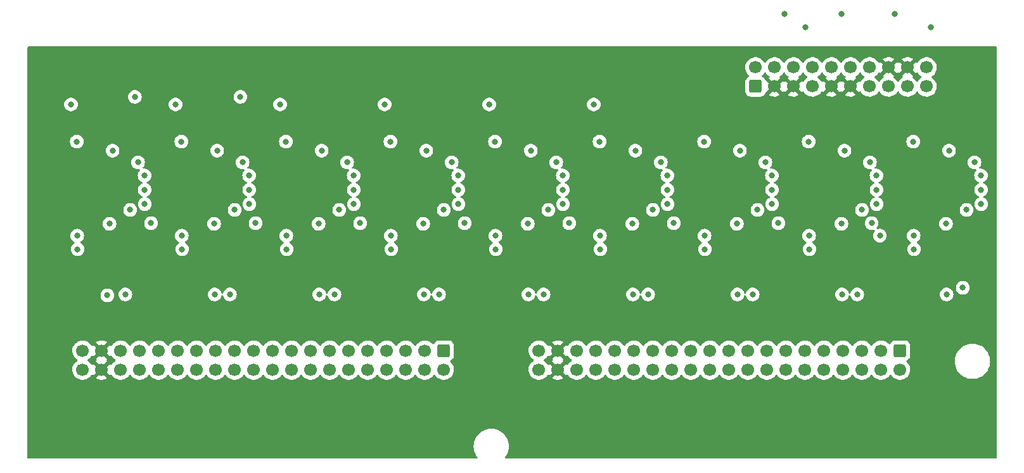
<source format=gbr>
%TF.GenerationSoftware,KiCad,Pcbnew,6.0.11+dfsg-1*%
%TF.CreationDate,2024-06-30T22:37:56-05:00*%
%TF.ProjectId,backplane_tracer,6261636b-706c-4616-9e65-5f7472616365,rev?*%
%TF.SameCoordinates,Original*%
%TF.FileFunction,Copper,L3,Inr*%
%TF.FilePolarity,Positive*%
%FSLAX46Y46*%
G04 Gerber Fmt 4.6, Leading zero omitted, Abs format (unit mm)*
G04 Created by KiCad (PCBNEW 6.0.11+dfsg-1) date 2024-06-30 22:37:56*
%MOMM*%
%LPD*%
G01*
G04 APERTURE LIST*
G04 Aperture macros list*
%AMRoundRect*
0 Rectangle with rounded corners*
0 $1 Rounding radius*
0 $2 $3 $4 $5 $6 $7 $8 $9 X,Y pos of 4 corners*
0 Add a 4 corners polygon primitive as box body*
4,1,4,$2,$3,$4,$5,$6,$7,$8,$9,$2,$3,0*
0 Add four circle primitives for the rounded corners*
1,1,$1+$1,$2,$3*
1,1,$1+$1,$4,$5*
1,1,$1+$1,$6,$7*
1,1,$1+$1,$8,$9*
0 Add four rect primitives between the rounded corners*
20,1,$1+$1,$2,$3,$4,$5,0*
20,1,$1+$1,$4,$5,$6,$7,0*
20,1,$1+$1,$6,$7,$8,$9,0*
20,1,$1+$1,$8,$9,$2,$3,0*%
G04 Aperture macros list end*
%TA.AperFunction,ComponentPad*%
%ADD10RoundRect,0.250000X-0.600000X0.600000X-0.600000X-0.600000X0.600000X-0.600000X0.600000X0.600000X0*%
%TD*%
%TA.AperFunction,ComponentPad*%
%ADD11C,1.700000*%
%TD*%
%TA.AperFunction,ComponentPad*%
%ADD12RoundRect,0.250000X0.600000X-0.600000X0.600000X0.600000X-0.600000X0.600000X-0.600000X-0.600000X0*%
%TD*%
%TA.AperFunction,ViaPad*%
%ADD13C,0.800000*%
%TD*%
G04 APERTURE END LIST*
D10*
%TO.N,/AA2*%
%TO.C,J2*%
X187198000Y-107070500D03*
D11*
%TO.N,/AA1*%
X187198000Y-109610500D03*
%TO.N,/AB2*%
X184658000Y-107070500D03*
%TO.N,/AB1*%
X184658000Y-109610500D03*
%TO.N,/AC2*%
X182118000Y-107070500D03*
%TO.N,/AC1*%
X182118000Y-109610500D03*
%TO.N,/AD2*%
X179578000Y-107070500D03*
%TO.N,/AD1*%
X179578000Y-109610500D03*
%TO.N,/AE2*%
X177038000Y-107070500D03*
%TO.N,/AE1*%
X177038000Y-109610500D03*
%TO.N,/AF2*%
X174498000Y-107070500D03*
%TO.N,/AF1*%
X174498000Y-109610500D03*
%TO.N,/AH2*%
X171958000Y-107070500D03*
%TO.N,/AH1*%
X171958000Y-109610500D03*
%TO.N,/AJ2*%
X169418000Y-107070500D03*
%TO.N,/AJ1*%
X169418000Y-109610500D03*
%TO.N,/AK2*%
X166878000Y-107070500D03*
%TO.N,/AK1*%
X166878000Y-109610500D03*
%TO.N,/AL2*%
X164338000Y-107070500D03*
%TO.N,/AL1*%
X164338000Y-109610500D03*
%TO.N,/AM2*%
X161798000Y-107070500D03*
%TO.N,/AM1*%
X161798000Y-109610500D03*
%TO.N,/AN2*%
X159258000Y-107070500D03*
%TO.N,/AN1*%
X159258000Y-109610500D03*
%TO.N,/AP2*%
X156718000Y-107070500D03*
%TO.N,/AP1*%
X156718000Y-109610500D03*
%TO.N,/AR2*%
X154178000Y-107070500D03*
%TO.N,/AR1*%
X154178000Y-109610500D03*
%TO.N,/AS2*%
X151638000Y-107070500D03*
%TO.N,/AS1*%
X151638000Y-109610500D03*
%TO.N,/AT2*%
X149098000Y-107070500D03*
%TO.N,/AT1*%
X149098000Y-109610500D03*
%TO.N,/AU2*%
X146558000Y-107070500D03*
%TO.N,/AU1*%
X146558000Y-109610500D03*
%TO.N,/AV2*%
X144018000Y-107070500D03*
%TO.N,/AV1*%
X144018000Y-109610500D03*
%TO.N,GND*%
X141478000Y-107070500D03*
X141478000Y-109610500D03*
%TO.N,+5V*%
X138938000Y-107070500D03*
X138938000Y-109610500D03*
%TD*%
D10*
%TO.N,/BA2*%
%TO.C,J3*%
X126238000Y-107070500D03*
D11*
%TO.N,/BA1*%
X126238000Y-109610500D03*
%TO.N,/BB2*%
X123698000Y-107070500D03*
%TO.N,/BB1*%
X123698000Y-109610500D03*
%TO.N,/BC2*%
X121158000Y-107070500D03*
%TO.N,/BC1*%
X121158000Y-109610500D03*
%TO.N,/BD2*%
X118618000Y-107070500D03*
%TO.N,/BD1*%
X118618000Y-109610500D03*
%TO.N,/BE2*%
X116078000Y-107070500D03*
%TO.N,/BE1*%
X116078000Y-109610500D03*
%TO.N,/BF2*%
X113538000Y-107070500D03*
%TO.N,/BF1*%
X113538000Y-109610500D03*
%TO.N,/BH2*%
X110998000Y-107070500D03*
%TO.N,/BH1*%
X110998000Y-109610500D03*
%TO.N,/BJ2*%
X108458000Y-107070500D03*
%TO.N,/BJ1*%
X108458000Y-109610500D03*
%TO.N,/BK2*%
X105918000Y-107070500D03*
%TO.N,/BK1*%
X105918000Y-109610500D03*
%TO.N,/BL2*%
X103378000Y-107070500D03*
%TO.N,/BL1*%
X103378000Y-109610500D03*
%TO.N,/BM2*%
X100838000Y-107070500D03*
%TO.N,/BM1*%
X100838000Y-109610500D03*
%TO.N,/BN2*%
X98298000Y-107070500D03*
%TO.N,/BN1*%
X98298000Y-109610500D03*
%TO.N,/BP2*%
X95758000Y-107070500D03*
%TO.N,/BP1*%
X95758000Y-109610500D03*
%TO.N,/BR2*%
X93218000Y-107070500D03*
%TO.N,/BR1*%
X93218000Y-109610500D03*
%TO.N,/BS2*%
X90678000Y-107070500D03*
%TO.N,/BS1*%
X90678000Y-109610500D03*
%TO.N,/BT2*%
X88138000Y-107070500D03*
%TO.N,/BT1*%
X88138000Y-109610500D03*
%TO.N,/BU2*%
X85598000Y-107070500D03*
%TO.N,/BU1*%
X85598000Y-109610500D03*
%TO.N,/BV2*%
X83058000Y-107070500D03*
%TO.N,/BV1*%
X83058000Y-109610500D03*
%TO.N,GND*%
X80518000Y-107070500D03*
X80518000Y-109610500D03*
%TO.N,+5V*%
X77978000Y-107070500D03*
X77978000Y-109610500D03*
%TD*%
D12*
%TO.N,Net-(J1-Pad1)*%
%TO.C,J1*%
X167894000Y-71755000D03*
D11*
%TO.N,Net-(J1-Pad2)*%
X167894000Y-69215000D03*
%TO.N,GND*%
X170434000Y-71755000D03*
%TO.N,DRIVER_SHIFT_CLK*%
X170434000Y-69215000D03*
%TO.N,GND*%
X172974000Y-71755000D03*
%TO.N,DRIVER_OEn*%
X172974000Y-69215000D03*
%TO.N,DRIVER_SHIFT_CLRn*%
X175514000Y-71755000D03*
%TO.N,READER_LOADn*%
X175514000Y-69215000D03*
%TO.N,GND*%
X178054000Y-71755000D03*
%TO.N,READER_CLK*%
X178054000Y-69215000D03*
%TO.N,GND*%
X180594000Y-71755000D03*
%TO.N,+5V*%
X180594000Y-69215000D03*
X183134000Y-71755000D03*
X183134000Y-69215000D03*
X185674000Y-71755000D03*
%TO.N,GND*%
X185674000Y-69215000D03*
%TO.N,DRIVER_OUTPUT_CLK*%
X188214000Y-71755000D03*
%TO.N,GND*%
X188214000Y-69215000D03*
%TO.N,Net-(J1-Pad19)*%
X190754000Y-71755000D03*
%TO.N,Net-(J1-Pad20)*%
X190754000Y-69215000D03*
%TD*%
D13*
%TO.N,+5V*%
X193751200Y-80340200D03*
X109519000Y-90125000D03*
X161023000Y-79134000D03*
X137871200Y-80340200D03*
X95961200Y-80340200D03*
X133083000Y-79134000D03*
X179369000Y-90125000D03*
X91173000Y-79134000D03*
X77203000Y-79134000D03*
X118340500Y-74168000D03*
X76430500Y-74168000D03*
X151841200Y-80340200D03*
X188963000Y-79134000D03*
X105143000Y-79134000D03*
X146280500Y-74168000D03*
X123901200Y-80340200D03*
X165811200Y-80340200D03*
X109931200Y-80340200D03*
X137459000Y-90125000D03*
X132310500Y-74168000D03*
X81991200Y-80340200D03*
X95549000Y-90125000D03*
X179781200Y-80340200D03*
X119113000Y-79134000D03*
X193339000Y-90125000D03*
X147053000Y-79134000D03*
X104370500Y-74168000D03*
X81579000Y-90125000D03*
X123489000Y-90125000D03*
X174993000Y-79134000D03*
X90400500Y-74168000D03*
X151429000Y-90125000D03*
X165399000Y-90125000D03*
%TO.N,GND*%
X128016000Y-95377000D03*
X77724000Y-88265000D03*
X100076000Y-95377000D03*
X78054200Y-119811800D03*
X86106000Y-95377000D03*
X133604000Y-88265000D03*
X114046000Y-95377000D03*
X175006000Y-67183000D03*
X125679200Y-119811800D03*
X114808000Y-101727000D03*
X119329200Y-119811800D03*
X147904200Y-119811800D03*
X93980000Y-77571600D03*
X72440800Y-114884200D03*
X124460000Y-103759000D03*
X116154200Y-119811800D03*
X186004200Y-119811800D03*
X167843200Y-77927200D03*
X193294000Y-101727000D03*
X74879200Y-119811800D03*
X135966200Y-90119200D03*
X130835400Y-107035600D03*
X119634000Y-88265000D03*
X108026200Y-90119200D03*
X88478000Y-98668000D03*
X176530000Y-76352400D03*
X105664000Y-88265000D03*
X148590000Y-76352400D03*
X134366000Y-104775000D03*
X139903200Y-77927200D03*
X153873200Y-77927200D03*
X90754200Y-119811800D03*
X158496000Y-69826500D03*
X160604200Y-119811800D03*
X151079200Y-119811800D03*
X84404200Y-119811800D03*
X166624000Y-101981000D03*
X84912200Y-100584000D03*
X163779200Y-119811800D03*
X161544000Y-88265000D03*
X106680000Y-76352400D03*
X109804200Y-119811800D03*
X149936200Y-90119200D03*
X166954200Y-119811800D03*
X110744000Y-101219000D03*
X107950000Y-77571600D03*
X163830000Y-77571600D03*
X173304200Y-119811800D03*
X155956000Y-95377000D03*
X97104200Y-119811800D03*
X129082800Y-110363000D03*
X118340500Y-72136000D03*
X125933200Y-77927200D03*
X87579200Y-119811800D03*
X139522200Y-101498400D03*
X198628000Y-98425000D03*
X179654200Y-119811800D03*
X147574000Y-88265000D03*
X135890000Y-77571600D03*
X81229200Y-119811800D03*
X132310500Y-72136000D03*
X84023200Y-77927200D03*
X116418000Y-98668000D03*
X195529200Y-119811800D03*
X162560000Y-76352400D03*
X80010000Y-77571600D03*
X192354200Y-119811800D03*
X141427200Y-113080800D03*
X112979200Y-119811800D03*
X90400500Y-72136000D03*
X75895200Y-102006400D03*
X179578000Y-102235000D03*
X155956000Y-102489000D03*
X190500000Y-76352400D03*
X177876200Y-90119200D03*
X121996200Y-90119200D03*
X72034400Y-98069400D03*
X100076000Y-101727000D03*
X169926000Y-95377000D03*
X120650000Y-76352400D03*
X170688000Y-101981000D03*
X128854200Y-119811800D03*
X153162000Y-101727000D03*
X198907400Y-119811800D03*
X198069200Y-101625400D03*
X146050000Y-101219000D03*
X191770000Y-77571600D03*
X163906200Y-90119200D03*
X123444000Y-101473000D03*
X76430500Y-72136000D03*
X130388000Y-98668000D03*
X90170000Y-101473000D03*
X175514000Y-88265000D03*
X134620000Y-76352400D03*
X185420000Y-100457000D03*
X196088000Y-70231000D03*
X104370500Y-72136000D03*
X170129200Y-119811800D03*
X102448000Y-98668000D03*
X144729200Y-119811800D03*
X71983600Y-78892400D03*
X159258000Y-103251000D03*
X91694000Y-88265000D03*
X135128000Y-111379000D03*
X181813200Y-77927200D03*
X189484000Y-88265000D03*
X80086200Y-90119200D03*
X92710000Y-76352400D03*
X186268000Y-98668000D03*
X122504200Y-119811800D03*
X93929200Y-119811800D03*
X94056200Y-90119200D03*
X127787400Y-103936800D03*
X71805800Y-89128600D03*
X197866000Y-94361000D03*
X190449200Y-110769400D03*
X158328000Y-98668000D03*
X78740000Y-76352400D03*
X177800000Y-77571600D03*
X97993200Y-77927200D03*
X141554200Y-119811800D03*
X111963200Y-77927200D03*
X176479200Y-119811800D03*
X135382000Y-107823000D03*
X144358000Y-98668000D03*
X194360800Y-104495600D03*
X189179200Y-119811800D03*
X191846200Y-90119200D03*
X103454200Y-119811800D03*
X172298000Y-98668000D03*
X103124000Y-102743000D03*
X157429200Y-119811800D03*
X121920000Y-77571600D03*
X183896000Y-95377000D03*
X182829200Y-119811800D03*
X106629200Y-119811800D03*
X154254200Y-119811800D03*
X74447400Y-107315000D03*
X149860000Y-77571600D03*
X195783200Y-77927200D03*
X191312800Y-107492800D03*
X146280500Y-72136000D03*
X73456800Y-69189600D03*
X129667000Y-113969800D03*
X141986000Y-95377000D03*
X100279200Y-119811800D03*
X74508000Y-98668000D03*
%TO.N,DRIVER_SHIFT_CLK*%
X184066000Y-85580400D03*
X114216000Y-85580400D03*
X156126000Y-85580400D03*
X100246000Y-85580400D03*
X128186000Y-85580400D03*
X86276000Y-85580400D03*
X198036000Y-85580400D03*
X170096000Y-85580400D03*
X142156000Y-85580400D03*
%TO.N,DRIVER_OEn*%
X183184800Y-81915000D03*
X85394800Y-81915000D03*
X141274800Y-81915000D03*
X127304800Y-81915000D03*
X155244800Y-81915000D03*
X169214800Y-81915000D03*
X99364800Y-81915000D03*
X197154800Y-81915000D03*
X113334800Y-81915000D03*
%TO.N,DRIVER_SHIFT_CLRn*%
X100253800Y-87503000D03*
X184073800Y-87503000D03*
X128193800Y-87503000D03*
X86283800Y-87503000D03*
X114223800Y-87503000D03*
X156133800Y-87503000D03*
X142163800Y-87503000D03*
X170103800Y-87503000D03*
X198043800Y-87503000D03*
%TO.N,READER_LOADn*%
X184516600Y-91708400D03*
X105199100Y-91708400D03*
X99060000Y-73152000D03*
X147109100Y-91708400D03*
X91229100Y-91708400D03*
X77259100Y-91708400D03*
X119169100Y-91708400D03*
X175049100Y-91708400D03*
X161079100Y-91708400D03*
X133139100Y-91708400D03*
X189019100Y-91708400D03*
%TO.N,READER_CLK*%
X161137600Y-93522800D03*
X91287600Y-93522800D03*
X189077600Y-93522800D03*
X147167600Y-93522800D03*
X119227600Y-93522800D03*
X105257600Y-93522800D03*
X175107600Y-93522800D03*
X84963000Y-73152000D03*
X133197600Y-93522800D03*
X77317600Y-93522800D03*
%TO.N,DRIVER_OUTPUT_CLK*%
X156108400Y-83667600D03*
X170078400Y-83667600D03*
X184048400Y-83667600D03*
X128168400Y-83667600D03*
X100228400Y-83667600D03*
X142138400Y-83667600D03*
X114198400Y-83667600D03*
X198018400Y-83667600D03*
X86258400Y-83667600D03*
%TO.N,/READER_OUT*%
X81280000Y-99695000D03*
%TO.N,/READER_IN*%
X171734000Y-62103000D03*
X195580000Y-98679000D03*
%TO.N,/DRIVER_OUT*%
X179354000Y-62103000D03*
X84328000Y-88265000D03*
X186466000Y-62103000D03*
%TO.N,/DRIVER_IN*%
X191317400Y-63812700D03*
X174528000Y-63881000D03*
%TO.N,/8bit_element0/DRIVER_OUT*%
X183413400Y-90043000D03*
X196088000Y-88265000D03*
%TO.N,/8bit_element0/READER_OUT*%
X193421000Y-99568000D03*
X181483000Y-99568000D03*
%TO.N,/8bit_element1/DRIVER_OUT*%
X170942000Y-90043000D03*
X182118000Y-88265000D03*
%TO.N,/8bit_element1/READER_OUT*%
X167513000Y-99568000D03*
X179451000Y-99568000D03*
%TO.N,/8bit_element2/DRIVER_OUT*%
X156972000Y-90043000D03*
X168148000Y-88265000D03*
%TO.N,/8bit_element2/READER_OUT*%
X153543000Y-99568000D03*
X165481000Y-99568000D03*
%TO.N,/8bit_element3/DRIVER_OUT*%
X154178000Y-88265000D03*
X143002000Y-90043000D03*
%TO.N,/8bit_element3/READER_OUT*%
X151511000Y-99568000D03*
X139573000Y-99568000D03*
%TO.N,/8bit_element5/DRIVER_OUT*%
X126238000Y-88265000D03*
X115062000Y-90043000D03*
%TO.N,/8bit_element4/DRIVER_OUT*%
X129032000Y-90043000D03*
X140208000Y-88265000D03*
%TO.N,/8bit_element5/READER_OUT*%
X123571000Y-99568000D03*
X111633000Y-99568000D03*
%TO.N,/8bit_element4/READER_OUT*%
X137541000Y-99568000D03*
X125603000Y-99568000D03*
%TO.N,/8bit_element6/DRIVER_OUT*%
X112268000Y-88265000D03*
X101092000Y-90043000D03*
%TO.N,/8bit_element6/READER_OUT*%
X109601000Y-99568000D03*
X97663000Y-99568000D03*
%TO.N,/8bit_element7/DRIVER_OUT*%
X98298000Y-88265000D03*
X87122000Y-90043000D03*
%TO.N,/8bit_element7/READER_OUT*%
X83693000Y-99568000D03*
X95631000Y-99568000D03*
%TD*%
%TA.AperFunction,Conductor*%
%TO.N,GND*%
G36*
X200094121Y-66441002D02*
G01*
X200140614Y-66494658D01*
X200152000Y-66547000D01*
X200152000Y-121413000D01*
X200131998Y-121481121D01*
X200078342Y-121527614D01*
X200026000Y-121539000D01*
X134555173Y-121539000D01*
X134487052Y-121518998D01*
X134440559Y-121465342D01*
X134430455Y-121395068D01*
X134458655Y-121333796D01*
X134457906Y-121333222D01*
X134460422Y-121329943D01*
X134463139Y-121326845D01*
X134634904Y-121069781D01*
X134771646Y-120792496D01*
X134871025Y-120499735D01*
X134931340Y-120196507D01*
X134951561Y-119888000D01*
X134931340Y-119579493D01*
X134871025Y-119276265D01*
X134771646Y-118983504D01*
X134769822Y-118979806D01*
X134769820Y-118979800D01*
X134636730Y-118709923D01*
X134634904Y-118706220D01*
X134632610Y-118702787D01*
X134632609Y-118702785D01*
X134465432Y-118452586D01*
X134465428Y-118452581D01*
X134463139Y-118449155D01*
X134460425Y-118446061D01*
X134460421Y-118446055D01*
X134261999Y-118219799D01*
X134259290Y-118216710D01*
X134256201Y-118214001D01*
X134029945Y-118015579D01*
X134029939Y-118015575D01*
X134026845Y-118012861D01*
X134023419Y-118010572D01*
X134023414Y-118010568D01*
X133773215Y-117843391D01*
X133773213Y-117843390D01*
X133769780Y-117841096D01*
X133720352Y-117816721D01*
X133496200Y-117706180D01*
X133496192Y-117706177D01*
X133492496Y-117704354D01*
X133488581Y-117703025D01*
X133203642Y-117606301D01*
X133203639Y-117606300D01*
X133199735Y-117604975D01*
X132973039Y-117559883D01*
X132900550Y-117545464D01*
X132900547Y-117545464D01*
X132896507Y-117544660D01*
X132892396Y-117544391D01*
X132892392Y-117544390D01*
X132667263Y-117529634D01*
X132667254Y-117529634D01*
X132665214Y-117529500D01*
X132510786Y-117529500D01*
X132508746Y-117529634D01*
X132508737Y-117529634D01*
X132283608Y-117544390D01*
X132283604Y-117544391D01*
X132279493Y-117544660D01*
X132275453Y-117545464D01*
X132275450Y-117545464D01*
X132202961Y-117559883D01*
X131976265Y-117604975D01*
X131972361Y-117606300D01*
X131972358Y-117606301D01*
X131687419Y-117703025D01*
X131683504Y-117704354D01*
X131679808Y-117706177D01*
X131679800Y-117706180D01*
X131455648Y-117816721D01*
X131406220Y-117841096D01*
X131402787Y-117843390D01*
X131402785Y-117843391D01*
X131152586Y-118010568D01*
X131152581Y-118010572D01*
X131149155Y-118012861D01*
X131146061Y-118015575D01*
X131146055Y-118015579D01*
X130919799Y-118214001D01*
X130916710Y-118216710D01*
X130914001Y-118219799D01*
X130715579Y-118446055D01*
X130715575Y-118446061D01*
X130712861Y-118449155D01*
X130541096Y-118706219D01*
X130404354Y-118983504D01*
X130304975Y-119276265D01*
X130244660Y-119579493D01*
X130224439Y-119888000D01*
X130244660Y-120196507D01*
X130304975Y-120499735D01*
X130404354Y-120792496D01*
X130406177Y-120796192D01*
X130406180Y-120796200D01*
X130516721Y-121020352D01*
X130541096Y-121069780D01*
X130543390Y-121073213D01*
X130543391Y-121073214D01*
X130712861Y-121326845D01*
X130715578Y-121329943D01*
X130718094Y-121333222D01*
X130717356Y-121333789D01*
X130745437Y-121394337D01*
X130735746Y-121464669D01*
X130689568Y-121518597D01*
X130620827Y-121539000D01*
X70731964Y-121539000D01*
X70663843Y-121518998D01*
X70617350Y-121465342D01*
X70605964Y-121412986D01*
X70607263Y-109577195D01*
X76615251Y-109577195D01*
X76615548Y-109582348D01*
X76615548Y-109582351D01*
X76621987Y-109694015D01*
X76628110Y-109800215D01*
X76629247Y-109805261D01*
X76629248Y-109805267D01*
X76649119Y-109893439D01*
X76677222Y-110018139D01*
X76761266Y-110225116D01*
X76812019Y-110307938D01*
X76875291Y-110411188D01*
X76877987Y-110415588D01*
X77024250Y-110584438D01*
X77196126Y-110727132D01*
X77389000Y-110839838D01*
X77393825Y-110841680D01*
X77393826Y-110841681D01*
X77421923Y-110852410D01*
X77597692Y-110919530D01*
X77602760Y-110920561D01*
X77602763Y-110920562D01*
X77707604Y-110941892D01*
X77816597Y-110964067D01*
X77821772Y-110964257D01*
X77821774Y-110964257D01*
X78034673Y-110972064D01*
X78034677Y-110972064D01*
X78039837Y-110972253D01*
X78044957Y-110971597D01*
X78044959Y-110971597D01*
X78256288Y-110944525D01*
X78256289Y-110944525D01*
X78261416Y-110943868D01*
X78266366Y-110942383D01*
X78470429Y-110881161D01*
X78470434Y-110881159D01*
X78475384Y-110879674D01*
X78675994Y-110781396D01*
X78740544Y-110735353D01*
X79757977Y-110735353D01*
X79763258Y-110742407D01*
X79924756Y-110836779D01*
X79934042Y-110841229D01*
X80133001Y-110917203D01*
X80142899Y-110920079D01*
X80351595Y-110962538D01*
X80361823Y-110963757D01*
X80574650Y-110971562D01*
X80584936Y-110971095D01*
X80796185Y-110944034D01*
X80806262Y-110941892D01*
X81010255Y-110880691D01*
X81019842Y-110876933D01*
X81211098Y-110783238D01*
X81219944Y-110777965D01*
X81267247Y-110744223D01*
X81275648Y-110733523D01*
X81268660Y-110720370D01*
X80530812Y-109982522D01*
X80516868Y-109974908D01*
X80515035Y-109975039D01*
X80508420Y-109979290D01*
X79764737Y-110722973D01*
X79757977Y-110735353D01*
X78740544Y-110735353D01*
X78857860Y-110651673D01*
X79016096Y-110493989D01*
X79075594Y-110411189D01*
X79146453Y-110312577D01*
X79147640Y-110313430D01*
X79194960Y-110269862D01*
X79264897Y-110257645D01*
X79330338Y-110285178D01*
X79358166Y-110317012D01*
X79384459Y-110359919D01*
X79394916Y-110369380D01*
X79403694Y-110365596D01*
X80145978Y-109623312D01*
X80152356Y-109611632D01*
X80882408Y-109611632D01*
X80882539Y-109613465D01*
X80886790Y-109620080D01*
X81628474Y-110361764D01*
X81640484Y-110368323D01*
X81652223Y-110359355D01*
X81686022Y-110312319D01*
X81687277Y-110313221D01*
X81734391Y-110269855D01*
X81804330Y-110257648D01*
X81869767Y-110285191D01*
X81897580Y-110317013D01*
X81955287Y-110411183D01*
X81955291Y-110411188D01*
X81957987Y-110415588D01*
X82104250Y-110584438D01*
X82276126Y-110727132D01*
X82469000Y-110839838D01*
X82473825Y-110841680D01*
X82473826Y-110841681D01*
X82501923Y-110852410D01*
X82677692Y-110919530D01*
X82682760Y-110920561D01*
X82682763Y-110920562D01*
X82787604Y-110941892D01*
X82896597Y-110964067D01*
X82901772Y-110964257D01*
X82901774Y-110964257D01*
X83114673Y-110972064D01*
X83114677Y-110972064D01*
X83119837Y-110972253D01*
X83124957Y-110971597D01*
X83124959Y-110971597D01*
X83336288Y-110944525D01*
X83336289Y-110944525D01*
X83341416Y-110943868D01*
X83346366Y-110942383D01*
X83550429Y-110881161D01*
X83550434Y-110881159D01*
X83555384Y-110879674D01*
X83755994Y-110781396D01*
X83937860Y-110651673D01*
X84096096Y-110493989D01*
X84155594Y-110411189D01*
X84226453Y-110312577D01*
X84227776Y-110313528D01*
X84274645Y-110270357D01*
X84344580Y-110258125D01*
X84410026Y-110285644D01*
X84437875Y-110317494D01*
X84497987Y-110415588D01*
X84644250Y-110584438D01*
X84816126Y-110727132D01*
X85009000Y-110839838D01*
X85013825Y-110841680D01*
X85013826Y-110841681D01*
X85041923Y-110852410D01*
X85217692Y-110919530D01*
X85222760Y-110920561D01*
X85222763Y-110920562D01*
X85327604Y-110941892D01*
X85436597Y-110964067D01*
X85441772Y-110964257D01*
X85441774Y-110964257D01*
X85654673Y-110972064D01*
X85654677Y-110972064D01*
X85659837Y-110972253D01*
X85664957Y-110971597D01*
X85664959Y-110971597D01*
X85876288Y-110944525D01*
X85876289Y-110944525D01*
X85881416Y-110943868D01*
X85886366Y-110942383D01*
X86090429Y-110881161D01*
X86090434Y-110881159D01*
X86095384Y-110879674D01*
X86295994Y-110781396D01*
X86477860Y-110651673D01*
X86636096Y-110493989D01*
X86695594Y-110411189D01*
X86766453Y-110312577D01*
X86767776Y-110313528D01*
X86814645Y-110270357D01*
X86884580Y-110258125D01*
X86950026Y-110285644D01*
X86977875Y-110317494D01*
X87037987Y-110415588D01*
X87184250Y-110584438D01*
X87356126Y-110727132D01*
X87549000Y-110839838D01*
X87553825Y-110841680D01*
X87553826Y-110841681D01*
X87581923Y-110852410D01*
X87757692Y-110919530D01*
X87762760Y-110920561D01*
X87762763Y-110920562D01*
X87867604Y-110941892D01*
X87976597Y-110964067D01*
X87981772Y-110964257D01*
X87981774Y-110964257D01*
X88194673Y-110972064D01*
X88194677Y-110972064D01*
X88199837Y-110972253D01*
X88204957Y-110971597D01*
X88204959Y-110971597D01*
X88416288Y-110944525D01*
X88416289Y-110944525D01*
X88421416Y-110943868D01*
X88426366Y-110942383D01*
X88630429Y-110881161D01*
X88630434Y-110881159D01*
X88635384Y-110879674D01*
X88835994Y-110781396D01*
X89017860Y-110651673D01*
X89176096Y-110493989D01*
X89235594Y-110411189D01*
X89306453Y-110312577D01*
X89307776Y-110313528D01*
X89354645Y-110270357D01*
X89424580Y-110258125D01*
X89490026Y-110285644D01*
X89517875Y-110317494D01*
X89577987Y-110415588D01*
X89724250Y-110584438D01*
X89896126Y-110727132D01*
X90089000Y-110839838D01*
X90093825Y-110841680D01*
X90093826Y-110841681D01*
X90121923Y-110852410D01*
X90297692Y-110919530D01*
X90302760Y-110920561D01*
X90302763Y-110920562D01*
X90407604Y-110941892D01*
X90516597Y-110964067D01*
X90521772Y-110964257D01*
X90521774Y-110964257D01*
X90734673Y-110972064D01*
X90734677Y-110972064D01*
X90739837Y-110972253D01*
X90744957Y-110971597D01*
X90744959Y-110971597D01*
X90956288Y-110944525D01*
X90956289Y-110944525D01*
X90961416Y-110943868D01*
X90966366Y-110942383D01*
X91170429Y-110881161D01*
X91170434Y-110881159D01*
X91175384Y-110879674D01*
X91375994Y-110781396D01*
X91557860Y-110651673D01*
X91716096Y-110493989D01*
X91775594Y-110411189D01*
X91846453Y-110312577D01*
X91847776Y-110313528D01*
X91894645Y-110270357D01*
X91964580Y-110258125D01*
X92030026Y-110285644D01*
X92057875Y-110317494D01*
X92117987Y-110415588D01*
X92264250Y-110584438D01*
X92436126Y-110727132D01*
X92629000Y-110839838D01*
X92633825Y-110841680D01*
X92633826Y-110841681D01*
X92661923Y-110852410D01*
X92837692Y-110919530D01*
X92842760Y-110920561D01*
X92842763Y-110920562D01*
X92947604Y-110941892D01*
X93056597Y-110964067D01*
X93061772Y-110964257D01*
X93061774Y-110964257D01*
X93274673Y-110972064D01*
X93274677Y-110972064D01*
X93279837Y-110972253D01*
X93284957Y-110971597D01*
X93284959Y-110971597D01*
X93496288Y-110944525D01*
X93496289Y-110944525D01*
X93501416Y-110943868D01*
X93506366Y-110942383D01*
X93710429Y-110881161D01*
X93710434Y-110881159D01*
X93715384Y-110879674D01*
X93915994Y-110781396D01*
X94097860Y-110651673D01*
X94256096Y-110493989D01*
X94315594Y-110411189D01*
X94386453Y-110312577D01*
X94387776Y-110313528D01*
X94434645Y-110270357D01*
X94504580Y-110258125D01*
X94570026Y-110285644D01*
X94597875Y-110317494D01*
X94657987Y-110415588D01*
X94804250Y-110584438D01*
X94976126Y-110727132D01*
X95169000Y-110839838D01*
X95173825Y-110841680D01*
X95173826Y-110841681D01*
X95201923Y-110852410D01*
X95377692Y-110919530D01*
X95382760Y-110920561D01*
X95382763Y-110920562D01*
X95487604Y-110941892D01*
X95596597Y-110964067D01*
X95601772Y-110964257D01*
X95601774Y-110964257D01*
X95814673Y-110972064D01*
X95814677Y-110972064D01*
X95819837Y-110972253D01*
X95824957Y-110971597D01*
X95824959Y-110971597D01*
X96036288Y-110944525D01*
X96036289Y-110944525D01*
X96041416Y-110943868D01*
X96046366Y-110942383D01*
X96250429Y-110881161D01*
X96250434Y-110881159D01*
X96255384Y-110879674D01*
X96455994Y-110781396D01*
X96637860Y-110651673D01*
X96796096Y-110493989D01*
X96855594Y-110411189D01*
X96926453Y-110312577D01*
X96927776Y-110313528D01*
X96974645Y-110270357D01*
X97044580Y-110258125D01*
X97110026Y-110285644D01*
X97137875Y-110317494D01*
X97197987Y-110415588D01*
X97344250Y-110584438D01*
X97516126Y-110727132D01*
X97709000Y-110839838D01*
X97713825Y-110841680D01*
X97713826Y-110841681D01*
X97741923Y-110852410D01*
X97917692Y-110919530D01*
X97922760Y-110920561D01*
X97922763Y-110920562D01*
X98027604Y-110941892D01*
X98136597Y-110964067D01*
X98141772Y-110964257D01*
X98141774Y-110964257D01*
X98354673Y-110972064D01*
X98354677Y-110972064D01*
X98359837Y-110972253D01*
X98364957Y-110971597D01*
X98364959Y-110971597D01*
X98576288Y-110944525D01*
X98576289Y-110944525D01*
X98581416Y-110943868D01*
X98586366Y-110942383D01*
X98790429Y-110881161D01*
X98790434Y-110881159D01*
X98795384Y-110879674D01*
X98995994Y-110781396D01*
X99177860Y-110651673D01*
X99336096Y-110493989D01*
X99395594Y-110411189D01*
X99466453Y-110312577D01*
X99467776Y-110313528D01*
X99514645Y-110270357D01*
X99584580Y-110258125D01*
X99650026Y-110285644D01*
X99677875Y-110317494D01*
X99737987Y-110415588D01*
X99884250Y-110584438D01*
X100056126Y-110727132D01*
X100249000Y-110839838D01*
X100253825Y-110841680D01*
X100253826Y-110841681D01*
X100281923Y-110852410D01*
X100457692Y-110919530D01*
X100462760Y-110920561D01*
X100462763Y-110920562D01*
X100567604Y-110941892D01*
X100676597Y-110964067D01*
X100681772Y-110964257D01*
X100681774Y-110964257D01*
X100894673Y-110972064D01*
X100894677Y-110972064D01*
X100899837Y-110972253D01*
X100904957Y-110971597D01*
X100904959Y-110971597D01*
X101116288Y-110944525D01*
X101116289Y-110944525D01*
X101121416Y-110943868D01*
X101126366Y-110942383D01*
X101330429Y-110881161D01*
X101330434Y-110881159D01*
X101335384Y-110879674D01*
X101535994Y-110781396D01*
X101717860Y-110651673D01*
X101876096Y-110493989D01*
X101935594Y-110411189D01*
X102006453Y-110312577D01*
X102007776Y-110313528D01*
X102054645Y-110270357D01*
X102124580Y-110258125D01*
X102190026Y-110285644D01*
X102217875Y-110317494D01*
X102277987Y-110415588D01*
X102424250Y-110584438D01*
X102596126Y-110727132D01*
X102789000Y-110839838D01*
X102793825Y-110841680D01*
X102793826Y-110841681D01*
X102821923Y-110852410D01*
X102997692Y-110919530D01*
X103002760Y-110920561D01*
X103002763Y-110920562D01*
X103107604Y-110941892D01*
X103216597Y-110964067D01*
X103221772Y-110964257D01*
X103221774Y-110964257D01*
X103434673Y-110972064D01*
X103434677Y-110972064D01*
X103439837Y-110972253D01*
X103444957Y-110971597D01*
X103444959Y-110971597D01*
X103656288Y-110944525D01*
X103656289Y-110944525D01*
X103661416Y-110943868D01*
X103666366Y-110942383D01*
X103870429Y-110881161D01*
X103870434Y-110881159D01*
X103875384Y-110879674D01*
X104075994Y-110781396D01*
X104257860Y-110651673D01*
X104416096Y-110493989D01*
X104475594Y-110411189D01*
X104546453Y-110312577D01*
X104547776Y-110313528D01*
X104594645Y-110270357D01*
X104664580Y-110258125D01*
X104730026Y-110285644D01*
X104757875Y-110317494D01*
X104817987Y-110415588D01*
X104964250Y-110584438D01*
X105136126Y-110727132D01*
X105329000Y-110839838D01*
X105333825Y-110841680D01*
X105333826Y-110841681D01*
X105361923Y-110852410D01*
X105537692Y-110919530D01*
X105542760Y-110920561D01*
X105542763Y-110920562D01*
X105647604Y-110941892D01*
X105756597Y-110964067D01*
X105761772Y-110964257D01*
X105761774Y-110964257D01*
X105974673Y-110972064D01*
X105974677Y-110972064D01*
X105979837Y-110972253D01*
X105984957Y-110971597D01*
X105984959Y-110971597D01*
X106196288Y-110944525D01*
X106196289Y-110944525D01*
X106201416Y-110943868D01*
X106206366Y-110942383D01*
X106410429Y-110881161D01*
X106410434Y-110881159D01*
X106415384Y-110879674D01*
X106615994Y-110781396D01*
X106797860Y-110651673D01*
X106956096Y-110493989D01*
X107015594Y-110411189D01*
X107086453Y-110312577D01*
X107087776Y-110313528D01*
X107134645Y-110270357D01*
X107204580Y-110258125D01*
X107270026Y-110285644D01*
X107297875Y-110317494D01*
X107357987Y-110415588D01*
X107504250Y-110584438D01*
X107676126Y-110727132D01*
X107869000Y-110839838D01*
X107873825Y-110841680D01*
X107873826Y-110841681D01*
X107901923Y-110852410D01*
X108077692Y-110919530D01*
X108082760Y-110920561D01*
X108082763Y-110920562D01*
X108187604Y-110941892D01*
X108296597Y-110964067D01*
X108301772Y-110964257D01*
X108301774Y-110964257D01*
X108514673Y-110972064D01*
X108514677Y-110972064D01*
X108519837Y-110972253D01*
X108524957Y-110971597D01*
X108524959Y-110971597D01*
X108736288Y-110944525D01*
X108736289Y-110944525D01*
X108741416Y-110943868D01*
X108746366Y-110942383D01*
X108950429Y-110881161D01*
X108950434Y-110881159D01*
X108955384Y-110879674D01*
X109155994Y-110781396D01*
X109337860Y-110651673D01*
X109496096Y-110493989D01*
X109555594Y-110411189D01*
X109626453Y-110312577D01*
X109627776Y-110313528D01*
X109674645Y-110270357D01*
X109744580Y-110258125D01*
X109810026Y-110285644D01*
X109837875Y-110317494D01*
X109897987Y-110415588D01*
X110044250Y-110584438D01*
X110216126Y-110727132D01*
X110409000Y-110839838D01*
X110413825Y-110841680D01*
X110413826Y-110841681D01*
X110441923Y-110852410D01*
X110617692Y-110919530D01*
X110622760Y-110920561D01*
X110622763Y-110920562D01*
X110727604Y-110941892D01*
X110836597Y-110964067D01*
X110841772Y-110964257D01*
X110841774Y-110964257D01*
X111054673Y-110972064D01*
X111054677Y-110972064D01*
X111059837Y-110972253D01*
X111064957Y-110971597D01*
X111064959Y-110971597D01*
X111276288Y-110944525D01*
X111276289Y-110944525D01*
X111281416Y-110943868D01*
X111286366Y-110942383D01*
X111490429Y-110881161D01*
X111490434Y-110881159D01*
X111495384Y-110879674D01*
X111695994Y-110781396D01*
X111877860Y-110651673D01*
X112036096Y-110493989D01*
X112095594Y-110411189D01*
X112166453Y-110312577D01*
X112167776Y-110313528D01*
X112214645Y-110270357D01*
X112284580Y-110258125D01*
X112350026Y-110285644D01*
X112377875Y-110317494D01*
X112437987Y-110415588D01*
X112584250Y-110584438D01*
X112756126Y-110727132D01*
X112949000Y-110839838D01*
X112953825Y-110841680D01*
X112953826Y-110841681D01*
X112981923Y-110852410D01*
X113157692Y-110919530D01*
X113162760Y-110920561D01*
X113162763Y-110920562D01*
X113267604Y-110941892D01*
X113376597Y-110964067D01*
X113381772Y-110964257D01*
X113381774Y-110964257D01*
X113594673Y-110972064D01*
X113594677Y-110972064D01*
X113599837Y-110972253D01*
X113604957Y-110971597D01*
X113604959Y-110971597D01*
X113816288Y-110944525D01*
X113816289Y-110944525D01*
X113821416Y-110943868D01*
X113826366Y-110942383D01*
X114030429Y-110881161D01*
X114030434Y-110881159D01*
X114035384Y-110879674D01*
X114235994Y-110781396D01*
X114417860Y-110651673D01*
X114576096Y-110493989D01*
X114635594Y-110411189D01*
X114706453Y-110312577D01*
X114707776Y-110313528D01*
X114754645Y-110270357D01*
X114824580Y-110258125D01*
X114890026Y-110285644D01*
X114917875Y-110317494D01*
X114977987Y-110415588D01*
X115124250Y-110584438D01*
X115296126Y-110727132D01*
X115489000Y-110839838D01*
X115493825Y-110841680D01*
X115493826Y-110841681D01*
X115521923Y-110852410D01*
X115697692Y-110919530D01*
X115702760Y-110920561D01*
X115702763Y-110920562D01*
X115807604Y-110941892D01*
X115916597Y-110964067D01*
X115921772Y-110964257D01*
X115921774Y-110964257D01*
X116134673Y-110972064D01*
X116134677Y-110972064D01*
X116139837Y-110972253D01*
X116144957Y-110971597D01*
X116144959Y-110971597D01*
X116356288Y-110944525D01*
X116356289Y-110944525D01*
X116361416Y-110943868D01*
X116366366Y-110942383D01*
X116570429Y-110881161D01*
X116570434Y-110881159D01*
X116575384Y-110879674D01*
X116775994Y-110781396D01*
X116957860Y-110651673D01*
X117116096Y-110493989D01*
X117175594Y-110411189D01*
X117246453Y-110312577D01*
X117247776Y-110313528D01*
X117294645Y-110270357D01*
X117364580Y-110258125D01*
X117430026Y-110285644D01*
X117457875Y-110317494D01*
X117517987Y-110415588D01*
X117664250Y-110584438D01*
X117836126Y-110727132D01*
X118029000Y-110839838D01*
X118033825Y-110841680D01*
X118033826Y-110841681D01*
X118061923Y-110852410D01*
X118237692Y-110919530D01*
X118242760Y-110920561D01*
X118242763Y-110920562D01*
X118347604Y-110941892D01*
X118456597Y-110964067D01*
X118461772Y-110964257D01*
X118461774Y-110964257D01*
X118674673Y-110972064D01*
X118674677Y-110972064D01*
X118679837Y-110972253D01*
X118684957Y-110971597D01*
X118684959Y-110971597D01*
X118896288Y-110944525D01*
X118896289Y-110944525D01*
X118901416Y-110943868D01*
X118906366Y-110942383D01*
X119110429Y-110881161D01*
X119110434Y-110881159D01*
X119115384Y-110879674D01*
X119315994Y-110781396D01*
X119497860Y-110651673D01*
X119656096Y-110493989D01*
X119715594Y-110411189D01*
X119786453Y-110312577D01*
X119787776Y-110313528D01*
X119834645Y-110270357D01*
X119904580Y-110258125D01*
X119970026Y-110285644D01*
X119997875Y-110317494D01*
X120057987Y-110415588D01*
X120204250Y-110584438D01*
X120376126Y-110727132D01*
X120569000Y-110839838D01*
X120573825Y-110841680D01*
X120573826Y-110841681D01*
X120601923Y-110852410D01*
X120777692Y-110919530D01*
X120782760Y-110920561D01*
X120782763Y-110920562D01*
X120887604Y-110941892D01*
X120996597Y-110964067D01*
X121001772Y-110964257D01*
X121001774Y-110964257D01*
X121214673Y-110972064D01*
X121214677Y-110972064D01*
X121219837Y-110972253D01*
X121224957Y-110971597D01*
X121224959Y-110971597D01*
X121436288Y-110944525D01*
X121436289Y-110944525D01*
X121441416Y-110943868D01*
X121446366Y-110942383D01*
X121650429Y-110881161D01*
X121650434Y-110881159D01*
X121655384Y-110879674D01*
X121855994Y-110781396D01*
X122037860Y-110651673D01*
X122196096Y-110493989D01*
X122255594Y-110411189D01*
X122326453Y-110312577D01*
X122327776Y-110313528D01*
X122374645Y-110270357D01*
X122444580Y-110258125D01*
X122510026Y-110285644D01*
X122537875Y-110317494D01*
X122597987Y-110415588D01*
X122744250Y-110584438D01*
X122916126Y-110727132D01*
X123109000Y-110839838D01*
X123113825Y-110841680D01*
X123113826Y-110841681D01*
X123141923Y-110852410D01*
X123317692Y-110919530D01*
X123322760Y-110920561D01*
X123322763Y-110920562D01*
X123427604Y-110941892D01*
X123536597Y-110964067D01*
X123541772Y-110964257D01*
X123541774Y-110964257D01*
X123754673Y-110972064D01*
X123754677Y-110972064D01*
X123759837Y-110972253D01*
X123764957Y-110971597D01*
X123764959Y-110971597D01*
X123976288Y-110944525D01*
X123976289Y-110944525D01*
X123981416Y-110943868D01*
X123986366Y-110942383D01*
X124190429Y-110881161D01*
X124190434Y-110881159D01*
X124195384Y-110879674D01*
X124395994Y-110781396D01*
X124577860Y-110651673D01*
X124736096Y-110493989D01*
X124795594Y-110411189D01*
X124866453Y-110312577D01*
X124867776Y-110313528D01*
X124914645Y-110270357D01*
X124984580Y-110258125D01*
X125050026Y-110285644D01*
X125077875Y-110317494D01*
X125137987Y-110415588D01*
X125284250Y-110584438D01*
X125456126Y-110727132D01*
X125649000Y-110839838D01*
X125653825Y-110841680D01*
X125653826Y-110841681D01*
X125681923Y-110852410D01*
X125857692Y-110919530D01*
X125862760Y-110920561D01*
X125862763Y-110920562D01*
X125967604Y-110941892D01*
X126076597Y-110964067D01*
X126081772Y-110964257D01*
X126081774Y-110964257D01*
X126294673Y-110972064D01*
X126294677Y-110972064D01*
X126299837Y-110972253D01*
X126304957Y-110971597D01*
X126304959Y-110971597D01*
X126516288Y-110944525D01*
X126516289Y-110944525D01*
X126521416Y-110943868D01*
X126526366Y-110942383D01*
X126730429Y-110881161D01*
X126730434Y-110881159D01*
X126735384Y-110879674D01*
X126935994Y-110781396D01*
X127117860Y-110651673D01*
X127276096Y-110493989D01*
X127335594Y-110411189D01*
X127403435Y-110316777D01*
X127406453Y-110312577D01*
X127419995Y-110285178D01*
X127503136Y-110116953D01*
X127503137Y-110116951D01*
X127505430Y-110112311D01*
X127570370Y-109898569D01*
X127599529Y-109677090D01*
X127601156Y-109610500D01*
X127598418Y-109577195D01*
X137575251Y-109577195D01*
X137575548Y-109582348D01*
X137575548Y-109582351D01*
X137581987Y-109694015D01*
X137588110Y-109800215D01*
X137589247Y-109805261D01*
X137589248Y-109805267D01*
X137609119Y-109893439D01*
X137637222Y-110018139D01*
X137721266Y-110225116D01*
X137772019Y-110307938D01*
X137835291Y-110411188D01*
X137837987Y-110415588D01*
X137984250Y-110584438D01*
X138156126Y-110727132D01*
X138349000Y-110839838D01*
X138353825Y-110841680D01*
X138353826Y-110841681D01*
X138381923Y-110852410D01*
X138557692Y-110919530D01*
X138562760Y-110920561D01*
X138562763Y-110920562D01*
X138667604Y-110941892D01*
X138776597Y-110964067D01*
X138781772Y-110964257D01*
X138781774Y-110964257D01*
X138994673Y-110972064D01*
X138994677Y-110972064D01*
X138999837Y-110972253D01*
X139004957Y-110971597D01*
X139004959Y-110971597D01*
X139216288Y-110944525D01*
X139216289Y-110944525D01*
X139221416Y-110943868D01*
X139226366Y-110942383D01*
X139430429Y-110881161D01*
X139430434Y-110881159D01*
X139435384Y-110879674D01*
X139635994Y-110781396D01*
X139700544Y-110735353D01*
X140717977Y-110735353D01*
X140723258Y-110742407D01*
X140884756Y-110836779D01*
X140894042Y-110841229D01*
X141093001Y-110917203D01*
X141102899Y-110920079D01*
X141311595Y-110962538D01*
X141321823Y-110963757D01*
X141534650Y-110971562D01*
X141544936Y-110971095D01*
X141756185Y-110944034D01*
X141766262Y-110941892D01*
X141970255Y-110880691D01*
X141979842Y-110876933D01*
X142171098Y-110783238D01*
X142179944Y-110777965D01*
X142227247Y-110744223D01*
X142235648Y-110733523D01*
X142228660Y-110720370D01*
X141490812Y-109982522D01*
X141476868Y-109974908D01*
X141475035Y-109975039D01*
X141468420Y-109979290D01*
X140724737Y-110722973D01*
X140717977Y-110735353D01*
X139700544Y-110735353D01*
X139817860Y-110651673D01*
X139976096Y-110493989D01*
X140035594Y-110411189D01*
X140106453Y-110312577D01*
X140107640Y-110313430D01*
X140154960Y-110269862D01*
X140224897Y-110257645D01*
X140290338Y-110285178D01*
X140318166Y-110317012D01*
X140344459Y-110359919D01*
X140354916Y-110369380D01*
X140363694Y-110365596D01*
X141105978Y-109623312D01*
X141112356Y-109611632D01*
X141842408Y-109611632D01*
X141842539Y-109613465D01*
X141846790Y-109620080D01*
X142588474Y-110361764D01*
X142600484Y-110368323D01*
X142612223Y-110359355D01*
X142646022Y-110312319D01*
X142647277Y-110313221D01*
X142694391Y-110269855D01*
X142764330Y-110257648D01*
X142829767Y-110285191D01*
X142857580Y-110317013D01*
X142915287Y-110411183D01*
X142915291Y-110411188D01*
X142917987Y-110415588D01*
X143064250Y-110584438D01*
X143236126Y-110727132D01*
X143429000Y-110839838D01*
X143433825Y-110841680D01*
X143433826Y-110841681D01*
X143461923Y-110852410D01*
X143637692Y-110919530D01*
X143642760Y-110920561D01*
X143642763Y-110920562D01*
X143747604Y-110941892D01*
X143856597Y-110964067D01*
X143861772Y-110964257D01*
X143861774Y-110964257D01*
X144074673Y-110972064D01*
X144074677Y-110972064D01*
X144079837Y-110972253D01*
X144084957Y-110971597D01*
X144084959Y-110971597D01*
X144296288Y-110944525D01*
X144296289Y-110944525D01*
X144301416Y-110943868D01*
X144306366Y-110942383D01*
X144510429Y-110881161D01*
X144510434Y-110881159D01*
X144515384Y-110879674D01*
X144715994Y-110781396D01*
X144897860Y-110651673D01*
X145056096Y-110493989D01*
X145115594Y-110411189D01*
X145186453Y-110312577D01*
X145187776Y-110313528D01*
X145234645Y-110270357D01*
X145304580Y-110258125D01*
X145370026Y-110285644D01*
X145397875Y-110317494D01*
X145457987Y-110415588D01*
X145604250Y-110584438D01*
X145776126Y-110727132D01*
X145969000Y-110839838D01*
X145973825Y-110841680D01*
X145973826Y-110841681D01*
X146001923Y-110852410D01*
X146177692Y-110919530D01*
X146182760Y-110920561D01*
X146182763Y-110920562D01*
X146287604Y-110941892D01*
X146396597Y-110964067D01*
X146401772Y-110964257D01*
X146401774Y-110964257D01*
X146614673Y-110972064D01*
X146614677Y-110972064D01*
X146619837Y-110972253D01*
X146624957Y-110971597D01*
X146624959Y-110971597D01*
X146836288Y-110944525D01*
X146836289Y-110944525D01*
X146841416Y-110943868D01*
X146846366Y-110942383D01*
X147050429Y-110881161D01*
X147050434Y-110881159D01*
X147055384Y-110879674D01*
X147255994Y-110781396D01*
X147437860Y-110651673D01*
X147596096Y-110493989D01*
X147655594Y-110411189D01*
X147726453Y-110312577D01*
X147727776Y-110313528D01*
X147774645Y-110270357D01*
X147844580Y-110258125D01*
X147910026Y-110285644D01*
X147937875Y-110317494D01*
X147997987Y-110415588D01*
X148144250Y-110584438D01*
X148316126Y-110727132D01*
X148509000Y-110839838D01*
X148513825Y-110841680D01*
X148513826Y-110841681D01*
X148541923Y-110852410D01*
X148717692Y-110919530D01*
X148722760Y-110920561D01*
X148722763Y-110920562D01*
X148827604Y-110941892D01*
X148936597Y-110964067D01*
X148941772Y-110964257D01*
X148941774Y-110964257D01*
X149154673Y-110972064D01*
X149154677Y-110972064D01*
X149159837Y-110972253D01*
X149164957Y-110971597D01*
X149164959Y-110971597D01*
X149376288Y-110944525D01*
X149376289Y-110944525D01*
X149381416Y-110943868D01*
X149386366Y-110942383D01*
X149590429Y-110881161D01*
X149590434Y-110881159D01*
X149595384Y-110879674D01*
X149795994Y-110781396D01*
X149977860Y-110651673D01*
X150136096Y-110493989D01*
X150195594Y-110411189D01*
X150266453Y-110312577D01*
X150267776Y-110313528D01*
X150314645Y-110270357D01*
X150384580Y-110258125D01*
X150450026Y-110285644D01*
X150477875Y-110317494D01*
X150537987Y-110415588D01*
X150684250Y-110584438D01*
X150856126Y-110727132D01*
X151049000Y-110839838D01*
X151053825Y-110841680D01*
X151053826Y-110841681D01*
X151081923Y-110852410D01*
X151257692Y-110919530D01*
X151262760Y-110920561D01*
X151262763Y-110920562D01*
X151367604Y-110941892D01*
X151476597Y-110964067D01*
X151481772Y-110964257D01*
X151481774Y-110964257D01*
X151694673Y-110972064D01*
X151694677Y-110972064D01*
X151699837Y-110972253D01*
X151704957Y-110971597D01*
X151704959Y-110971597D01*
X151916288Y-110944525D01*
X151916289Y-110944525D01*
X151921416Y-110943868D01*
X151926366Y-110942383D01*
X152130429Y-110881161D01*
X152130434Y-110881159D01*
X152135384Y-110879674D01*
X152335994Y-110781396D01*
X152517860Y-110651673D01*
X152676096Y-110493989D01*
X152735594Y-110411189D01*
X152806453Y-110312577D01*
X152807776Y-110313528D01*
X152854645Y-110270357D01*
X152924580Y-110258125D01*
X152990026Y-110285644D01*
X153017875Y-110317494D01*
X153077987Y-110415588D01*
X153224250Y-110584438D01*
X153396126Y-110727132D01*
X153589000Y-110839838D01*
X153593825Y-110841680D01*
X153593826Y-110841681D01*
X153621923Y-110852410D01*
X153797692Y-110919530D01*
X153802760Y-110920561D01*
X153802763Y-110920562D01*
X153907604Y-110941892D01*
X154016597Y-110964067D01*
X154021772Y-110964257D01*
X154021774Y-110964257D01*
X154234673Y-110972064D01*
X154234677Y-110972064D01*
X154239837Y-110972253D01*
X154244957Y-110971597D01*
X154244959Y-110971597D01*
X154456288Y-110944525D01*
X154456289Y-110944525D01*
X154461416Y-110943868D01*
X154466366Y-110942383D01*
X154670429Y-110881161D01*
X154670434Y-110881159D01*
X154675384Y-110879674D01*
X154875994Y-110781396D01*
X155057860Y-110651673D01*
X155216096Y-110493989D01*
X155275594Y-110411189D01*
X155346453Y-110312577D01*
X155347776Y-110313528D01*
X155394645Y-110270357D01*
X155464580Y-110258125D01*
X155530026Y-110285644D01*
X155557875Y-110317494D01*
X155617987Y-110415588D01*
X155764250Y-110584438D01*
X155936126Y-110727132D01*
X156129000Y-110839838D01*
X156133825Y-110841680D01*
X156133826Y-110841681D01*
X156161923Y-110852410D01*
X156337692Y-110919530D01*
X156342760Y-110920561D01*
X156342763Y-110920562D01*
X156447604Y-110941892D01*
X156556597Y-110964067D01*
X156561772Y-110964257D01*
X156561774Y-110964257D01*
X156774673Y-110972064D01*
X156774677Y-110972064D01*
X156779837Y-110972253D01*
X156784957Y-110971597D01*
X156784959Y-110971597D01*
X156996288Y-110944525D01*
X156996289Y-110944525D01*
X157001416Y-110943868D01*
X157006366Y-110942383D01*
X157210429Y-110881161D01*
X157210434Y-110881159D01*
X157215384Y-110879674D01*
X157415994Y-110781396D01*
X157597860Y-110651673D01*
X157756096Y-110493989D01*
X157815594Y-110411189D01*
X157886453Y-110312577D01*
X157887776Y-110313528D01*
X157934645Y-110270357D01*
X158004580Y-110258125D01*
X158070026Y-110285644D01*
X158097875Y-110317494D01*
X158157987Y-110415588D01*
X158304250Y-110584438D01*
X158476126Y-110727132D01*
X158669000Y-110839838D01*
X158673825Y-110841680D01*
X158673826Y-110841681D01*
X158701923Y-110852410D01*
X158877692Y-110919530D01*
X158882760Y-110920561D01*
X158882763Y-110920562D01*
X158987604Y-110941892D01*
X159096597Y-110964067D01*
X159101772Y-110964257D01*
X159101774Y-110964257D01*
X159314673Y-110972064D01*
X159314677Y-110972064D01*
X159319837Y-110972253D01*
X159324957Y-110971597D01*
X159324959Y-110971597D01*
X159536288Y-110944525D01*
X159536289Y-110944525D01*
X159541416Y-110943868D01*
X159546366Y-110942383D01*
X159750429Y-110881161D01*
X159750434Y-110881159D01*
X159755384Y-110879674D01*
X159955994Y-110781396D01*
X160137860Y-110651673D01*
X160296096Y-110493989D01*
X160355594Y-110411189D01*
X160426453Y-110312577D01*
X160427776Y-110313528D01*
X160474645Y-110270357D01*
X160544580Y-110258125D01*
X160610026Y-110285644D01*
X160637875Y-110317494D01*
X160697987Y-110415588D01*
X160844250Y-110584438D01*
X161016126Y-110727132D01*
X161209000Y-110839838D01*
X161213825Y-110841680D01*
X161213826Y-110841681D01*
X161241923Y-110852410D01*
X161417692Y-110919530D01*
X161422760Y-110920561D01*
X161422763Y-110920562D01*
X161527604Y-110941892D01*
X161636597Y-110964067D01*
X161641772Y-110964257D01*
X161641774Y-110964257D01*
X161854673Y-110972064D01*
X161854677Y-110972064D01*
X161859837Y-110972253D01*
X161864957Y-110971597D01*
X161864959Y-110971597D01*
X162076288Y-110944525D01*
X162076289Y-110944525D01*
X162081416Y-110943868D01*
X162086366Y-110942383D01*
X162290429Y-110881161D01*
X162290434Y-110881159D01*
X162295384Y-110879674D01*
X162495994Y-110781396D01*
X162677860Y-110651673D01*
X162836096Y-110493989D01*
X162895594Y-110411189D01*
X162966453Y-110312577D01*
X162967776Y-110313528D01*
X163014645Y-110270357D01*
X163084580Y-110258125D01*
X163150026Y-110285644D01*
X163177875Y-110317494D01*
X163237987Y-110415588D01*
X163384250Y-110584438D01*
X163556126Y-110727132D01*
X163749000Y-110839838D01*
X163753825Y-110841680D01*
X163753826Y-110841681D01*
X163781923Y-110852410D01*
X163957692Y-110919530D01*
X163962760Y-110920561D01*
X163962763Y-110920562D01*
X164067604Y-110941892D01*
X164176597Y-110964067D01*
X164181772Y-110964257D01*
X164181774Y-110964257D01*
X164394673Y-110972064D01*
X164394677Y-110972064D01*
X164399837Y-110972253D01*
X164404957Y-110971597D01*
X164404959Y-110971597D01*
X164616288Y-110944525D01*
X164616289Y-110944525D01*
X164621416Y-110943868D01*
X164626366Y-110942383D01*
X164830429Y-110881161D01*
X164830434Y-110881159D01*
X164835384Y-110879674D01*
X165035994Y-110781396D01*
X165217860Y-110651673D01*
X165376096Y-110493989D01*
X165435594Y-110411189D01*
X165506453Y-110312577D01*
X165507776Y-110313528D01*
X165554645Y-110270357D01*
X165624580Y-110258125D01*
X165690026Y-110285644D01*
X165717875Y-110317494D01*
X165777987Y-110415588D01*
X165924250Y-110584438D01*
X166096126Y-110727132D01*
X166289000Y-110839838D01*
X166293825Y-110841680D01*
X166293826Y-110841681D01*
X166321923Y-110852410D01*
X166497692Y-110919530D01*
X166502760Y-110920561D01*
X166502763Y-110920562D01*
X166607604Y-110941892D01*
X166716597Y-110964067D01*
X166721772Y-110964257D01*
X166721774Y-110964257D01*
X166934673Y-110972064D01*
X166934677Y-110972064D01*
X166939837Y-110972253D01*
X166944957Y-110971597D01*
X166944959Y-110971597D01*
X167156288Y-110944525D01*
X167156289Y-110944525D01*
X167161416Y-110943868D01*
X167166366Y-110942383D01*
X167370429Y-110881161D01*
X167370434Y-110881159D01*
X167375384Y-110879674D01*
X167575994Y-110781396D01*
X167757860Y-110651673D01*
X167916096Y-110493989D01*
X167975594Y-110411189D01*
X168046453Y-110312577D01*
X168047776Y-110313528D01*
X168094645Y-110270357D01*
X168164580Y-110258125D01*
X168230026Y-110285644D01*
X168257875Y-110317494D01*
X168317987Y-110415588D01*
X168464250Y-110584438D01*
X168636126Y-110727132D01*
X168829000Y-110839838D01*
X168833825Y-110841680D01*
X168833826Y-110841681D01*
X168861923Y-110852410D01*
X169037692Y-110919530D01*
X169042760Y-110920561D01*
X169042763Y-110920562D01*
X169147604Y-110941892D01*
X169256597Y-110964067D01*
X169261772Y-110964257D01*
X169261774Y-110964257D01*
X169474673Y-110972064D01*
X169474677Y-110972064D01*
X169479837Y-110972253D01*
X169484957Y-110971597D01*
X169484959Y-110971597D01*
X169696288Y-110944525D01*
X169696289Y-110944525D01*
X169701416Y-110943868D01*
X169706366Y-110942383D01*
X169910429Y-110881161D01*
X169910434Y-110881159D01*
X169915384Y-110879674D01*
X170115994Y-110781396D01*
X170297860Y-110651673D01*
X170456096Y-110493989D01*
X170515594Y-110411189D01*
X170586453Y-110312577D01*
X170587776Y-110313528D01*
X170634645Y-110270357D01*
X170704580Y-110258125D01*
X170770026Y-110285644D01*
X170797875Y-110317494D01*
X170857987Y-110415588D01*
X171004250Y-110584438D01*
X171176126Y-110727132D01*
X171369000Y-110839838D01*
X171373825Y-110841680D01*
X171373826Y-110841681D01*
X171401923Y-110852410D01*
X171577692Y-110919530D01*
X171582760Y-110920561D01*
X171582763Y-110920562D01*
X171687604Y-110941892D01*
X171796597Y-110964067D01*
X171801772Y-110964257D01*
X171801774Y-110964257D01*
X172014673Y-110972064D01*
X172014677Y-110972064D01*
X172019837Y-110972253D01*
X172024957Y-110971597D01*
X172024959Y-110971597D01*
X172236288Y-110944525D01*
X172236289Y-110944525D01*
X172241416Y-110943868D01*
X172246366Y-110942383D01*
X172450429Y-110881161D01*
X172450434Y-110881159D01*
X172455384Y-110879674D01*
X172655994Y-110781396D01*
X172837860Y-110651673D01*
X172996096Y-110493989D01*
X173055594Y-110411189D01*
X173126453Y-110312577D01*
X173127776Y-110313528D01*
X173174645Y-110270357D01*
X173244580Y-110258125D01*
X173310026Y-110285644D01*
X173337875Y-110317494D01*
X173397987Y-110415588D01*
X173544250Y-110584438D01*
X173716126Y-110727132D01*
X173909000Y-110839838D01*
X173913825Y-110841680D01*
X173913826Y-110841681D01*
X173941923Y-110852410D01*
X174117692Y-110919530D01*
X174122760Y-110920561D01*
X174122763Y-110920562D01*
X174227604Y-110941892D01*
X174336597Y-110964067D01*
X174341772Y-110964257D01*
X174341774Y-110964257D01*
X174554673Y-110972064D01*
X174554677Y-110972064D01*
X174559837Y-110972253D01*
X174564957Y-110971597D01*
X174564959Y-110971597D01*
X174776288Y-110944525D01*
X174776289Y-110944525D01*
X174781416Y-110943868D01*
X174786366Y-110942383D01*
X174990429Y-110881161D01*
X174990434Y-110881159D01*
X174995384Y-110879674D01*
X175195994Y-110781396D01*
X175377860Y-110651673D01*
X175536096Y-110493989D01*
X175595594Y-110411189D01*
X175666453Y-110312577D01*
X175667776Y-110313528D01*
X175714645Y-110270357D01*
X175784580Y-110258125D01*
X175850026Y-110285644D01*
X175877875Y-110317494D01*
X175937987Y-110415588D01*
X176084250Y-110584438D01*
X176256126Y-110727132D01*
X176449000Y-110839838D01*
X176453825Y-110841680D01*
X176453826Y-110841681D01*
X176481923Y-110852410D01*
X176657692Y-110919530D01*
X176662760Y-110920561D01*
X176662763Y-110920562D01*
X176767604Y-110941892D01*
X176876597Y-110964067D01*
X176881772Y-110964257D01*
X176881774Y-110964257D01*
X177094673Y-110972064D01*
X177094677Y-110972064D01*
X177099837Y-110972253D01*
X177104957Y-110971597D01*
X177104959Y-110971597D01*
X177316288Y-110944525D01*
X177316289Y-110944525D01*
X177321416Y-110943868D01*
X177326366Y-110942383D01*
X177530429Y-110881161D01*
X177530434Y-110881159D01*
X177535384Y-110879674D01*
X177735994Y-110781396D01*
X177917860Y-110651673D01*
X178076096Y-110493989D01*
X178135594Y-110411189D01*
X178206453Y-110312577D01*
X178207776Y-110313528D01*
X178254645Y-110270357D01*
X178324580Y-110258125D01*
X178390026Y-110285644D01*
X178417875Y-110317494D01*
X178477987Y-110415588D01*
X178624250Y-110584438D01*
X178796126Y-110727132D01*
X178989000Y-110839838D01*
X178993825Y-110841680D01*
X178993826Y-110841681D01*
X179021923Y-110852410D01*
X179197692Y-110919530D01*
X179202760Y-110920561D01*
X179202763Y-110920562D01*
X179307604Y-110941892D01*
X179416597Y-110964067D01*
X179421772Y-110964257D01*
X179421774Y-110964257D01*
X179634673Y-110972064D01*
X179634677Y-110972064D01*
X179639837Y-110972253D01*
X179644957Y-110971597D01*
X179644959Y-110971597D01*
X179856288Y-110944525D01*
X179856289Y-110944525D01*
X179861416Y-110943868D01*
X179866366Y-110942383D01*
X180070429Y-110881161D01*
X180070434Y-110881159D01*
X180075384Y-110879674D01*
X180275994Y-110781396D01*
X180457860Y-110651673D01*
X180616096Y-110493989D01*
X180675594Y-110411189D01*
X180746453Y-110312577D01*
X180747776Y-110313528D01*
X180794645Y-110270357D01*
X180864580Y-110258125D01*
X180930026Y-110285644D01*
X180957875Y-110317494D01*
X181017987Y-110415588D01*
X181164250Y-110584438D01*
X181336126Y-110727132D01*
X181529000Y-110839838D01*
X181533825Y-110841680D01*
X181533826Y-110841681D01*
X181561923Y-110852410D01*
X181737692Y-110919530D01*
X181742760Y-110920561D01*
X181742763Y-110920562D01*
X181847604Y-110941892D01*
X181956597Y-110964067D01*
X181961772Y-110964257D01*
X181961774Y-110964257D01*
X182174673Y-110972064D01*
X182174677Y-110972064D01*
X182179837Y-110972253D01*
X182184957Y-110971597D01*
X182184959Y-110971597D01*
X182396288Y-110944525D01*
X182396289Y-110944525D01*
X182401416Y-110943868D01*
X182406366Y-110942383D01*
X182610429Y-110881161D01*
X182610434Y-110881159D01*
X182615384Y-110879674D01*
X182815994Y-110781396D01*
X182997860Y-110651673D01*
X183156096Y-110493989D01*
X183215594Y-110411189D01*
X183286453Y-110312577D01*
X183287776Y-110313528D01*
X183334645Y-110270357D01*
X183404580Y-110258125D01*
X183470026Y-110285644D01*
X183497875Y-110317494D01*
X183557987Y-110415588D01*
X183704250Y-110584438D01*
X183876126Y-110727132D01*
X184069000Y-110839838D01*
X184073825Y-110841680D01*
X184073826Y-110841681D01*
X184101923Y-110852410D01*
X184277692Y-110919530D01*
X184282760Y-110920561D01*
X184282763Y-110920562D01*
X184387604Y-110941892D01*
X184496597Y-110964067D01*
X184501772Y-110964257D01*
X184501774Y-110964257D01*
X184714673Y-110972064D01*
X184714677Y-110972064D01*
X184719837Y-110972253D01*
X184724957Y-110971597D01*
X184724959Y-110971597D01*
X184936288Y-110944525D01*
X184936289Y-110944525D01*
X184941416Y-110943868D01*
X184946366Y-110942383D01*
X185150429Y-110881161D01*
X185150434Y-110881159D01*
X185155384Y-110879674D01*
X185355994Y-110781396D01*
X185537860Y-110651673D01*
X185696096Y-110493989D01*
X185755594Y-110411189D01*
X185826453Y-110312577D01*
X185827776Y-110313528D01*
X185874645Y-110270357D01*
X185944580Y-110258125D01*
X186010026Y-110285644D01*
X186037875Y-110317494D01*
X186097987Y-110415588D01*
X186244250Y-110584438D01*
X186416126Y-110727132D01*
X186609000Y-110839838D01*
X186613825Y-110841680D01*
X186613826Y-110841681D01*
X186641923Y-110852410D01*
X186817692Y-110919530D01*
X186822760Y-110920561D01*
X186822763Y-110920562D01*
X186927604Y-110941892D01*
X187036597Y-110964067D01*
X187041772Y-110964257D01*
X187041774Y-110964257D01*
X187254673Y-110972064D01*
X187254677Y-110972064D01*
X187259837Y-110972253D01*
X187264957Y-110971597D01*
X187264959Y-110971597D01*
X187476288Y-110944525D01*
X187476289Y-110944525D01*
X187481416Y-110943868D01*
X187486366Y-110942383D01*
X187690429Y-110881161D01*
X187690434Y-110881159D01*
X187695384Y-110879674D01*
X187895994Y-110781396D01*
X188077860Y-110651673D01*
X188236096Y-110493989D01*
X188295594Y-110411189D01*
X188363435Y-110316777D01*
X188366453Y-110312577D01*
X188379995Y-110285178D01*
X188463136Y-110116953D01*
X188463137Y-110116951D01*
X188465430Y-110112311D01*
X188530370Y-109898569D01*
X188559529Y-109677090D01*
X188561156Y-109610500D01*
X188542852Y-109387861D01*
X188488431Y-109171202D01*
X188399354Y-108966340D01*
X188278014Y-108778777D01*
X188127670Y-108613551D01*
X188085006Y-108579857D01*
X188043944Y-108521941D01*
X188043345Y-108508800D01*
X194511839Y-108508800D01*
X194512109Y-108512919D01*
X194529535Y-108778777D01*
X194532060Y-108817307D01*
X194592375Y-109120535D01*
X194593700Y-109124439D01*
X194593701Y-109124442D01*
X194632411Y-109238478D01*
X194691754Y-109413296D01*
X194693577Y-109416992D01*
X194693580Y-109417000D01*
X194788446Y-109609368D01*
X194828496Y-109690580D01*
X194830790Y-109694013D01*
X194830791Y-109694015D01*
X194970780Y-109903523D01*
X195000261Y-109947645D01*
X195002975Y-109950739D01*
X195002979Y-109950745D01*
X195132277Y-110098180D01*
X195204110Y-110180090D01*
X195207199Y-110182799D01*
X195433455Y-110381221D01*
X195433461Y-110381225D01*
X195436555Y-110383939D01*
X195439981Y-110386228D01*
X195439986Y-110386232D01*
X195606716Y-110497637D01*
X195693620Y-110555704D01*
X195697323Y-110557530D01*
X195967200Y-110690620D01*
X195967208Y-110690623D01*
X195970904Y-110692446D01*
X195974819Y-110693775D01*
X196259758Y-110790499D01*
X196259761Y-110790500D01*
X196263665Y-110791825D01*
X196489667Y-110836779D01*
X196562850Y-110851336D01*
X196562853Y-110851336D01*
X196566893Y-110852140D01*
X196571004Y-110852409D01*
X196571008Y-110852410D01*
X196796137Y-110867166D01*
X196796146Y-110867166D01*
X196798186Y-110867300D01*
X196952614Y-110867300D01*
X196954654Y-110867166D01*
X196954663Y-110867166D01*
X197179792Y-110852410D01*
X197179796Y-110852409D01*
X197183907Y-110852140D01*
X197187947Y-110851336D01*
X197187950Y-110851336D01*
X197261133Y-110836779D01*
X197487135Y-110791825D01*
X197491039Y-110790500D01*
X197491042Y-110790499D01*
X197775981Y-110693775D01*
X197779896Y-110692446D01*
X197783592Y-110690623D01*
X197783600Y-110690620D01*
X198053477Y-110557530D01*
X198057180Y-110555704D01*
X198144084Y-110497637D01*
X198310814Y-110386232D01*
X198310819Y-110386228D01*
X198314245Y-110383939D01*
X198317339Y-110381225D01*
X198317345Y-110381221D01*
X198543601Y-110182799D01*
X198546690Y-110180090D01*
X198618523Y-110098180D01*
X198747821Y-109950745D01*
X198747825Y-109950739D01*
X198750539Y-109947645D01*
X198780021Y-109903523D01*
X198920010Y-109694014D01*
X198922304Y-109690581D01*
X198955478Y-109623312D01*
X199057222Y-109416994D01*
X199059046Y-109413296D01*
X199118389Y-109238478D01*
X199157099Y-109124442D01*
X199157100Y-109124439D01*
X199158425Y-109120535D01*
X199218740Y-108817307D01*
X199221266Y-108778777D01*
X199238691Y-108512919D01*
X199238961Y-108508800D01*
X199235142Y-108450527D01*
X199219010Y-108204408D01*
X199219009Y-108204404D01*
X199218740Y-108200293D01*
X199217758Y-108195353D01*
X199177795Y-107994446D01*
X199158425Y-107897065D01*
X199149642Y-107871189D01*
X199060375Y-107608219D01*
X199059046Y-107604304D01*
X199057222Y-107600606D01*
X199057220Y-107600600D01*
X198924130Y-107330723D01*
X198922304Y-107327020D01*
X198920010Y-107323587D01*
X198920009Y-107323585D01*
X198752832Y-107073386D01*
X198752828Y-107073381D01*
X198750539Y-107069955D01*
X198747825Y-107066861D01*
X198747821Y-107066855D01*
X198549399Y-106840599D01*
X198546690Y-106837510D01*
X198396837Y-106706092D01*
X198317345Y-106636379D01*
X198317339Y-106636375D01*
X198314245Y-106633661D01*
X198310819Y-106631372D01*
X198310814Y-106631368D01*
X198060615Y-106464191D01*
X198060613Y-106464190D01*
X198057180Y-106461896D01*
X197917273Y-106392901D01*
X197783600Y-106326980D01*
X197783592Y-106326977D01*
X197779896Y-106325154D01*
X197748021Y-106314334D01*
X197491042Y-106227101D01*
X197491039Y-106227100D01*
X197487135Y-106225775D01*
X197260439Y-106180683D01*
X197187950Y-106166264D01*
X197187947Y-106166264D01*
X197183907Y-106165460D01*
X197179796Y-106165191D01*
X197179792Y-106165190D01*
X196954663Y-106150434D01*
X196954654Y-106150434D01*
X196952614Y-106150300D01*
X196798186Y-106150300D01*
X196796146Y-106150434D01*
X196796137Y-106150434D01*
X196571008Y-106165190D01*
X196571004Y-106165191D01*
X196566893Y-106165460D01*
X196562853Y-106166264D01*
X196562850Y-106166264D01*
X196490361Y-106180683D01*
X196263665Y-106225775D01*
X196259761Y-106227100D01*
X196259758Y-106227101D01*
X196002779Y-106314334D01*
X195970904Y-106325154D01*
X195967208Y-106326977D01*
X195967200Y-106326980D01*
X195833527Y-106392901D01*
X195693620Y-106461896D01*
X195690187Y-106464190D01*
X195690185Y-106464191D01*
X195439986Y-106631368D01*
X195439981Y-106631372D01*
X195436555Y-106633661D01*
X195433461Y-106636375D01*
X195433455Y-106636379D01*
X195353963Y-106706092D01*
X195204110Y-106837510D01*
X195201401Y-106840599D01*
X195002979Y-107066855D01*
X195002975Y-107066861D01*
X195000261Y-107069955D01*
X194997972Y-107073381D01*
X194997968Y-107073386D01*
X194876586Y-107255047D01*
X194828496Y-107327019D01*
X194691754Y-107604304D01*
X194690429Y-107608209D01*
X194690428Y-107608210D01*
X194601159Y-107871189D01*
X194592375Y-107897065D01*
X194573005Y-107994446D01*
X194533043Y-108195353D01*
X194532060Y-108200293D01*
X194531791Y-108204404D01*
X194531790Y-108204408D01*
X194515658Y-108450527D01*
X194511839Y-108508800D01*
X188043345Y-108508800D01*
X188040712Y-108451018D01*
X188076337Y-108389607D01*
X188109647Y-108366876D01*
X188115007Y-108364365D01*
X188121946Y-108362050D01*
X188272348Y-108268978D01*
X188397305Y-108143803D01*
X188419357Y-108108029D01*
X188486275Y-107999468D01*
X188486276Y-107999466D01*
X188490115Y-107993238D01*
X188545797Y-107825361D01*
X188556500Y-107720900D01*
X188556500Y-106420100D01*
X188556163Y-106416850D01*
X188546238Y-106321192D01*
X188546237Y-106321188D01*
X188545526Y-106314334D01*
X188511598Y-106212638D01*
X188491868Y-106153502D01*
X188489550Y-106146554D01*
X188396478Y-105996152D01*
X188271303Y-105871195D01*
X188265072Y-105867354D01*
X188126968Y-105782225D01*
X188126966Y-105782224D01*
X188120738Y-105778385D01*
X187960254Y-105725155D01*
X187959389Y-105724868D01*
X187959387Y-105724868D01*
X187952861Y-105722703D01*
X187946025Y-105722003D01*
X187946022Y-105722002D01*
X187902969Y-105717591D01*
X187848400Y-105712000D01*
X186547600Y-105712000D01*
X186544354Y-105712337D01*
X186544350Y-105712337D01*
X186448692Y-105722262D01*
X186448688Y-105722263D01*
X186441834Y-105722974D01*
X186435298Y-105725155D01*
X186435296Y-105725155D01*
X186372631Y-105746062D01*
X186274054Y-105778950D01*
X186123652Y-105872022D01*
X186118479Y-105877204D01*
X186062762Y-105933018D01*
X185998695Y-105997197D01*
X185994855Y-106003427D01*
X185994854Y-106003428D01*
X185949275Y-106077370D01*
X185905885Y-106147762D01*
X185903579Y-106154713D01*
X185901561Y-106159042D01*
X185854644Y-106212328D01*
X185786367Y-106231790D01*
X185718407Y-106211249D01*
X185694172Y-106190594D01*
X185591152Y-106077376D01*
X185591142Y-106077367D01*
X185587670Y-106073551D01*
X185583619Y-106070352D01*
X185583615Y-106070348D01*
X185416414Y-105938300D01*
X185416410Y-105938298D01*
X185412359Y-105935098D01*
X185216789Y-105827138D01*
X185211920Y-105825414D01*
X185211916Y-105825412D01*
X185011087Y-105754295D01*
X185011083Y-105754294D01*
X185006212Y-105752569D01*
X185001119Y-105751662D01*
X185001116Y-105751661D01*
X184791373Y-105714300D01*
X184791367Y-105714299D01*
X184786284Y-105713394D01*
X184712452Y-105712492D01*
X184568081Y-105710728D01*
X184568079Y-105710728D01*
X184562911Y-105710665D01*
X184342091Y-105744455D01*
X184129756Y-105813857D01*
X184051455Y-105854618D01*
X184009678Y-105876366D01*
X183931607Y-105917007D01*
X183927474Y-105920110D01*
X183927471Y-105920112D01*
X183757100Y-106048030D01*
X183752965Y-106051135D01*
X183598629Y-106212638D01*
X183491201Y-106370121D01*
X183436293Y-106415121D01*
X183365768Y-106423292D01*
X183302021Y-106392038D01*
X183281324Y-106367554D01*
X183200822Y-106243117D01*
X183200820Y-106243114D01*
X183198014Y-106238777D01*
X183047670Y-106073551D01*
X183043619Y-106070352D01*
X183043615Y-106070348D01*
X182876414Y-105938300D01*
X182876410Y-105938298D01*
X182872359Y-105935098D01*
X182676789Y-105827138D01*
X182671920Y-105825414D01*
X182671916Y-105825412D01*
X182471087Y-105754295D01*
X182471083Y-105754294D01*
X182466212Y-105752569D01*
X182461119Y-105751662D01*
X182461116Y-105751661D01*
X182251373Y-105714300D01*
X182251367Y-105714299D01*
X182246284Y-105713394D01*
X182172452Y-105712492D01*
X182028081Y-105710728D01*
X182028079Y-105710728D01*
X182022911Y-105710665D01*
X181802091Y-105744455D01*
X181589756Y-105813857D01*
X181511455Y-105854618D01*
X181469678Y-105876366D01*
X181391607Y-105917007D01*
X181387474Y-105920110D01*
X181387471Y-105920112D01*
X181217100Y-106048030D01*
X181212965Y-106051135D01*
X181058629Y-106212638D01*
X180951201Y-106370121D01*
X180896293Y-106415121D01*
X180825768Y-106423292D01*
X180762021Y-106392038D01*
X180741324Y-106367554D01*
X180660822Y-106243117D01*
X180660820Y-106243114D01*
X180658014Y-106238777D01*
X180507670Y-106073551D01*
X180503619Y-106070352D01*
X180503615Y-106070348D01*
X180336414Y-105938300D01*
X180336410Y-105938298D01*
X180332359Y-105935098D01*
X180136789Y-105827138D01*
X180131920Y-105825414D01*
X180131916Y-105825412D01*
X179931087Y-105754295D01*
X179931083Y-105754294D01*
X179926212Y-105752569D01*
X179921119Y-105751662D01*
X179921116Y-105751661D01*
X179711373Y-105714300D01*
X179711367Y-105714299D01*
X179706284Y-105713394D01*
X179632452Y-105712492D01*
X179488081Y-105710728D01*
X179488079Y-105710728D01*
X179482911Y-105710665D01*
X179262091Y-105744455D01*
X179049756Y-105813857D01*
X178971455Y-105854618D01*
X178929678Y-105876366D01*
X178851607Y-105917007D01*
X178847474Y-105920110D01*
X178847471Y-105920112D01*
X178677100Y-106048030D01*
X178672965Y-106051135D01*
X178518629Y-106212638D01*
X178411201Y-106370121D01*
X178356293Y-106415121D01*
X178285768Y-106423292D01*
X178222021Y-106392038D01*
X178201324Y-106367554D01*
X178120822Y-106243117D01*
X178120820Y-106243114D01*
X178118014Y-106238777D01*
X177967670Y-106073551D01*
X177963619Y-106070352D01*
X177963615Y-106070348D01*
X177796414Y-105938300D01*
X177796410Y-105938298D01*
X177792359Y-105935098D01*
X177596789Y-105827138D01*
X177591920Y-105825414D01*
X177591916Y-105825412D01*
X177391087Y-105754295D01*
X177391083Y-105754294D01*
X177386212Y-105752569D01*
X177381119Y-105751662D01*
X177381116Y-105751661D01*
X177171373Y-105714300D01*
X177171367Y-105714299D01*
X177166284Y-105713394D01*
X177092452Y-105712492D01*
X176948081Y-105710728D01*
X176948079Y-105710728D01*
X176942911Y-105710665D01*
X176722091Y-105744455D01*
X176509756Y-105813857D01*
X176431455Y-105854618D01*
X176389678Y-105876366D01*
X176311607Y-105917007D01*
X176307474Y-105920110D01*
X176307471Y-105920112D01*
X176137100Y-106048030D01*
X176132965Y-106051135D01*
X175978629Y-106212638D01*
X175871201Y-106370121D01*
X175816293Y-106415121D01*
X175745768Y-106423292D01*
X175682021Y-106392038D01*
X175661324Y-106367554D01*
X175580822Y-106243117D01*
X175580820Y-106243114D01*
X175578014Y-106238777D01*
X175427670Y-106073551D01*
X175423619Y-106070352D01*
X175423615Y-106070348D01*
X175256414Y-105938300D01*
X175256410Y-105938298D01*
X175252359Y-105935098D01*
X175056789Y-105827138D01*
X175051920Y-105825414D01*
X175051916Y-105825412D01*
X174851087Y-105754295D01*
X174851083Y-105754294D01*
X174846212Y-105752569D01*
X174841119Y-105751662D01*
X174841116Y-105751661D01*
X174631373Y-105714300D01*
X174631367Y-105714299D01*
X174626284Y-105713394D01*
X174552452Y-105712492D01*
X174408081Y-105710728D01*
X174408079Y-105710728D01*
X174402911Y-105710665D01*
X174182091Y-105744455D01*
X173969756Y-105813857D01*
X173891455Y-105854618D01*
X173849678Y-105876366D01*
X173771607Y-105917007D01*
X173767474Y-105920110D01*
X173767471Y-105920112D01*
X173597100Y-106048030D01*
X173592965Y-106051135D01*
X173438629Y-106212638D01*
X173331201Y-106370121D01*
X173276293Y-106415121D01*
X173205768Y-106423292D01*
X173142021Y-106392038D01*
X173121324Y-106367554D01*
X173040822Y-106243117D01*
X173040820Y-106243114D01*
X173038014Y-106238777D01*
X172887670Y-106073551D01*
X172883619Y-106070352D01*
X172883615Y-106070348D01*
X172716414Y-105938300D01*
X172716410Y-105938298D01*
X172712359Y-105935098D01*
X172516789Y-105827138D01*
X172511920Y-105825414D01*
X172511916Y-105825412D01*
X172311087Y-105754295D01*
X172311083Y-105754294D01*
X172306212Y-105752569D01*
X172301119Y-105751662D01*
X172301116Y-105751661D01*
X172091373Y-105714300D01*
X172091367Y-105714299D01*
X172086284Y-105713394D01*
X172012452Y-105712492D01*
X171868081Y-105710728D01*
X171868079Y-105710728D01*
X171862911Y-105710665D01*
X171642091Y-105744455D01*
X171429756Y-105813857D01*
X171351455Y-105854618D01*
X171309678Y-105876366D01*
X171231607Y-105917007D01*
X171227474Y-105920110D01*
X171227471Y-105920112D01*
X171057100Y-106048030D01*
X171052965Y-106051135D01*
X170898629Y-106212638D01*
X170791201Y-106370121D01*
X170736293Y-106415121D01*
X170665768Y-106423292D01*
X170602021Y-106392038D01*
X170581324Y-106367554D01*
X170500822Y-106243117D01*
X170500820Y-106243114D01*
X170498014Y-106238777D01*
X170347670Y-106073551D01*
X170343619Y-106070352D01*
X170343615Y-106070348D01*
X170176414Y-105938300D01*
X170176410Y-105938298D01*
X170172359Y-105935098D01*
X169976789Y-105827138D01*
X169971920Y-105825414D01*
X169971916Y-105825412D01*
X169771087Y-105754295D01*
X169771083Y-105754294D01*
X169766212Y-105752569D01*
X169761119Y-105751662D01*
X169761116Y-105751661D01*
X169551373Y-105714300D01*
X169551367Y-105714299D01*
X169546284Y-105713394D01*
X169472452Y-105712492D01*
X169328081Y-105710728D01*
X169328079Y-105710728D01*
X169322911Y-105710665D01*
X169102091Y-105744455D01*
X168889756Y-105813857D01*
X168811455Y-105854618D01*
X168769678Y-105876366D01*
X168691607Y-105917007D01*
X168687474Y-105920110D01*
X168687471Y-105920112D01*
X168517100Y-106048030D01*
X168512965Y-106051135D01*
X168358629Y-106212638D01*
X168251201Y-106370121D01*
X168196293Y-106415121D01*
X168125768Y-106423292D01*
X168062021Y-106392038D01*
X168041324Y-106367554D01*
X167960822Y-106243117D01*
X167960820Y-106243114D01*
X167958014Y-106238777D01*
X167807670Y-106073551D01*
X167803619Y-106070352D01*
X167803615Y-106070348D01*
X167636414Y-105938300D01*
X167636410Y-105938298D01*
X167632359Y-105935098D01*
X167436789Y-105827138D01*
X167431920Y-105825414D01*
X167431916Y-105825412D01*
X167231087Y-105754295D01*
X167231083Y-105754294D01*
X167226212Y-105752569D01*
X167221119Y-105751662D01*
X167221116Y-105751661D01*
X167011373Y-105714300D01*
X167011367Y-105714299D01*
X167006284Y-105713394D01*
X166932452Y-105712492D01*
X166788081Y-105710728D01*
X166788079Y-105710728D01*
X166782911Y-105710665D01*
X166562091Y-105744455D01*
X166349756Y-105813857D01*
X166271455Y-105854618D01*
X166229678Y-105876366D01*
X166151607Y-105917007D01*
X166147474Y-105920110D01*
X166147471Y-105920112D01*
X165977100Y-106048030D01*
X165972965Y-106051135D01*
X165818629Y-106212638D01*
X165711201Y-106370121D01*
X165656293Y-106415121D01*
X165585768Y-106423292D01*
X165522021Y-106392038D01*
X165501324Y-106367554D01*
X165420822Y-106243117D01*
X165420820Y-106243114D01*
X165418014Y-106238777D01*
X165267670Y-106073551D01*
X165263619Y-106070352D01*
X165263615Y-106070348D01*
X165096414Y-105938300D01*
X165096410Y-105938298D01*
X165092359Y-105935098D01*
X164896789Y-105827138D01*
X164891920Y-105825414D01*
X164891916Y-105825412D01*
X164691087Y-105754295D01*
X164691083Y-105754294D01*
X164686212Y-105752569D01*
X164681119Y-105751662D01*
X164681116Y-105751661D01*
X164471373Y-105714300D01*
X164471367Y-105714299D01*
X164466284Y-105713394D01*
X164392452Y-105712492D01*
X164248081Y-105710728D01*
X164248079Y-105710728D01*
X164242911Y-105710665D01*
X164022091Y-105744455D01*
X163809756Y-105813857D01*
X163731455Y-105854618D01*
X163689678Y-105876366D01*
X163611607Y-105917007D01*
X163607474Y-105920110D01*
X163607471Y-105920112D01*
X163437100Y-106048030D01*
X163432965Y-106051135D01*
X163278629Y-106212638D01*
X163171201Y-106370121D01*
X163116293Y-106415121D01*
X163045768Y-106423292D01*
X162982021Y-106392038D01*
X162961324Y-106367554D01*
X162880822Y-106243117D01*
X162880820Y-106243114D01*
X162878014Y-106238777D01*
X162727670Y-106073551D01*
X162723619Y-106070352D01*
X162723615Y-106070348D01*
X162556414Y-105938300D01*
X162556410Y-105938298D01*
X162552359Y-105935098D01*
X162356789Y-105827138D01*
X162351920Y-105825414D01*
X162351916Y-105825412D01*
X162151087Y-105754295D01*
X162151083Y-105754294D01*
X162146212Y-105752569D01*
X162141119Y-105751662D01*
X162141116Y-105751661D01*
X161931373Y-105714300D01*
X161931367Y-105714299D01*
X161926284Y-105713394D01*
X161852452Y-105712492D01*
X161708081Y-105710728D01*
X161708079Y-105710728D01*
X161702911Y-105710665D01*
X161482091Y-105744455D01*
X161269756Y-105813857D01*
X161191455Y-105854618D01*
X161149678Y-105876366D01*
X161071607Y-105917007D01*
X161067474Y-105920110D01*
X161067471Y-105920112D01*
X160897100Y-106048030D01*
X160892965Y-106051135D01*
X160738629Y-106212638D01*
X160631201Y-106370121D01*
X160576293Y-106415121D01*
X160505768Y-106423292D01*
X160442021Y-106392038D01*
X160421324Y-106367554D01*
X160340822Y-106243117D01*
X160340820Y-106243114D01*
X160338014Y-106238777D01*
X160187670Y-106073551D01*
X160183619Y-106070352D01*
X160183615Y-106070348D01*
X160016414Y-105938300D01*
X160016410Y-105938298D01*
X160012359Y-105935098D01*
X159816789Y-105827138D01*
X159811920Y-105825414D01*
X159811916Y-105825412D01*
X159611087Y-105754295D01*
X159611083Y-105754294D01*
X159606212Y-105752569D01*
X159601119Y-105751662D01*
X159601116Y-105751661D01*
X159391373Y-105714300D01*
X159391367Y-105714299D01*
X159386284Y-105713394D01*
X159312452Y-105712492D01*
X159168081Y-105710728D01*
X159168079Y-105710728D01*
X159162911Y-105710665D01*
X158942091Y-105744455D01*
X158729756Y-105813857D01*
X158651455Y-105854618D01*
X158609678Y-105876366D01*
X158531607Y-105917007D01*
X158527474Y-105920110D01*
X158527471Y-105920112D01*
X158357100Y-106048030D01*
X158352965Y-106051135D01*
X158198629Y-106212638D01*
X158091201Y-106370121D01*
X158036293Y-106415121D01*
X157965768Y-106423292D01*
X157902021Y-106392038D01*
X157881324Y-106367554D01*
X157800822Y-106243117D01*
X157800820Y-106243114D01*
X157798014Y-106238777D01*
X157647670Y-106073551D01*
X157643619Y-106070352D01*
X157643615Y-106070348D01*
X157476414Y-105938300D01*
X157476410Y-105938298D01*
X157472359Y-105935098D01*
X157276789Y-105827138D01*
X157271920Y-105825414D01*
X157271916Y-105825412D01*
X157071087Y-105754295D01*
X157071083Y-105754294D01*
X157066212Y-105752569D01*
X157061119Y-105751662D01*
X157061116Y-105751661D01*
X156851373Y-105714300D01*
X156851367Y-105714299D01*
X156846284Y-105713394D01*
X156772452Y-105712492D01*
X156628081Y-105710728D01*
X156628079Y-105710728D01*
X156622911Y-105710665D01*
X156402091Y-105744455D01*
X156189756Y-105813857D01*
X156111455Y-105854618D01*
X156069678Y-105876366D01*
X155991607Y-105917007D01*
X155987474Y-105920110D01*
X155987471Y-105920112D01*
X155817100Y-106048030D01*
X155812965Y-106051135D01*
X155658629Y-106212638D01*
X155551201Y-106370121D01*
X155496293Y-106415121D01*
X155425768Y-106423292D01*
X155362021Y-106392038D01*
X155341324Y-106367554D01*
X155260822Y-106243117D01*
X155260820Y-106243114D01*
X155258014Y-106238777D01*
X155107670Y-106073551D01*
X155103619Y-106070352D01*
X155103615Y-106070348D01*
X154936414Y-105938300D01*
X154936410Y-105938298D01*
X154932359Y-105935098D01*
X154736789Y-105827138D01*
X154731920Y-105825414D01*
X154731916Y-105825412D01*
X154531087Y-105754295D01*
X154531083Y-105754294D01*
X154526212Y-105752569D01*
X154521119Y-105751662D01*
X154521116Y-105751661D01*
X154311373Y-105714300D01*
X154311367Y-105714299D01*
X154306284Y-105713394D01*
X154232452Y-105712492D01*
X154088081Y-105710728D01*
X154088079Y-105710728D01*
X154082911Y-105710665D01*
X153862091Y-105744455D01*
X153649756Y-105813857D01*
X153571455Y-105854618D01*
X153529678Y-105876366D01*
X153451607Y-105917007D01*
X153447474Y-105920110D01*
X153447471Y-105920112D01*
X153277100Y-106048030D01*
X153272965Y-106051135D01*
X153118629Y-106212638D01*
X153011201Y-106370121D01*
X152956293Y-106415121D01*
X152885768Y-106423292D01*
X152822021Y-106392038D01*
X152801324Y-106367554D01*
X152720822Y-106243117D01*
X152720820Y-106243114D01*
X152718014Y-106238777D01*
X152567670Y-106073551D01*
X152563619Y-106070352D01*
X152563615Y-106070348D01*
X152396414Y-105938300D01*
X152396410Y-105938298D01*
X152392359Y-105935098D01*
X152196789Y-105827138D01*
X152191920Y-105825414D01*
X152191916Y-105825412D01*
X151991087Y-105754295D01*
X151991083Y-105754294D01*
X151986212Y-105752569D01*
X151981119Y-105751662D01*
X151981116Y-105751661D01*
X151771373Y-105714300D01*
X151771367Y-105714299D01*
X151766284Y-105713394D01*
X151692452Y-105712492D01*
X151548081Y-105710728D01*
X151548079Y-105710728D01*
X151542911Y-105710665D01*
X151322091Y-105744455D01*
X151109756Y-105813857D01*
X151031455Y-105854618D01*
X150989678Y-105876366D01*
X150911607Y-105917007D01*
X150907474Y-105920110D01*
X150907471Y-105920112D01*
X150737100Y-106048030D01*
X150732965Y-106051135D01*
X150578629Y-106212638D01*
X150471201Y-106370121D01*
X150416293Y-106415121D01*
X150345768Y-106423292D01*
X150282021Y-106392038D01*
X150261324Y-106367554D01*
X150180822Y-106243117D01*
X150180820Y-106243114D01*
X150178014Y-106238777D01*
X150027670Y-106073551D01*
X150023619Y-106070352D01*
X150023615Y-106070348D01*
X149856414Y-105938300D01*
X149856410Y-105938298D01*
X149852359Y-105935098D01*
X149656789Y-105827138D01*
X149651920Y-105825414D01*
X149651916Y-105825412D01*
X149451087Y-105754295D01*
X149451083Y-105754294D01*
X149446212Y-105752569D01*
X149441119Y-105751662D01*
X149441116Y-105751661D01*
X149231373Y-105714300D01*
X149231367Y-105714299D01*
X149226284Y-105713394D01*
X149152452Y-105712492D01*
X149008081Y-105710728D01*
X149008079Y-105710728D01*
X149002911Y-105710665D01*
X148782091Y-105744455D01*
X148569756Y-105813857D01*
X148491455Y-105854618D01*
X148449678Y-105876366D01*
X148371607Y-105917007D01*
X148367474Y-105920110D01*
X148367471Y-105920112D01*
X148197100Y-106048030D01*
X148192965Y-106051135D01*
X148038629Y-106212638D01*
X147931201Y-106370121D01*
X147876293Y-106415121D01*
X147805768Y-106423292D01*
X147742021Y-106392038D01*
X147721324Y-106367554D01*
X147640822Y-106243117D01*
X147640820Y-106243114D01*
X147638014Y-106238777D01*
X147487670Y-106073551D01*
X147483619Y-106070352D01*
X147483615Y-106070348D01*
X147316414Y-105938300D01*
X147316410Y-105938298D01*
X147312359Y-105935098D01*
X147116789Y-105827138D01*
X147111920Y-105825414D01*
X147111916Y-105825412D01*
X146911087Y-105754295D01*
X146911083Y-105754294D01*
X146906212Y-105752569D01*
X146901119Y-105751662D01*
X146901116Y-105751661D01*
X146691373Y-105714300D01*
X146691367Y-105714299D01*
X146686284Y-105713394D01*
X146612452Y-105712492D01*
X146468081Y-105710728D01*
X146468079Y-105710728D01*
X146462911Y-105710665D01*
X146242091Y-105744455D01*
X146029756Y-105813857D01*
X145951455Y-105854618D01*
X145909678Y-105876366D01*
X145831607Y-105917007D01*
X145827474Y-105920110D01*
X145827471Y-105920112D01*
X145657100Y-106048030D01*
X145652965Y-106051135D01*
X145498629Y-106212638D01*
X145391201Y-106370121D01*
X145336293Y-106415121D01*
X145265768Y-106423292D01*
X145202021Y-106392038D01*
X145181324Y-106367554D01*
X145100822Y-106243117D01*
X145100820Y-106243114D01*
X145098014Y-106238777D01*
X144947670Y-106073551D01*
X144943619Y-106070352D01*
X144943615Y-106070348D01*
X144776414Y-105938300D01*
X144776410Y-105938298D01*
X144772359Y-105935098D01*
X144576789Y-105827138D01*
X144571920Y-105825414D01*
X144571916Y-105825412D01*
X144371087Y-105754295D01*
X144371083Y-105754294D01*
X144366212Y-105752569D01*
X144361119Y-105751662D01*
X144361116Y-105751661D01*
X144151373Y-105714300D01*
X144151367Y-105714299D01*
X144146284Y-105713394D01*
X144072452Y-105712492D01*
X143928081Y-105710728D01*
X143928079Y-105710728D01*
X143922911Y-105710665D01*
X143702091Y-105744455D01*
X143489756Y-105813857D01*
X143411455Y-105854618D01*
X143369678Y-105876366D01*
X143291607Y-105917007D01*
X143287474Y-105920110D01*
X143287471Y-105920112D01*
X143117100Y-106048030D01*
X143112965Y-106051135D01*
X142958629Y-106212638D01*
X142955720Y-106216903D01*
X142955714Y-106216911D01*
X142948763Y-106227101D01*
X142851204Y-106370118D01*
X142850898Y-106370566D01*
X142795987Y-106415569D01*
X142725462Y-106423740D01*
X142661715Y-106392486D01*
X142641017Y-106368001D01*
X142611062Y-106321697D01*
X142600377Y-106312495D01*
X142590812Y-106316898D01*
X141850022Y-107057688D01*
X141842408Y-107071632D01*
X141842539Y-107073465D01*
X141846790Y-107080080D01*
X142588474Y-107821764D01*
X142600484Y-107828323D01*
X142612223Y-107819355D01*
X142646022Y-107772319D01*
X142647277Y-107773221D01*
X142694391Y-107729855D01*
X142764330Y-107717648D01*
X142829767Y-107745191D01*
X142857580Y-107777013D01*
X142915287Y-107871183D01*
X142915291Y-107871188D01*
X142917987Y-107875588D01*
X143064250Y-108044438D01*
X143236126Y-108187132D01*
X143306595Y-108228311D01*
X143309445Y-108229976D01*
X143358169Y-108281614D01*
X143371240Y-108351397D01*
X143344509Y-108417169D01*
X143304055Y-108450527D01*
X143291607Y-108457007D01*
X143287474Y-108460110D01*
X143287471Y-108460112D01*
X143117100Y-108588030D01*
X143112965Y-108591135D01*
X142958629Y-108752638D01*
X142851204Y-108910118D01*
X142850898Y-108910566D01*
X142795987Y-108955569D01*
X142725462Y-108963740D01*
X142661715Y-108932486D01*
X142641017Y-108908001D01*
X142611062Y-108861697D01*
X142600377Y-108852495D01*
X142590812Y-108856898D01*
X141850022Y-109597688D01*
X141842408Y-109611632D01*
X141112356Y-109611632D01*
X141113592Y-109609368D01*
X141113461Y-109607535D01*
X141109210Y-109600920D01*
X140367849Y-108859559D01*
X140356313Y-108853259D01*
X140344031Y-108862882D01*
X140311499Y-108910572D01*
X140256587Y-108955575D01*
X140186063Y-108963746D01*
X140122316Y-108932492D01*
X140101618Y-108908008D01*
X140020822Y-108783117D01*
X140020820Y-108783114D01*
X140018014Y-108778777D01*
X139867670Y-108613551D01*
X139863616Y-108610349D01*
X139863615Y-108610348D01*
X139696414Y-108478300D01*
X139696410Y-108478298D01*
X139692359Y-108475098D01*
X139651053Y-108452296D01*
X139601084Y-108401864D01*
X139586312Y-108332421D01*
X139611428Y-108266016D01*
X139638780Y-108239409D01*
X139700544Y-108195353D01*
X140717977Y-108195353D01*
X140723258Y-108202407D01*
X140770479Y-108230001D01*
X140819203Y-108281639D01*
X140832274Y-108351422D01*
X140805543Y-108417194D01*
X140765087Y-108450553D01*
X140756466Y-108455041D01*
X140747734Y-108460539D01*
X140727677Y-108475599D01*
X140719223Y-108486927D01*
X140725968Y-108499258D01*
X141465188Y-109238478D01*
X141479132Y-109246092D01*
X141480965Y-109245961D01*
X141487580Y-109241710D01*
X142231389Y-108497901D01*
X142238410Y-108485044D01*
X142231611Y-108475713D01*
X142227559Y-108473021D01*
X142190116Y-108452352D01*
X142140145Y-108401920D01*
X142125373Y-108332477D01*
X142150489Y-108266072D01*
X142177840Y-108239465D01*
X142227247Y-108204223D01*
X142235648Y-108193523D01*
X142228660Y-108180370D01*
X141490812Y-107442522D01*
X141476868Y-107434908D01*
X141475035Y-107435039D01*
X141468420Y-107439290D01*
X140724737Y-108182973D01*
X140717977Y-108195353D01*
X139700544Y-108195353D01*
X139703110Y-108193523D01*
X139817860Y-108111673D01*
X139976096Y-107953989D01*
X140035594Y-107871189D01*
X140106453Y-107772577D01*
X140107640Y-107773430D01*
X140154960Y-107729862D01*
X140224897Y-107717645D01*
X140290338Y-107745178D01*
X140318166Y-107777012D01*
X140344459Y-107819919D01*
X140354916Y-107829380D01*
X140363694Y-107825596D01*
X141105978Y-107083312D01*
X141113592Y-107069368D01*
X141113461Y-107067535D01*
X141109210Y-107060920D01*
X140367849Y-106319559D01*
X140356313Y-106313259D01*
X140344031Y-106322882D01*
X140311499Y-106370572D01*
X140256587Y-106415575D01*
X140186063Y-106423746D01*
X140122316Y-106392492D01*
X140101618Y-106368008D01*
X140020822Y-106243117D01*
X140020820Y-106243114D01*
X140018014Y-106238777D01*
X139867670Y-106073551D01*
X139863619Y-106070352D01*
X139863615Y-106070348D01*
X139707338Y-105946927D01*
X140719223Y-105946927D01*
X140725968Y-105959258D01*
X141465188Y-106698478D01*
X141479132Y-106706092D01*
X141480965Y-106705961D01*
X141487580Y-106701710D01*
X142231389Y-105957901D01*
X142238410Y-105945044D01*
X142231611Y-105935713D01*
X142227554Y-105933018D01*
X142041117Y-105830099D01*
X142031705Y-105825869D01*
X141830959Y-105754780D01*
X141820989Y-105752146D01*
X141611327Y-105714801D01*
X141601073Y-105713831D01*
X141388116Y-105711228D01*
X141377832Y-105711948D01*
X141167321Y-105744161D01*
X141157293Y-105746550D01*
X140954868Y-105812712D01*
X140945359Y-105816709D01*
X140756466Y-105915040D01*
X140747734Y-105920539D01*
X140727677Y-105935599D01*
X140719223Y-105946927D01*
X139707338Y-105946927D01*
X139696414Y-105938300D01*
X139696410Y-105938298D01*
X139692359Y-105935098D01*
X139496789Y-105827138D01*
X139491920Y-105825414D01*
X139491916Y-105825412D01*
X139291087Y-105754295D01*
X139291083Y-105754294D01*
X139286212Y-105752569D01*
X139281119Y-105751662D01*
X139281116Y-105751661D01*
X139071373Y-105714300D01*
X139071367Y-105714299D01*
X139066284Y-105713394D01*
X138992452Y-105712492D01*
X138848081Y-105710728D01*
X138848079Y-105710728D01*
X138842911Y-105710665D01*
X138622091Y-105744455D01*
X138409756Y-105813857D01*
X138331455Y-105854618D01*
X138289678Y-105876366D01*
X138211607Y-105917007D01*
X138207474Y-105920110D01*
X138207471Y-105920112D01*
X138037100Y-106048030D01*
X138032965Y-106051135D01*
X137878629Y-106212638D01*
X137875720Y-106216903D01*
X137875714Y-106216911D01*
X137868763Y-106227101D01*
X137752743Y-106397180D01*
X137658688Y-106599805D01*
X137598989Y-106815070D01*
X137575251Y-107037195D01*
X137575548Y-107042348D01*
X137575548Y-107042351D01*
X137577910Y-107083312D01*
X137588110Y-107260215D01*
X137589247Y-107265261D01*
X137589248Y-107265267D01*
X137602391Y-107323585D01*
X137637222Y-107478139D01*
X137721266Y-107685116D01*
X137772942Y-107769444D01*
X137835291Y-107871188D01*
X137837987Y-107875588D01*
X137984250Y-108044438D01*
X138156126Y-108187132D01*
X138226595Y-108228311D01*
X138229445Y-108229976D01*
X138278169Y-108281614D01*
X138291240Y-108351397D01*
X138264509Y-108417169D01*
X138224055Y-108450527D01*
X138211607Y-108457007D01*
X138207474Y-108460110D01*
X138207471Y-108460112D01*
X138037100Y-108588030D01*
X138032965Y-108591135D01*
X137878629Y-108752638D01*
X137752743Y-108937180D01*
X137658688Y-109139805D01*
X137598989Y-109355070D01*
X137575251Y-109577195D01*
X127598418Y-109577195D01*
X127582852Y-109387861D01*
X127528431Y-109171202D01*
X127439354Y-108966340D01*
X127318014Y-108778777D01*
X127167670Y-108613551D01*
X127125006Y-108579857D01*
X127083944Y-108521941D01*
X127080712Y-108451018D01*
X127116337Y-108389607D01*
X127149647Y-108366876D01*
X127155007Y-108364365D01*
X127161946Y-108362050D01*
X127312348Y-108268978D01*
X127437305Y-108143803D01*
X127459357Y-108108029D01*
X127526275Y-107999468D01*
X127526276Y-107999466D01*
X127530115Y-107993238D01*
X127585797Y-107825361D01*
X127596500Y-107720900D01*
X127596500Y-106420100D01*
X127596163Y-106416850D01*
X127586238Y-106321192D01*
X127586237Y-106321188D01*
X127585526Y-106314334D01*
X127551598Y-106212638D01*
X127531868Y-106153502D01*
X127529550Y-106146554D01*
X127436478Y-105996152D01*
X127311303Y-105871195D01*
X127305072Y-105867354D01*
X127166968Y-105782225D01*
X127166966Y-105782224D01*
X127160738Y-105778385D01*
X127000254Y-105725155D01*
X126999389Y-105724868D01*
X126999387Y-105724868D01*
X126992861Y-105722703D01*
X126986025Y-105722003D01*
X126986022Y-105722002D01*
X126942969Y-105717591D01*
X126888400Y-105712000D01*
X125587600Y-105712000D01*
X125584354Y-105712337D01*
X125584350Y-105712337D01*
X125488692Y-105722262D01*
X125488688Y-105722263D01*
X125481834Y-105722974D01*
X125475298Y-105725155D01*
X125475296Y-105725155D01*
X125412631Y-105746062D01*
X125314054Y-105778950D01*
X125163652Y-105872022D01*
X125158479Y-105877204D01*
X125102762Y-105933018D01*
X125038695Y-105997197D01*
X125034855Y-106003427D01*
X125034854Y-106003428D01*
X124989275Y-106077370D01*
X124945885Y-106147762D01*
X124943579Y-106154713D01*
X124941561Y-106159042D01*
X124894644Y-106212328D01*
X124826367Y-106231790D01*
X124758407Y-106211249D01*
X124734172Y-106190594D01*
X124631152Y-106077376D01*
X124631142Y-106077367D01*
X124627670Y-106073551D01*
X124623619Y-106070352D01*
X124623615Y-106070348D01*
X124456414Y-105938300D01*
X124456410Y-105938298D01*
X124452359Y-105935098D01*
X124256789Y-105827138D01*
X124251920Y-105825414D01*
X124251916Y-105825412D01*
X124051087Y-105754295D01*
X124051083Y-105754294D01*
X124046212Y-105752569D01*
X124041119Y-105751662D01*
X124041116Y-105751661D01*
X123831373Y-105714300D01*
X123831367Y-105714299D01*
X123826284Y-105713394D01*
X123752452Y-105712492D01*
X123608081Y-105710728D01*
X123608079Y-105710728D01*
X123602911Y-105710665D01*
X123382091Y-105744455D01*
X123169756Y-105813857D01*
X123091455Y-105854618D01*
X123049678Y-105876366D01*
X122971607Y-105917007D01*
X122967474Y-105920110D01*
X122967471Y-105920112D01*
X122797100Y-106048030D01*
X122792965Y-106051135D01*
X122638629Y-106212638D01*
X122531201Y-106370121D01*
X122476293Y-106415121D01*
X122405768Y-106423292D01*
X122342021Y-106392038D01*
X122321324Y-106367554D01*
X122240822Y-106243117D01*
X122240820Y-106243114D01*
X122238014Y-106238777D01*
X122087670Y-106073551D01*
X122083619Y-106070352D01*
X122083615Y-106070348D01*
X121916414Y-105938300D01*
X121916410Y-105938298D01*
X121912359Y-105935098D01*
X121716789Y-105827138D01*
X121711920Y-105825414D01*
X121711916Y-105825412D01*
X121511087Y-105754295D01*
X121511083Y-105754294D01*
X121506212Y-105752569D01*
X121501119Y-105751662D01*
X121501116Y-105751661D01*
X121291373Y-105714300D01*
X121291367Y-105714299D01*
X121286284Y-105713394D01*
X121212452Y-105712492D01*
X121068081Y-105710728D01*
X121068079Y-105710728D01*
X121062911Y-105710665D01*
X120842091Y-105744455D01*
X120629756Y-105813857D01*
X120551455Y-105854618D01*
X120509678Y-105876366D01*
X120431607Y-105917007D01*
X120427474Y-105920110D01*
X120427471Y-105920112D01*
X120257100Y-106048030D01*
X120252965Y-106051135D01*
X120098629Y-106212638D01*
X119991201Y-106370121D01*
X119936293Y-106415121D01*
X119865768Y-106423292D01*
X119802021Y-106392038D01*
X119781324Y-106367554D01*
X119700822Y-106243117D01*
X119700820Y-106243114D01*
X119698014Y-106238777D01*
X119547670Y-106073551D01*
X119543619Y-106070352D01*
X119543615Y-106070348D01*
X119376414Y-105938300D01*
X119376410Y-105938298D01*
X119372359Y-105935098D01*
X119176789Y-105827138D01*
X119171920Y-105825414D01*
X119171916Y-105825412D01*
X118971087Y-105754295D01*
X118971083Y-105754294D01*
X118966212Y-105752569D01*
X118961119Y-105751662D01*
X118961116Y-105751661D01*
X118751373Y-105714300D01*
X118751367Y-105714299D01*
X118746284Y-105713394D01*
X118672452Y-105712492D01*
X118528081Y-105710728D01*
X118528079Y-105710728D01*
X118522911Y-105710665D01*
X118302091Y-105744455D01*
X118089756Y-105813857D01*
X118011455Y-105854618D01*
X117969678Y-105876366D01*
X117891607Y-105917007D01*
X117887474Y-105920110D01*
X117887471Y-105920112D01*
X117717100Y-106048030D01*
X117712965Y-106051135D01*
X117558629Y-106212638D01*
X117451201Y-106370121D01*
X117396293Y-106415121D01*
X117325768Y-106423292D01*
X117262021Y-106392038D01*
X117241324Y-106367554D01*
X117160822Y-106243117D01*
X117160820Y-106243114D01*
X117158014Y-106238777D01*
X117007670Y-106073551D01*
X117003619Y-106070352D01*
X117003615Y-106070348D01*
X116836414Y-105938300D01*
X116836410Y-105938298D01*
X116832359Y-105935098D01*
X116636789Y-105827138D01*
X116631920Y-105825414D01*
X116631916Y-105825412D01*
X116431087Y-105754295D01*
X116431083Y-105754294D01*
X116426212Y-105752569D01*
X116421119Y-105751662D01*
X116421116Y-105751661D01*
X116211373Y-105714300D01*
X116211367Y-105714299D01*
X116206284Y-105713394D01*
X116132452Y-105712492D01*
X115988081Y-105710728D01*
X115988079Y-105710728D01*
X115982911Y-105710665D01*
X115762091Y-105744455D01*
X115549756Y-105813857D01*
X115471455Y-105854618D01*
X115429678Y-105876366D01*
X115351607Y-105917007D01*
X115347474Y-105920110D01*
X115347471Y-105920112D01*
X115177100Y-106048030D01*
X115172965Y-106051135D01*
X115018629Y-106212638D01*
X114911201Y-106370121D01*
X114856293Y-106415121D01*
X114785768Y-106423292D01*
X114722021Y-106392038D01*
X114701324Y-106367554D01*
X114620822Y-106243117D01*
X114620820Y-106243114D01*
X114618014Y-106238777D01*
X114467670Y-106073551D01*
X114463619Y-106070352D01*
X114463615Y-106070348D01*
X114296414Y-105938300D01*
X114296410Y-105938298D01*
X114292359Y-105935098D01*
X114096789Y-105827138D01*
X114091920Y-105825414D01*
X114091916Y-105825412D01*
X113891087Y-105754295D01*
X113891083Y-105754294D01*
X113886212Y-105752569D01*
X113881119Y-105751662D01*
X113881116Y-105751661D01*
X113671373Y-105714300D01*
X113671367Y-105714299D01*
X113666284Y-105713394D01*
X113592452Y-105712492D01*
X113448081Y-105710728D01*
X113448079Y-105710728D01*
X113442911Y-105710665D01*
X113222091Y-105744455D01*
X113009756Y-105813857D01*
X112931455Y-105854618D01*
X112889678Y-105876366D01*
X112811607Y-105917007D01*
X112807474Y-105920110D01*
X112807471Y-105920112D01*
X112637100Y-106048030D01*
X112632965Y-106051135D01*
X112478629Y-106212638D01*
X112371201Y-106370121D01*
X112316293Y-106415121D01*
X112245768Y-106423292D01*
X112182021Y-106392038D01*
X112161324Y-106367554D01*
X112080822Y-106243117D01*
X112080820Y-106243114D01*
X112078014Y-106238777D01*
X111927670Y-106073551D01*
X111923619Y-106070352D01*
X111923615Y-106070348D01*
X111756414Y-105938300D01*
X111756410Y-105938298D01*
X111752359Y-105935098D01*
X111556789Y-105827138D01*
X111551920Y-105825414D01*
X111551916Y-105825412D01*
X111351087Y-105754295D01*
X111351083Y-105754294D01*
X111346212Y-105752569D01*
X111341119Y-105751662D01*
X111341116Y-105751661D01*
X111131373Y-105714300D01*
X111131367Y-105714299D01*
X111126284Y-105713394D01*
X111052452Y-105712492D01*
X110908081Y-105710728D01*
X110908079Y-105710728D01*
X110902911Y-105710665D01*
X110682091Y-105744455D01*
X110469756Y-105813857D01*
X110391455Y-105854618D01*
X110349678Y-105876366D01*
X110271607Y-105917007D01*
X110267474Y-105920110D01*
X110267471Y-105920112D01*
X110097100Y-106048030D01*
X110092965Y-106051135D01*
X109938629Y-106212638D01*
X109831201Y-106370121D01*
X109776293Y-106415121D01*
X109705768Y-106423292D01*
X109642021Y-106392038D01*
X109621324Y-106367554D01*
X109540822Y-106243117D01*
X109540820Y-106243114D01*
X109538014Y-106238777D01*
X109387670Y-106073551D01*
X109383619Y-106070352D01*
X109383615Y-106070348D01*
X109216414Y-105938300D01*
X109216410Y-105938298D01*
X109212359Y-105935098D01*
X109016789Y-105827138D01*
X109011920Y-105825414D01*
X109011916Y-105825412D01*
X108811087Y-105754295D01*
X108811083Y-105754294D01*
X108806212Y-105752569D01*
X108801119Y-105751662D01*
X108801116Y-105751661D01*
X108591373Y-105714300D01*
X108591367Y-105714299D01*
X108586284Y-105713394D01*
X108512452Y-105712492D01*
X108368081Y-105710728D01*
X108368079Y-105710728D01*
X108362911Y-105710665D01*
X108142091Y-105744455D01*
X107929756Y-105813857D01*
X107851455Y-105854618D01*
X107809678Y-105876366D01*
X107731607Y-105917007D01*
X107727474Y-105920110D01*
X107727471Y-105920112D01*
X107557100Y-106048030D01*
X107552965Y-106051135D01*
X107398629Y-106212638D01*
X107291201Y-106370121D01*
X107236293Y-106415121D01*
X107165768Y-106423292D01*
X107102021Y-106392038D01*
X107081324Y-106367554D01*
X107000822Y-106243117D01*
X107000820Y-106243114D01*
X106998014Y-106238777D01*
X106847670Y-106073551D01*
X106843619Y-106070352D01*
X106843615Y-106070348D01*
X106676414Y-105938300D01*
X106676410Y-105938298D01*
X106672359Y-105935098D01*
X106476789Y-105827138D01*
X106471920Y-105825414D01*
X106471916Y-105825412D01*
X106271087Y-105754295D01*
X106271083Y-105754294D01*
X106266212Y-105752569D01*
X106261119Y-105751662D01*
X106261116Y-105751661D01*
X106051373Y-105714300D01*
X106051367Y-105714299D01*
X106046284Y-105713394D01*
X105972452Y-105712492D01*
X105828081Y-105710728D01*
X105828079Y-105710728D01*
X105822911Y-105710665D01*
X105602091Y-105744455D01*
X105389756Y-105813857D01*
X105311455Y-105854618D01*
X105269678Y-105876366D01*
X105191607Y-105917007D01*
X105187474Y-105920110D01*
X105187471Y-105920112D01*
X105017100Y-106048030D01*
X105012965Y-106051135D01*
X104858629Y-106212638D01*
X104751201Y-106370121D01*
X104696293Y-106415121D01*
X104625768Y-106423292D01*
X104562021Y-106392038D01*
X104541324Y-106367554D01*
X104460822Y-106243117D01*
X104460820Y-106243114D01*
X104458014Y-106238777D01*
X104307670Y-106073551D01*
X104303619Y-106070352D01*
X104303615Y-106070348D01*
X104136414Y-105938300D01*
X104136410Y-105938298D01*
X104132359Y-105935098D01*
X103936789Y-105827138D01*
X103931920Y-105825414D01*
X103931916Y-105825412D01*
X103731087Y-105754295D01*
X103731083Y-105754294D01*
X103726212Y-105752569D01*
X103721119Y-105751662D01*
X103721116Y-105751661D01*
X103511373Y-105714300D01*
X103511367Y-105714299D01*
X103506284Y-105713394D01*
X103432452Y-105712492D01*
X103288081Y-105710728D01*
X103288079Y-105710728D01*
X103282911Y-105710665D01*
X103062091Y-105744455D01*
X102849756Y-105813857D01*
X102771455Y-105854618D01*
X102729678Y-105876366D01*
X102651607Y-105917007D01*
X102647474Y-105920110D01*
X102647471Y-105920112D01*
X102477100Y-106048030D01*
X102472965Y-106051135D01*
X102318629Y-106212638D01*
X102211201Y-106370121D01*
X102156293Y-106415121D01*
X102085768Y-106423292D01*
X102022021Y-106392038D01*
X102001324Y-106367554D01*
X101920822Y-106243117D01*
X101920820Y-106243114D01*
X101918014Y-106238777D01*
X101767670Y-106073551D01*
X101763619Y-106070352D01*
X101763615Y-106070348D01*
X101596414Y-105938300D01*
X101596410Y-105938298D01*
X101592359Y-105935098D01*
X101396789Y-105827138D01*
X101391920Y-105825414D01*
X101391916Y-105825412D01*
X101191087Y-105754295D01*
X101191083Y-105754294D01*
X101186212Y-105752569D01*
X101181119Y-105751662D01*
X101181116Y-105751661D01*
X100971373Y-105714300D01*
X100971367Y-105714299D01*
X100966284Y-105713394D01*
X100892452Y-105712492D01*
X100748081Y-105710728D01*
X100748079Y-105710728D01*
X100742911Y-105710665D01*
X100522091Y-105744455D01*
X100309756Y-105813857D01*
X100231455Y-105854618D01*
X100189678Y-105876366D01*
X100111607Y-105917007D01*
X100107474Y-105920110D01*
X100107471Y-105920112D01*
X99937100Y-106048030D01*
X99932965Y-106051135D01*
X99778629Y-106212638D01*
X99671201Y-106370121D01*
X99616293Y-106415121D01*
X99545768Y-106423292D01*
X99482021Y-106392038D01*
X99461324Y-106367554D01*
X99380822Y-106243117D01*
X99380820Y-106243114D01*
X99378014Y-106238777D01*
X99227670Y-106073551D01*
X99223619Y-106070352D01*
X99223615Y-106070348D01*
X99056414Y-105938300D01*
X99056410Y-105938298D01*
X99052359Y-105935098D01*
X98856789Y-105827138D01*
X98851920Y-105825414D01*
X98851916Y-105825412D01*
X98651087Y-105754295D01*
X98651083Y-105754294D01*
X98646212Y-105752569D01*
X98641119Y-105751662D01*
X98641116Y-105751661D01*
X98431373Y-105714300D01*
X98431367Y-105714299D01*
X98426284Y-105713394D01*
X98352452Y-105712492D01*
X98208081Y-105710728D01*
X98208079Y-105710728D01*
X98202911Y-105710665D01*
X97982091Y-105744455D01*
X97769756Y-105813857D01*
X97691455Y-105854618D01*
X97649678Y-105876366D01*
X97571607Y-105917007D01*
X97567474Y-105920110D01*
X97567471Y-105920112D01*
X97397100Y-106048030D01*
X97392965Y-106051135D01*
X97238629Y-106212638D01*
X97131201Y-106370121D01*
X97076293Y-106415121D01*
X97005768Y-106423292D01*
X96942021Y-106392038D01*
X96921324Y-106367554D01*
X96840822Y-106243117D01*
X96840820Y-106243114D01*
X96838014Y-106238777D01*
X96687670Y-106073551D01*
X96683619Y-106070352D01*
X96683615Y-106070348D01*
X96516414Y-105938300D01*
X96516410Y-105938298D01*
X96512359Y-105935098D01*
X96316789Y-105827138D01*
X96311920Y-105825414D01*
X96311916Y-105825412D01*
X96111087Y-105754295D01*
X96111083Y-105754294D01*
X96106212Y-105752569D01*
X96101119Y-105751662D01*
X96101116Y-105751661D01*
X95891373Y-105714300D01*
X95891367Y-105714299D01*
X95886284Y-105713394D01*
X95812452Y-105712492D01*
X95668081Y-105710728D01*
X95668079Y-105710728D01*
X95662911Y-105710665D01*
X95442091Y-105744455D01*
X95229756Y-105813857D01*
X95151455Y-105854618D01*
X95109678Y-105876366D01*
X95031607Y-105917007D01*
X95027474Y-105920110D01*
X95027471Y-105920112D01*
X94857100Y-106048030D01*
X94852965Y-106051135D01*
X94698629Y-106212638D01*
X94591201Y-106370121D01*
X94536293Y-106415121D01*
X94465768Y-106423292D01*
X94402021Y-106392038D01*
X94381324Y-106367554D01*
X94300822Y-106243117D01*
X94300820Y-106243114D01*
X94298014Y-106238777D01*
X94147670Y-106073551D01*
X94143619Y-106070352D01*
X94143615Y-106070348D01*
X93976414Y-105938300D01*
X93976410Y-105938298D01*
X93972359Y-105935098D01*
X93776789Y-105827138D01*
X93771920Y-105825414D01*
X93771916Y-105825412D01*
X93571087Y-105754295D01*
X93571083Y-105754294D01*
X93566212Y-105752569D01*
X93561119Y-105751662D01*
X93561116Y-105751661D01*
X93351373Y-105714300D01*
X93351367Y-105714299D01*
X93346284Y-105713394D01*
X93272452Y-105712492D01*
X93128081Y-105710728D01*
X93128079Y-105710728D01*
X93122911Y-105710665D01*
X92902091Y-105744455D01*
X92689756Y-105813857D01*
X92611455Y-105854618D01*
X92569678Y-105876366D01*
X92491607Y-105917007D01*
X92487474Y-105920110D01*
X92487471Y-105920112D01*
X92317100Y-106048030D01*
X92312965Y-106051135D01*
X92158629Y-106212638D01*
X92051201Y-106370121D01*
X91996293Y-106415121D01*
X91925768Y-106423292D01*
X91862021Y-106392038D01*
X91841324Y-106367554D01*
X91760822Y-106243117D01*
X91760820Y-106243114D01*
X91758014Y-106238777D01*
X91607670Y-106073551D01*
X91603619Y-106070352D01*
X91603615Y-106070348D01*
X91436414Y-105938300D01*
X91436410Y-105938298D01*
X91432359Y-105935098D01*
X91236789Y-105827138D01*
X91231920Y-105825414D01*
X91231916Y-105825412D01*
X91031087Y-105754295D01*
X91031083Y-105754294D01*
X91026212Y-105752569D01*
X91021119Y-105751662D01*
X91021116Y-105751661D01*
X90811373Y-105714300D01*
X90811367Y-105714299D01*
X90806284Y-105713394D01*
X90732452Y-105712492D01*
X90588081Y-105710728D01*
X90588079Y-105710728D01*
X90582911Y-105710665D01*
X90362091Y-105744455D01*
X90149756Y-105813857D01*
X90071455Y-105854618D01*
X90029678Y-105876366D01*
X89951607Y-105917007D01*
X89947474Y-105920110D01*
X89947471Y-105920112D01*
X89777100Y-106048030D01*
X89772965Y-106051135D01*
X89618629Y-106212638D01*
X89511201Y-106370121D01*
X89456293Y-106415121D01*
X89385768Y-106423292D01*
X89322021Y-106392038D01*
X89301324Y-106367554D01*
X89220822Y-106243117D01*
X89220820Y-106243114D01*
X89218014Y-106238777D01*
X89067670Y-106073551D01*
X89063619Y-106070352D01*
X89063615Y-106070348D01*
X88896414Y-105938300D01*
X88896410Y-105938298D01*
X88892359Y-105935098D01*
X88696789Y-105827138D01*
X88691920Y-105825414D01*
X88691916Y-105825412D01*
X88491087Y-105754295D01*
X88491083Y-105754294D01*
X88486212Y-105752569D01*
X88481119Y-105751662D01*
X88481116Y-105751661D01*
X88271373Y-105714300D01*
X88271367Y-105714299D01*
X88266284Y-105713394D01*
X88192452Y-105712492D01*
X88048081Y-105710728D01*
X88048079Y-105710728D01*
X88042911Y-105710665D01*
X87822091Y-105744455D01*
X87609756Y-105813857D01*
X87531455Y-105854618D01*
X87489678Y-105876366D01*
X87411607Y-105917007D01*
X87407474Y-105920110D01*
X87407471Y-105920112D01*
X87237100Y-106048030D01*
X87232965Y-106051135D01*
X87078629Y-106212638D01*
X86971201Y-106370121D01*
X86916293Y-106415121D01*
X86845768Y-106423292D01*
X86782021Y-106392038D01*
X86761324Y-106367554D01*
X86680822Y-106243117D01*
X86680820Y-106243114D01*
X86678014Y-106238777D01*
X86527670Y-106073551D01*
X86523619Y-106070352D01*
X86523615Y-106070348D01*
X86356414Y-105938300D01*
X86356410Y-105938298D01*
X86352359Y-105935098D01*
X86156789Y-105827138D01*
X86151920Y-105825414D01*
X86151916Y-105825412D01*
X85951087Y-105754295D01*
X85951083Y-105754294D01*
X85946212Y-105752569D01*
X85941119Y-105751662D01*
X85941116Y-105751661D01*
X85731373Y-105714300D01*
X85731367Y-105714299D01*
X85726284Y-105713394D01*
X85652452Y-105712492D01*
X85508081Y-105710728D01*
X85508079Y-105710728D01*
X85502911Y-105710665D01*
X85282091Y-105744455D01*
X85069756Y-105813857D01*
X84991455Y-105854618D01*
X84949678Y-105876366D01*
X84871607Y-105917007D01*
X84867474Y-105920110D01*
X84867471Y-105920112D01*
X84697100Y-106048030D01*
X84692965Y-106051135D01*
X84538629Y-106212638D01*
X84431201Y-106370121D01*
X84376293Y-106415121D01*
X84305768Y-106423292D01*
X84242021Y-106392038D01*
X84221324Y-106367554D01*
X84140822Y-106243117D01*
X84140820Y-106243114D01*
X84138014Y-106238777D01*
X83987670Y-106073551D01*
X83983619Y-106070352D01*
X83983615Y-106070348D01*
X83816414Y-105938300D01*
X83816410Y-105938298D01*
X83812359Y-105935098D01*
X83616789Y-105827138D01*
X83611920Y-105825414D01*
X83611916Y-105825412D01*
X83411087Y-105754295D01*
X83411083Y-105754294D01*
X83406212Y-105752569D01*
X83401119Y-105751662D01*
X83401116Y-105751661D01*
X83191373Y-105714300D01*
X83191367Y-105714299D01*
X83186284Y-105713394D01*
X83112452Y-105712492D01*
X82968081Y-105710728D01*
X82968079Y-105710728D01*
X82962911Y-105710665D01*
X82742091Y-105744455D01*
X82529756Y-105813857D01*
X82451455Y-105854618D01*
X82409678Y-105876366D01*
X82331607Y-105917007D01*
X82327474Y-105920110D01*
X82327471Y-105920112D01*
X82157100Y-106048030D01*
X82152965Y-106051135D01*
X81998629Y-106212638D01*
X81995720Y-106216903D01*
X81995714Y-106216911D01*
X81988763Y-106227101D01*
X81891204Y-106370118D01*
X81890898Y-106370566D01*
X81835987Y-106415569D01*
X81765462Y-106423740D01*
X81701715Y-106392486D01*
X81681017Y-106368001D01*
X81651062Y-106321697D01*
X81640377Y-106312495D01*
X81630812Y-106316898D01*
X80890022Y-107057688D01*
X80882408Y-107071632D01*
X80882539Y-107073465D01*
X80886790Y-107080080D01*
X81628474Y-107821764D01*
X81640484Y-107828323D01*
X81652223Y-107819355D01*
X81686022Y-107772319D01*
X81687277Y-107773221D01*
X81734391Y-107729855D01*
X81804330Y-107717648D01*
X81869767Y-107745191D01*
X81897580Y-107777013D01*
X81955287Y-107871183D01*
X81955291Y-107871188D01*
X81957987Y-107875588D01*
X82104250Y-108044438D01*
X82276126Y-108187132D01*
X82346595Y-108228311D01*
X82349445Y-108229976D01*
X82398169Y-108281614D01*
X82411240Y-108351397D01*
X82384509Y-108417169D01*
X82344055Y-108450527D01*
X82331607Y-108457007D01*
X82327474Y-108460110D01*
X82327471Y-108460112D01*
X82157100Y-108588030D01*
X82152965Y-108591135D01*
X81998629Y-108752638D01*
X81891204Y-108910118D01*
X81890898Y-108910566D01*
X81835987Y-108955569D01*
X81765462Y-108963740D01*
X81701715Y-108932486D01*
X81681017Y-108908001D01*
X81651062Y-108861697D01*
X81640377Y-108852495D01*
X81630812Y-108856898D01*
X80890022Y-109597688D01*
X80882408Y-109611632D01*
X80152356Y-109611632D01*
X80153592Y-109609368D01*
X80153461Y-109607535D01*
X80149210Y-109600920D01*
X79407849Y-108859559D01*
X79396313Y-108853259D01*
X79384031Y-108862882D01*
X79351499Y-108910572D01*
X79296587Y-108955575D01*
X79226063Y-108963746D01*
X79162316Y-108932492D01*
X79141618Y-108908008D01*
X79060822Y-108783117D01*
X79060820Y-108783114D01*
X79058014Y-108778777D01*
X78907670Y-108613551D01*
X78903616Y-108610349D01*
X78903615Y-108610348D01*
X78736414Y-108478300D01*
X78736410Y-108478298D01*
X78732359Y-108475098D01*
X78691053Y-108452296D01*
X78641084Y-108401864D01*
X78626312Y-108332421D01*
X78651428Y-108266016D01*
X78678780Y-108239409D01*
X78740544Y-108195353D01*
X79757977Y-108195353D01*
X79763258Y-108202407D01*
X79810479Y-108230001D01*
X79859203Y-108281639D01*
X79872274Y-108351422D01*
X79845543Y-108417194D01*
X79805087Y-108450553D01*
X79796466Y-108455041D01*
X79787734Y-108460539D01*
X79767677Y-108475599D01*
X79759223Y-108486927D01*
X79765968Y-108499258D01*
X80505188Y-109238478D01*
X80519132Y-109246092D01*
X80520965Y-109245961D01*
X80527580Y-109241710D01*
X81271389Y-108497901D01*
X81278410Y-108485044D01*
X81271611Y-108475713D01*
X81267559Y-108473021D01*
X81230116Y-108452352D01*
X81180145Y-108401920D01*
X81165373Y-108332477D01*
X81190489Y-108266072D01*
X81217840Y-108239465D01*
X81267247Y-108204223D01*
X81275648Y-108193523D01*
X81268660Y-108180370D01*
X80530812Y-107442522D01*
X80516868Y-107434908D01*
X80515035Y-107435039D01*
X80508420Y-107439290D01*
X79764737Y-108182973D01*
X79757977Y-108195353D01*
X78740544Y-108195353D01*
X78743110Y-108193523D01*
X78857860Y-108111673D01*
X79016096Y-107953989D01*
X79075594Y-107871189D01*
X79146453Y-107772577D01*
X79147640Y-107773430D01*
X79194960Y-107729862D01*
X79264897Y-107717645D01*
X79330338Y-107745178D01*
X79358166Y-107777012D01*
X79384459Y-107819919D01*
X79394916Y-107829380D01*
X79403694Y-107825596D01*
X80145978Y-107083312D01*
X80153592Y-107069368D01*
X80153461Y-107067535D01*
X80149210Y-107060920D01*
X79407849Y-106319559D01*
X79396313Y-106313259D01*
X79384031Y-106322882D01*
X79351499Y-106370572D01*
X79296587Y-106415575D01*
X79226063Y-106423746D01*
X79162316Y-106392492D01*
X79141618Y-106368008D01*
X79060822Y-106243117D01*
X79060820Y-106243114D01*
X79058014Y-106238777D01*
X78907670Y-106073551D01*
X78903619Y-106070352D01*
X78903615Y-106070348D01*
X78747338Y-105946927D01*
X79759223Y-105946927D01*
X79765968Y-105959258D01*
X80505188Y-106698478D01*
X80519132Y-106706092D01*
X80520965Y-106705961D01*
X80527580Y-106701710D01*
X81271389Y-105957901D01*
X81278410Y-105945044D01*
X81271611Y-105935713D01*
X81267554Y-105933018D01*
X81081117Y-105830099D01*
X81071705Y-105825869D01*
X80870959Y-105754780D01*
X80860989Y-105752146D01*
X80651327Y-105714801D01*
X80641073Y-105713831D01*
X80428116Y-105711228D01*
X80417832Y-105711948D01*
X80207321Y-105744161D01*
X80197293Y-105746550D01*
X79994868Y-105812712D01*
X79985359Y-105816709D01*
X79796466Y-105915040D01*
X79787734Y-105920539D01*
X79767677Y-105935599D01*
X79759223Y-105946927D01*
X78747338Y-105946927D01*
X78736414Y-105938300D01*
X78736410Y-105938298D01*
X78732359Y-105935098D01*
X78536789Y-105827138D01*
X78531920Y-105825414D01*
X78531916Y-105825412D01*
X78331087Y-105754295D01*
X78331083Y-105754294D01*
X78326212Y-105752569D01*
X78321119Y-105751662D01*
X78321116Y-105751661D01*
X78111373Y-105714300D01*
X78111367Y-105714299D01*
X78106284Y-105713394D01*
X78032452Y-105712492D01*
X77888081Y-105710728D01*
X77888079Y-105710728D01*
X77882911Y-105710665D01*
X77662091Y-105744455D01*
X77449756Y-105813857D01*
X77371455Y-105854618D01*
X77329678Y-105876366D01*
X77251607Y-105917007D01*
X77247474Y-105920110D01*
X77247471Y-105920112D01*
X77077100Y-106048030D01*
X77072965Y-106051135D01*
X76918629Y-106212638D01*
X76915720Y-106216903D01*
X76915714Y-106216911D01*
X76908763Y-106227101D01*
X76792743Y-106397180D01*
X76698688Y-106599805D01*
X76638989Y-106815070D01*
X76615251Y-107037195D01*
X76615548Y-107042348D01*
X76615548Y-107042351D01*
X76617910Y-107083312D01*
X76628110Y-107260215D01*
X76629247Y-107265261D01*
X76629248Y-107265267D01*
X76642391Y-107323585D01*
X76677222Y-107478139D01*
X76761266Y-107685116D01*
X76812942Y-107769444D01*
X76875291Y-107871188D01*
X76877987Y-107875588D01*
X77024250Y-108044438D01*
X77196126Y-108187132D01*
X77266595Y-108228311D01*
X77269445Y-108229976D01*
X77318169Y-108281614D01*
X77331240Y-108351397D01*
X77304509Y-108417169D01*
X77264055Y-108450527D01*
X77251607Y-108457007D01*
X77247474Y-108460110D01*
X77247471Y-108460112D01*
X77077100Y-108588030D01*
X77072965Y-108591135D01*
X76918629Y-108752638D01*
X76792743Y-108937180D01*
X76698688Y-109139805D01*
X76638989Y-109355070D01*
X76615251Y-109577195D01*
X70607263Y-109577195D01*
X70608348Y-99695000D01*
X80366496Y-99695000D01*
X80386458Y-99884928D01*
X80445473Y-100066556D01*
X80540960Y-100231944D01*
X80668747Y-100373866D01*
X80751664Y-100434109D01*
X80808122Y-100475128D01*
X80823248Y-100486118D01*
X80829276Y-100488802D01*
X80829278Y-100488803D01*
X80991681Y-100561109D01*
X80997712Y-100563794D01*
X81091113Y-100583647D01*
X81178056Y-100602128D01*
X81178061Y-100602128D01*
X81184513Y-100603500D01*
X81375487Y-100603500D01*
X81381939Y-100602128D01*
X81381944Y-100602128D01*
X81468887Y-100583647D01*
X81562288Y-100563794D01*
X81568319Y-100561109D01*
X81730722Y-100488803D01*
X81730724Y-100488802D01*
X81736752Y-100486118D01*
X81751879Y-100475128D01*
X81808336Y-100434109D01*
X81891253Y-100373866D01*
X82019040Y-100231944D01*
X82114527Y-100066556D01*
X82173542Y-99884928D01*
X82193504Y-99695000D01*
X82192814Y-99688435D01*
X82180156Y-99568000D01*
X82779496Y-99568000D01*
X82780186Y-99574565D01*
X82789823Y-99666252D01*
X82799458Y-99757928D01*
X82858473Y-99939556D01*
X82953960Y-100104944D01*
X83081747Y-100246866D01*
X83236248Y-100359118D01*
X83242276Y-100361802D01*
X83242278Y-100361803D01*
X83278094Y-100377749D01*
X83410712Y-100436794D01*
X83504112Y-100456647D01*
X83591056Y-100475128D01*
X83591061Y-100475128D01*
X83597513Y-100476500D01*
X83788487Y-100476500D01*
X83794939Y-100475128D01*
X83794944Y-100475128D01*
X83881888Y-100456647D01*
X83975288Y-100436794D01*
X84107906Y-100377749D01*
X84143722Y-100361803D01*
X84143724Y-100361802D01*
X84149752Y-100359118D01*
X84304253Y-100246866D01*
X84432040Y-100104944D01*
X84527527Y-99939556D01*
X84586542Y-99757928D01*
X84596178Y-99666252D01*
X84605814Y-99574565D01*
X84606504Y-99568000D01*
X94717496Y-99568000D01*
X94718186Y-99574565D01*
X94727823Y-99666252D01*
X94737458Y-99757928D01*
X94796473Y-99939556D01*
X94891960Y-100104944D01*
X95019747Y-100246866D01*
X95174248Y-100359118D01*
X95180276Y-100361802D01*
X95180278Y-100361803D01*
X95216094Y-100377749D01*
X95348712Y-100436794D01*
X95442112Y-100456647D01*
X95529056Y-100475128D01*
X95529061Y-100475128D01*
X95535513Y-100476500D01*
X95726487Y-100476500D01*
X95732939Y-100475128D01*
X95732944Y-100475128D01*
X95819888Y-100456647D01*
X95913288Y-100436794D01*
X96045906Y-100377749D01*
X96081722Y-100361803D01*
X96081724Y-100361802D01*
X96087752Y-100359118D01*
X96242253Y-100246866D01*
X96370040Y-100104944D01*
X96465527Y-99939556D01*
X96524542Y-99757928D01*
X96524682Y-99756599D01*
X96557482Y-99695844D01*
X96619632Y-99661523D01*
X96690471Y-99666252D01*
X96747508Y-99708528D01*
X96769276Y-99756192D01*
X96769458Y-99757928D01*
X96828473Y-99939556D01*
X96923960Y-100104944D01*
X97051747Y-100246866D01*
X97206248Y-100359118D01*
X97212276Y-100361802D01*
X97212278Y-100361803D01*
X97248094Y-100377749D01*
X97380712Y-100436794D01*
X97474112Y-100456647D01*
X97561056Y-100475128D01*
X97561061Y-100475128D01*
X97567513Y-100476500D01*
X97758487Y-100476500D01*
X97764939Y-100475128D01*
X97764944Y-100475128D01*
X97851888Y-100456647D01*
X97945288Y-100436794D01*
X98077906Y-100377749D01*
X98113722Y-100361803D01*
X98113724Y-100361802D01*
X98119752Y-100359118D01*
X98274253Y-100246866D01*
X98402040Y-100104944D01*
X98497527Y-99939556D01*
X98556542Y-99757928D01*
X98566178Y-99666252D01*
X98575814Y-99574565D01*
X98576504Y-99568000D01*
X108687496Y-99568000D01*
X108688186Y-99574565D01*
X108697823Y-99666252D01*
X108707458Y-99757928D01*
X108766473Y-99939556D01*
X108861960Y-100104944D01*
X108989747Y-100246866D01*
X109144248Y-100359118D01*
X109150276Y-100361802D01*
X109150278Y-100361803D01*
X109186094Y-100377749D01*
X109318712Y-100436794D01*
X109412112Y-100456647D01*
X109499056Y-100475128D01*
X109499061Y-100475128D01*
X109505513Y-100476500D01*
X109696487Y-100476500D01*
X109702939Y-100475128D01*
X109702944Y-100475128D01*
X109789888Y-100456647D01*
X109883288Y-100436794D01*
X110015906Y-100377749D01*
X110051722Y-100361803D01*
X110051724Y-100361802D01*
X110057752Y-100359118D01*
X110212253Y-100246866D01*
X110340040Y-100104944D01*
X110435527Y-99939556D01*
X110494542Y-99757928D01*
X110494682Y-99756599D01*
X110527482Y-99695844D01*
X110589632Y-99661523D01*
X110660471Y-99666252D01*
X110717508Y-99708528D01*
X110739276Y-99756192D01*
X110739458Y-99757928D01*
X110798473Y-99939556D01*
X110893960Y-100104944D01*
X111021747Y-100246866D01*
X111176248Y-100359118D01*
X111182276Y-100361802D01*
X111182278Y-100361803D01*
X111218094Y-100377749D01*
X111350712Y-100436794D01*
X111444112Y-100456647D01*
X111531056Y-100475128D01*
X111531061Y-100475128D01*
X111537513Y-100476500D01*
X111728487Y-100476500D01*
X111734939Y-100475128D01*
X111734944Y-100475128D01*
X111821888Y-100456647D01*
X111915288Y-100436794D01*
X112047906Y-100377749D01*
X112083722Y-100361803D01*
X112083724Y-100361802D01*
X112089752Y-100359118D01*
X112244253Y-100246866D01*
X112372040Y-100104944D01*
X112467527Y-99939556D01*
X112526542Y-99757928D01*
X112536178Y-99666252D01*
X112545814Y-99574565D01*
X112546504Y-99568000D01*
X122657496Y-99568000D01*
X122658186Y-99574565D01*
X122667823Y-99666252D01*
X122677458Y-99757928D01*
X122736473Y-99939556D01*
X122831960Y-100104944D01*
X122959747Y-100246866D01*
X123114248Y-100359118D01*
X123120276Y-100361802D01*
X123120278Y-100361803D01*
X123156094Y-100377749D01*
X123288712Y-100436794D01*
X123382112Y-100456647D01*
X123469056Y-100475128D01*
X123469061Y-100475128D01*
X123475513Y-100476500D01*
X123666487Y-100476500D01*
X123672939Y-100475128D01*
X123672944Y-100475128D01*
X123759888Y-100456647D01*
X123853288Y-100436794D01*
X123985906Y-100377749D01*
X124021722Y-100361803D01*
X124021724Y-100361802D01*
X124027752Y-100359118D01*
X124182253Y-100246866D01*
X124310040Y-100104944D01*
X124405527Y-99939556D01*
X124464542Y-99757928D01*
X124464682Y-99756599D01*
X124497482Y-99695844D01*
X124559632Y-99661523D01*
X124630471Y-99666252D01*
X124687508Y-99708528D01*
X124709276Y-99756192D01*
X124709458Y-99757928D01*
X124768473Y-99939556D01*
X124863960Y-100104944D01*
X124991747Y-100246866D01*
X125146248Y-100359118D01*
X125152276Y-100361802D01*
X125152278Y-100361803D01*
X125188094Y-100377749D01*
X125320712Y-100436794D01*
X125414112Y-100456647D01*
X125501056Y-100475128D01*
X125501061Y-100475128D01*
X125507513Y-100476500D01*
X125698487Y-100476500D01*
X125704939Y-100475128D01*
X125704944Y-100475128D01*
X125791888Y-100456647D01*
X125885288Y-100436794D01*
X126017906Y-100377749D01*
X126053722Y-100361803D01*
X126053724Y-100361802D01*
X126059752Y-100359118D01*
X126214253Y-100246866D01*
X126342040Y-100104944D01*
X126437527Y-99939556D01*
X126496542Y-99757928D01*
X126506178Y-99666252D01*
X126515814Y-99574565D01*
X126516504Y-99568000D01*
X136627496Y-99568000D01*
X136628186Y-99574565D01*
X136637823Y-99666252D01*
X136647458Y-99757928D01*
X136706473Y-99939556D01*
X136801960Y-100104944D01*
X136929747Y-100246866D01*
X137084248Y-100359118D01*
X137090276Y-100361802D01*
X137090278Y-100361803D01*
X137126094Y-100377749D01*
X137258712Y-100436794D01*
X137352112Y-100456647D01*
X137439056Y-100475128D01*
X137439061Y-100475128D01*
X137445513Y-100476500D01*
X137636487Y-100476500D01*
X137642939Y-100475128D01*
X137642944Y-100475128D01*
X137729888Y-100456647D01*
X137823288Y-100436794D01*
X137955906Y-100377749D01*
X137991722Y-100361803D01*
X137991724Y-100361802D01*
X137997752Y-100359118D01*
X138152253Y-100246866D01*
X138280040Y-100104944D01*
X138375527Y-99939556D01*
X138434542Y-99757928D01*
X138434682Y-99756599D01*
X138467482Y-99695844D01*
X138529632Y-99661523D01*
X138600471Y-99666252D01*
X138657508Y-99708528D01*
X138679276Y-99756192D01*
X138679458Y-99757928D01*
X138738473Y-99939556D01*
X138833960Y-100104944D01*
X138961747Y-100246866D01*
X139116248Y-100359118D01*
X139122276Y-100361802D01*
X139122278Y-100361803D01*
X139158094Y-100377749D01*
X139290712Y-100436794D01*
X139384112Y-100456647D01*
X139471056Y-100475128D01*
X139471061Y-100475128D01*
X139477513Y-100476500D01*
X139668487Y-100476500D01*
X139674939Y-100475128D01*
X139674944Y-100475128D01*
X139761888Y-100456647D01*
X139855288Y-100436794D01*
X139987906Y-100377749D01*
X140023722Y-100361803D01*
X140023724Y-100361802D01*
X140029752Y-100359118D01*
X140184253Y-100246866D01*
X140312040Y-100104944D01*
X140407527Y-99939556D01*
X140466542Y-99757928D01*
X140476178Y-99666252D01*
X140485814Y-99574565D01*
X140486504Y-99568000D01*
X150597496Y-99568000D01*
X150598186Y-99574565D01*
X150607823Y-99666252D01*
X150617458Y-99757928D01*
X150676473Y-99939556D01*
X150771960Y-100104944D01*
X150899747Y-100246866D01*
X151054248Y-100359118D01*
X151060276Y-100361802D01*
X151060278Y-100361803D01*
X151096094Y-100377749D01*
X151228712Y-100436794D01*
X151322112Y-100456647D01*
X151409056Y-100475128D01*
X151409061Y-100475128D01*
X151415513Y-100476500D01*
X151606487Y-100476500D01*
X151612939Y-100475128D01*
X151612944Y-100475128D01*
X151699888Y-100456647D01*
X151793288Y-100436794D01*
X151925906Y-100377749D01*
X151961722Y-100361803D01*
X151961724Y-100361802D01*
X151967752Y-100359118D01*
X152122253Y-100246866D01*
X152250040Y-100104944D01*
X152345527Y-99939556D01*
X152404542Y-99757928D01*
X152404682Y-99756599D01*
X152437482Y-99695844D01*
X152499632Y-99661523D01*
X152570471Y-99666252D01*
X152627508Y-99708528D01*
X152649276Y-99756192D01*
X152649458Y-99757928D01*
X152708473Y-99939556D01*
X152803960Y-100104944D01*
X152931747Y-100246866D01*
X153086248Y-100359118D01*
X153092276Y-100361802D01*
X153092278Y-100361803D01*
X153128094Y-100377749D01*
X153260712Y-100436794D01*
X153354112Y-100456647D01*
X153441056Y-100475128D01*
X153441061Y-100475128D01*
X153447513Y-100476500D01*
X153638487Y-100476500D01*
X153644939Y-100475128D01*
X153644944Y-100475128D01*
X153731888Y-100456647D01*
X153825288Y-100436794D01*
X153957906Y-100377749D01*
X153993722Y-100361803D01*
X153993724Y-100361802D01*
X153999752Y-100359118D01*
X154154253Y-100246866D01*
X154282040Y-100104944D01*
X154377527Y-99939556D01*
X154436542Y-99757928D01*
X154446178Y-99666252D01*
X154455814Y-99574565D01*
X154456504Y-99568000D01*
X164567496Y-99568000D01*
X164568186Y-99574565D01*
X164577823Y-99666252D01*
X164587458Y-99757928D01*
X164646473Y-99939556D01*
X164741960Y-100104944D01*
X164869747Y-100246866D01*
X165024248Y-100359118D01*
X165030276Y-100361802D01*
X165030278Y-100361803D01*
X165066094Y-100377749D01*
X165198712Y-100436794D01*
X165292112Y-100456647D01*
X165379056Y-100475128D01*
X165379061Y-100475128D01*
X165385513Y-100476500D01*
X165576487Y-100476500D01*
X165582939Y-100475128D01*
X165582944Y-100475128D01*
X165669888Y-100456647D01*
X165763288Y-100436794D01*
X165895906Y-100377749D01*
X165931722Y-100361803D01*
X165931724Y-100361802D01*
X165937752Y-100359118D01*
X166092253Y-100246866D01*
X166220040Y-100104944D01*
X166315527Y-99939556D01*
X166374542Y-99757928D01*
X166374682Y-99756599D01*
X166407482Y-99695844D01*
X166469632Y-99661523D01*
X166540471Y-99666252D01*
X166597508Y-99708528D01*
X166619276Y-99756192D01*
X166619458Y-99757928D01*
X166678473Y-99939556D01*
X166773960Y-100104944D01*
X166901747Y-100246866D01*
X167056248Y-100359118D01*
X167062276Y-100361802D01*
X167062278Y-100361803D01*
X167098094Y-100377749D01*
X167230712Y-100436794D01*
X167324112Y-100456647D01*
X167411056Y-100475128D01*
X167411061Y-100475128D01*
X167417513Y-100476500D01*
X167608487Y-100476500D01*
X167614939Y-100475128D01*
X167614944Y-100475128D01*
X167701888Y-100456647D01*
X167795288Y-100436794D01*
X167927906Y-100377749D01*
X167963722Y-100361803D01*
X167963724Y-100361802D01*
X167969752Y-100359118D01*
X168124253Y-100246866D01*
X168252040Y-100104944D01*
X168347527Y-99939556D01*
X168406542Y-99757928D01*
X168416178Y-99666252D01*
X168425814Y-99574565D01*
X168426504Y-99568000D01*
X178537496Y-99568000D01*
X178538186Y-99574565D01*
X178547823Y-99666252D01*
X178557458Y-99757928D01*
X178616473Y-99939556D01*
X178711960Y-100104944D01*
X178839747Y-100246866D01*
X178994248Y-100359118D01*
X179000276Y-100361802D01*
X179000278Y-100361803D01*
X179036094Y-100377749D01*
X179168712Y-100436794D01*
X179262112Y-100456647D01*
X179349056Y-100475128D01*
X179349061Y-100475128D01*
X179355513Y-100476500D01*
X179546487Y-100476500D01*
X179552939Y-100475128D01*
X179552944Y-100475128D01*
X179639888Y-100456647D01*
X179733288Y-100436794D01*
X179865906Y-100377749D01*
X179901722Y-100361803D01*
X179901724Y-100361802D01*
X179907752Y-100359118D01*
X180062253Y-100246866D01*
X180190040Y-100104944D01*
X180285527Y-99939556D01*
X180344542Y-99757928D01*
X180344682Y-99756599D01*
X180377482Y-99695844D01*
X180439632Y-99661523D01*
X180510471Y-99666252D01*
X180567508Y-99708528D01*
X180589276Y-99756192D01*
X180589458Y-99757928D01*
X180648473Y-99939556D01*
X180743960Y-100104944D01*
X180871747Y-100246866D01*
X181026248Y-100359118D01*
X181032276Y-100361802D01*
X181032278Y-100361803D01*
X181068094Y-100377749D01*
X181200712Y-100436794D01*
X181294112Y-100456647D01*
X181381056Y-100475128D01*
X181381061Y-100475128D01*
X181387513Y-100476500D01*
X181578487Y-100476500D01*
X181584939Y-100475128D01*
X181584944Y-100475128D01*
X181671888Y-100456647D01*
X181765288Y-100436794D01*
X181897906Y-100377749D01*
X181933722Y-100361803D01*
X181933724Y-100361802D01*
X181939752Y-100359118D01*
X182094253Y-100246866D01*
X182222040Y-100104944D01*
X182317527Y-99939556D01*
X182376542Y-99757928D01*
X182386178Y-99666252D01*
X182395814Y-99574565D01*
X182396504Y-99568000D01*
X192507496Y-99568000D01*
X192508186Y-99574565D01*
X192517823Y-99666252D01*
X192527458Y-99757928D01*
X192586473Y-99939556D01*
X192681960Y-100104944D01*
X192809747Y-100246866D01*
X192964248Y-100359118D01*
X192970276Y-100361802D01*
X192970278Y-100361803D01*
X193006094Y-100377749D01*
X193138712Y-100436794D01*
X193232112Y-100456647D01*
X193319056Y-100475128D01*
X193319061Y-100475128D01*
X193325513Y-100476500D01*
X193516487Y-100476500D01*
X193522939Y-100475128D01*
X193522944Y-100475128D01*
X193609888Y-100456647D01*
X193703288Y-100436794D01*
X193835906Y-100377749D01*
X193871722Y-100361803D01*
X193871724Y-100361802D01*
X193877752Y-100359118D01*
X194032253Y-100246866D01*
X194160040Y-100104944D01*
X194255527Y-99939556D01*
X194314542Y-99757928D01*
X194324178Y-99666252D01*
X194333814Y-99574565D01*
X194334504Y-99568000D01*
X194333814Y-99561435D01*
X194315232Y-99384635D01*
X194315232Y-99384633D01*
X194314542Y-99378072D01*
X194255527Y-99196444D01*
X194160040Y-99031056D01*
X194032253Y-98889134D01*
X193933157Y-98817136D01*
X193883094Y-98780763D01*
X193883093Y-98780762D01*
X193877752Y-98776882D01*
X193871724Y-98774198D01*
X193871722Y-98774197D01*
X193709319Y-98701891D01*
X193709318Y-98701891D01*
X193703288Y-98699206D01*
X193608227Y-98679000D01*
X194666496Y-98679000D01*
X194667186Y-98685565D01*
X194681824Y-98824834D01*
X194686458Y-98868928D01*
X194745473Y-99050556D01*
X194840960Y-99215944D01*
X194968747Y-99357866D01*
X195123248Y-99470118D01*
X195129276Y-99472802D01*
X195129278Y-99472803D01*
X195201756Y-99505072D01*
X195297712Y-99547794D01*
X195361888Y-99561435D01*
X195478056Y-99586128D01*
X195478061Y-99586128D01*
X195484513Y-99587500D01*
X195675487Y-99587500D01*
X195681939Y-99586128D01*
X195681944Y-99586128D01*
X195798112Y-99561435D01*
X195862288Y-99547794D01*
X195958244Y-99505072D01*
X196030722Y-99472803D01*
X196030724Y-99472802D01*
X196036752Y-99470118D01*
X196191253Y-99357866D01*
X196319040Y-99215944D01*
X196414527Y-99050556D01*
X196473542Y-98868928D01*
X196478177Y-98824834D01*
X196492814Y-98685565D01*
X196493504Y-98679000D01*
X196491599Y-98660872D01*
X196474232Y-98495635D01*
X196474232Y-98495633D01*
X196473542Y-98489072D01*
X196414527Y-98307444D01*
X196319040Y-98142056D01*
X196191253Y-98000134D01*
X196036752Y-97887882D01*
X196030724Y-97885198D01*
X196030722Y-97885197D01*
X195868319Y-97812891D01*
X195868318Y-97812891D01*
X195862288Y-97810206D01*
X195768888Y-97790353D01*
X195681944Y-97771872D01*
X195681939Y-97771872D01*
X195675487Y-97770500D01*
X195484513Y-97770500D01*
X195478061Y-97771872D01*
X195478056Y-97771872D01*
X195391113Y-97790353D01*
X195297712Y-97810206D01*
X195291682Y-97812891D01*
X195291681Y-97812891D01*
X195129278Y-97885197D01*
X195129276Y-97885198D01*
X195123248Y-97887882D01*
X194968747Y-98000134D01*
X194840960Y-98142056D01*
X194745473Y-98307444D01*
X194686458Y-98489072D01*
X194685768Y-98495633D01*
X194685768Y-98495635D01*
X194668401Y-98660872D01*
X194666496Y-98679000D01*
X193608227Y-98679000D01*
X193522944Y-98660872D01*
X193522939Y-98660872D01*
X193516487Y-98659500D01*
X193325513Y-98659500D01*
X193319061Y-98660872D01*
X193319056Y-98660872D01*
X193233773Y-98679000D01*
X193138712Y-98699206D01*
X193132682Y-98701891D01*
X193132681Y-98701891D01*
X192970278Y-98774197D01*
X192970276Y-98774198D01*
X192964248Y-98776882D01*
X192958907Y-98780762D01*
X192958906Y-98780763D01*
X192908843Y-98817136D01*
X192809747Y-98889134D01*
X192681960Y-99031056D01*
X192586473Y-99196444D01*
X192527458Y-99378072D01*
X192526768Y-99384633D01*
X192526768Y-99384635D01*
X192508186Y-99561435D01*
X192507496Y-99568000D01*
X182396504Y-99568000D01*
X182395814Y-99561435D01*
X182377232Y-99384635D01*
X182377232Y-99384633D01*
X182376542Y-99378072D01*
X182317527Y-99196444D01*
X182222040Y-99031056D01*
X182094253Y-98889134D01*
X181995157Y-98817136D01*
X181945094Y-98780763D01*
X181945093Y-98780762D01*
X181939752Y-98776882D01*
X181933724Y-98774198D01*
X181933722Y-98774197D01*
X181771319Y-98701891D01*
X181771318Y-98701891D01*
X181765288Y-98699206D01*
X181670227Y-98679000D01*
X181584944Y-98660872D01*
X181584939Y-98660872D01*
X181578487Y-98659500D01*
X181387513Y-98659500D01*
X181381061Y-98660872D01*
X181381056Y-98660872D01*
X181295773Y-98679000D01*
X181200712Y-98699206D01*
X181194682Y-98701891D01*
X181194681Y-98701891D01*
X181032278Y-98774197D01*
X181032276Y-98774198D01*
X181026248Y-98776882D01*
X181020907Y-98780762D01*
X181020906Y-98780763D01*
X180970843Y-98817136D01*
X180871747Y-98889134D01*
X180743960Y-99031056D01*
X180648473Y-99196444D01*
X180589458Y-99378072D01*
X180589318Y-99379401D01*
X180556518Y-99440156D01*
X180494368Y-99474477D01*
X180423529Y-99469748D01*
X180366492Y-99427472D01*
X180344724Y-99379808D01*
X180344542Y-99378072D01*
X180285527Y-99196444D01*
X180190040Y-99031056D01*
X180062253Y-98889134D01*
X179963157Y-98817136D01*
X179913094Y-98780763D01*
X179913093Y-98780762D01*
X179907752Y-98776882D01*
X179901724Y-98774198D01*
X179901722Y-98774197D01*
X179739319Y-98701891D01*
X179739318Y-98701891D01*
X179733288Y-98699206D01*
X179638227Y-98679000D01*
X179552944Y-98660872D01*
X179552939Y-98660872D01*
X179546487Y-98659500D01*
X179355513Y-98659500D01*
X179349061Y-98660872D01*
X179349056Y-98660872D01*
X179263773Y-98679000D01*
X179168712Y-98699206D01*
X179162682Y-98701891D01*
X179162681Y-98701891D01*
X179000278Y-98774197D01*
X179000276Y-98774198D01*
X178994248Y-98776882D01*
X178988907Y-98780762D01*
X178988906Y-98780763D01*
X178938843Y-98817136D01*
X178839747Y-98889134D01*
X178711960Y-99031056D01*
X178616473Y-99196444D01*
X178557458Y-99378072D01*
X178556768Y-99384633D01*
X178556768Y-99384635D01*
X178538186Y-99561435D01*
X178537496Y-99568000D01*
X168426504Y-99568000D01*
X168425814Y-99561435D01*
X168407232Y-99384635D01*
X168407232Y-99384633D01*
X168406542Y-99378072D01*
X168347527Y-99196444D01*
X168252040Y-99031056D01*
X168124253Y-98889134D01*
X168025157Y-98817136D01*
X167975094Y-98780763D01*
X167975093Y-98780762D01*
X167969752Y-98776882D01*
X167963724Y-98774198D01*
X167963722Y-98774197D01*
X167801319Y-98701891D01*
X167801318Y-98701891D01*
X167795288Y-98699206D01*
X167700227Y-98679000D01*
X167614944Y-98660872D01*
X167614939Y-98660872D01*
X167608487Y-98659500D01*
X167417513Y-98659500D01*
X167411061Y-98660872D01*
X167411056Y-98660872D01*
X167325773Y-98679000D01*
X167230712Y-98699206D01*
X167224682Y-98701891D01*
X167224681Y-98701891D01*
X167062278Y-98774197D01*
X167062276Y-98774198D01*
X167056248Y-98776882D01*
X167050907Y-98780762D01*
X167050906Y-98780763D01*
X167000843Y-98817136D01*
X166901747Y-98889134D01*
X166773960Y-99031056D01*
X166678473Y-99196444D01*
X166619458Y-99378072D01*
X166619318Y-99379401D01*
X166586518Y-99440156D01*
X166524368Y-99474477D01*
X166453529Y-99469748D01*
X166396492Y-99427472D01*
X166374724Y-99379808D01*
X166374542Y-99378072D01*
X166315527Y-99196444D01*
X166220040Y-99031056D01*
X166092253Y-98889134D01*
X165993157Y-98817136D01*
X165943094Y-98780763D01*
X165943093Y-98780762D01*
X165937752Y-98776882D01*
X165931724Y-98774198D01*
X165931722Y-98774197D01*
X165769319Y-98701891D01*
X165769318Y-98701891D01*
X165763288Y-98699206D01*
X165668227Y-98679000D01*
X165582944Y-98660872D01*
X165582939Y-98660872D01*
X165576487Y-98659500D01*
X165385513Y-98659500D01*
X165379061Y-98660872D01*
X165379056Y-98660872D01*
X165293773Y-98679000D01*
X165198712Y-98699206D01*
X165192682Y-98701891D01*
X165192681Y-98701891D01*
X165030278Y-98774197D01*
X165030276Y-98774198D01*
X165024248Y-98776882D01*
X165018907Y-98780762D01*
X165018906Y-98780763D01*
X164968843Y-98817136D01*
X164869747Y-98889134D01*
X164741960Y-99031056D01*
X164646473Y-99196444D01*
X164587458Y-99378072D01*
X164586768Y-99384633D01*
X164586768Y-99384635D01*
X164568186Y-99561435D01*
X164567496Y-99568000D01*
X154456504Y-99568000D01*
X154455814Y-99561435D01*
X154437232Y-99384635D01*
X154437232Y-99384633D01*
X154436542Y-99378072D01*
X154377527Y-99196444D01*
X154282040Y-99031056D01*
X154154253Y-98889134D01*
X154055157Y-98817136D01*
X154005094Y-98780763D01*
X154005093Y-98780762D01*
X153999752Y-98776882D01*
X153993724Y-98774198D01*
X153993722Y-98774197D01*
X153831319Y-98701891D01*
X153831318Y-98701891D01*
X153825288Y-98699206D01*
X153730227Y-98679000D01*
X153644944Y-98660872D01*
X153644939Y-98660872D01*
X153638487Y-98659500D01*
X153447513Y-98659500D01*
X153441061Y-98660872D01*
X153441056Y-98660872D01*
X153355773Y-98679000D01*
X153260712Y-98699206D01*
X153254682Y-98701891D01*
X153254681Y-98701891D01*
X153092278Y-98774197D01*
X153092276Y-98774198D01*
X153086248Y-98776882D01*
X153080907Y-98780762D01*
X153080906Y-98780763D01*
X153030843Y-98817136D01*
X152931747Y-98889134D01*
X152803960Y-99031056D01*
X152708473Y-99196444D01*
X152649458Y-99378072D01*
X152649318Y-99379401D01*
X152616518Y-99440156D01*
X152554368Y-99474477D01*
X152483529Y-99469748D01*
X152426492Y-99427472D01*
X152404724Y-99379808D01*
X152404542Y-99378072D01*
X152345527Y-99196444D01*
X152250040Y-99031056D01*
X152122253Y-98889134D01*
X152023157Y-98817136D01*
X151973094Y-98780763D01*
X151973093Y-98780762D01*
X151967752Y-98776882D01*
X151961724Y-98774198D01*
X151961722Y-98774197D01*
X151799319Y-98701891D01*
X151799318Y-98701891D01*
X151793288Y-98699206D01*
X151698227Y-98679000D01*
X151612944Y-98660872D01*
X151612939Y-98660872D01*
X151606487Y-98659500D01*
X151415513Y-98659500D01*
X151409061Y-98660872D01*
X151409056Y-98660872D01*
X151323773Y-98679000D01*
X151228712Y-98699206D01*
X151222682Y-98701891D01*
X151222681Y-98701891D01*
X151060278Y-98774197D01*
X151060276Y-98774198D01*
X151054248Y-98776882D01*
X151048907Y-98780762D01*
X151048906Y-98780763D01*
X150998843Y-98817136D01*
X150899747Y-98889134D01*
X150771960Y-99031056D01*
X150676473Y-99196444D01*
X150617458Y-99378072D01*
X150616768Y-99384633D01*
X150616768Y-99384635D01*
X150598186Y-99561435D01*
X150597496Y-99568000D01*
X140486504Y-99568000D01*
X140485814Y-99561435D01*
X140467232Y-99384635D01*
X140467232Y-99384633D01*
X140466542Y-99378072D01*
X140407527Y-99196444D01*
X140312040Y-99031056D01*
X140184253Y-98889134D01*
X140085157Y-98817136D01*
X140035094Y-98780763D01*
X140035093Y-98780762D01*
X140029752Y-98776882D01*
X140023724Y-98774198D01*
X140023722Y-98774197D01*
X139861319Y-98701891D01*
X139861318Y-98701891D01*
X139855288Y-98699206D01*
X139760227Y-98679000D01*
X139674944Y-98660872D01*
X139674939Y-98660872D01*
X139668487Y-98659500D01*
X139477513Y-98659500D01*
X139471061Y-98660872D01*
X139471056Y-98660872D01*
X139385773Y-98679000D01*
X139290712Y-98699206D01*
X139284682Y-98701891D01*
X139284681Y-98701891D01*
X139122278Y-98774197D01*
X139122276Y-98774198D01*
X139116248Y-98776882D01*
X139110907Y-98780762D01*
X139110906Y-98780763D01*
X139060843Y-98817136D01*
X138961747Y-98889134D01*
X138833960Y-99031056D01*
X138738473Y-99196444D01*
X138679458Y-99378072D01*
X138679318Y-99379401D01*
X138646518Y-99440156D01*
X138584368Y-99474477D01*
X138513529Y-99469748D01*
X138456492Y-99427472D01*
X138434724Y-99379808D01*
X138434542Y-99378072D01*
X138375527Y-99196444D01*
X138280040Y-99031056D01*
X138152253Y-98889134D01*
X138053157Y-98817136D01*
X138003094Y-98780763D01*
X138003093Y-98780762D01*
X137997752Y-98776882D01*
X137991724Y-98774198D01*
X137991722Y-98774197D01*
X137829319Y-98701891D01*
X137829318Y-98701891D01*
X137823288Y-98699206D01*
X137728227Y-98679000D01*
X137642944Y-98660872D01*
X137642939Y-98660872D01*
X137636487Y-98659500D01*
X137445513Y-98659500D01*
X137439061Y-98660872D01*
X137439056Y-98660872D01*
X137353773Y-98679000D01*
X137258712Y-98699206D01*
X137252682Y-98701891D01*
X137252681Y-98701891D01*
X137090278Y-98774197D01*
X137090276Y-98774198D01*
X137084248Y-98776882D01*
X137078907Y-98780762D01*
X137078906Y-98780763D01*
X137028843Y-98817136D01*
X136929747Y-98889134D01*
X136801960Y-99031056D01*
X136706473Y-99196444D01*
X136647458Y-99378072D01*
X136646768Y-99384633D01*
X136646768Y-99384635D01*
X136628186Y-99561435D01*
X136627496Y-99568000D01*
X126516504Y-99568000D01*
X126515814Y-99561435D01*
X126497232Y-99384635D01*
X126497232Y-99384633D01*
X126496542Y-99378072D01*
X126437527Y-99196444D01*
X126342040Y-99031056D01*
X126214253Y-98889134D01*
X126115157Y-98817136D01*
X126065094Y-98780763D01*
X126065093Y-98780762D01*
X126059752Y-98776882D01*
X126053724Y-98774198D01*
X126053722Y-98774197D01*
X125891319Y-98701891D01*
X125891318Y-98701891D01*
X125885288Y-98699206D01*
X125790227Y-98679000D01*
X125704944Y-98660872D01*
X125704939Y-98660872D01*
X125698487Y-98659500D01*
X125507513Y-98659500D01*
X125501061Y-98660872D01*
X125501056Y-98660872D01*
X125415773Y-98679000D01*
X125320712Y-98699206D01*
X125314682Y-98701891D01*
X125314681Y-98701891D01*
X125152278Y-98774197D01*
X125152276Y-98774198D01*
X125146248Y-98776882D01*
X125140907Y-98780762D01*
X125140906Y-98780763D01*
X125090843Y-98817136D01*
X124991747Y-98889134D01*
X124863960Y-99031056D01*
X124768473Y-99196444D01*
X124709458Y-99378072D01*
X124709318Y-99379401D01*
X124676518Y-99440156D01*
X124614368Y-99474477D01*
X124543529Y-99469748D01*
X124486492Y-99427472D01*
X124464724Y-99379808D01*
X124464542Y-99378072D01*
X124405527Y-99196444D01*
X124310040Y-99031056D01*
X124182253Y-98889134D01*
X124083157Y-98817136D01*
X124033094Y-98780763D01*
X124033093Y-98780762D01*
X124027752Y-98776882D01*
X124021724Y-98774198D01*
X124021722Y-98774197D01*
X123859319Y-98701891D01*
X123859318Y-98701891D01*
X123853288Y-98699206D01*
X123758227Y-98679000D01*
X123672944Y-98660872D01*
X123672939Y-98660872D01*
X123666487Y-98659500D01*
X123475513Y-98659500D01*
X123469061Y-98660872D01*
X123469056Y-98660872D01*
X123383773Y-98679000D01*
X123288712Y-98699206D01*
X123282682Y-98701891D01*
X123282681Y-98701891D01*
X123120278Y-98774197D01*
X123120276Y-98774198D01*
X123114248Y-98776882D01*
X123108907Y-98780762D01*
X123108906Y-98780763D01*
X123058843Y-98817136D01*
X122959747Y-98889134D01*
X122831960Y-99031056D01*
X122736473Y-99196444D01*
X122677458Y-99378072D01*
X122676768Y-99384633D01*
X122676768Y-99384635D01*
X122658186Y-99561435D01*
X122657496Y-99568000D01*
X112546504Y-99568000D01*
X112545814Y-99561435D01*
X112527232Y-99384635D01*
X112527232Y-99384633D01*
X112526542Y-99378072D01*
X112467527Y-99196444D01*
X112372040Y-99031056D01*
X112244253Y-98889134D01*
X112145157Y-98817136D01*
X112095094Y-98780763D01*
X112095093Y-98780762D01*
X112089752Y-98776882D01*
X112083724Y-98774198D01*
X112083722Y-98774197D01*
X111921319Y-98701891D01*
X111921318Y-98701891D01*
X111915288Y-98699206D01*
X111820227Y-98679000D01*
X111734944Y-98660872D01*
X111734939Y-98660872D01*
X111728487Y-98659500D01*
X111537513Y-98659500D01*
X111531061Y-98660872D01*
X111531056Y-98660872D01*
X111445773Y-98679000D01*
X111350712Y-98699206D01*
X111344682Y-98701891D01*
X111344681Y-98701891D01*
X111182278Y-98774197D01*
X111182276Y-98774198D01*
X111176248Y-98776882D01*
X111170907Y-98780762D01*
X111170906Y-98780763D01*
X111120843Y-98817136D01*
X111021747Y-98889134D01*
X110893960Y-99031056D01*
X110798473Y-99196444D01*
X110739458Y-99378072D01*
X110739318Y-99379401D01*
X110706518Y-99440156D01*
X110644368Y-99474477D01*
X110573529Y-99469748D01*
X110516492Y-99427472D01*
X110494724Y-99379808D01*
X110494542Y-99378072D01*
X110435527Y-99196444D01*
X110340040Y-99031056D01*
X110212253Y-98889134D01*
X110113157Y-98817136D01*
X110063094Y-98780763D01*
X110063093Y-98780762D01*
X110057752Y-98776882D01*
X110051724Y-98774198D01*
X110051722Y-98774197D01*
X109889319Y-98701891D01*
X109889318Y-98701891D01*
X109883288Y-98699206D01*
X109788227Y-98679000D01*
X109702944Y-98660872D01*
X109702939Y-98660872D01*
X109696487Y-98659500D01*
X109505513Y-98659500D01*
X109499061Y-98660872D01*
X109499056Y-98660872D01*
X109413773Y-98679000D01*
X109318712Y-98699206D01*
X109312682Y-98701891D01*
X109312681Y-98701891D01*
X109150278Y-98774197D01*
X109150276Y-98774198D01*
X109144248Y-98776882D01*
X109138907Y-98780762D01*
X109138906Y-98780763D01*
X109088843Y-98817136D01*
X108989747Y-98889134D01*
X108861960Y-99031056D01*
X108766473Y-99196444D01*
X108707458Y-99378072D01*
X108706768Y-99384633D01*
X108706768Y-99384635D01*
X108688186Y-99561435D01*
X108687496Y-99568000D01*
X98576504Y-99568000D01*
X98575814Y-99561435D01*
X98557232Y-99384635D01*
X98557232Y-99384633D01*
X98556542Y-99378072D01*
X98497527Y-99196444D01*
X98402040Y-99031056D01*
X98274253Y-98889134D01*
X98175157Y-98817136D01*
X98125094Y-98780763D01*
X98125093Y-98780762D01*
X98119752Y-98776882D01*
X98113724Y-98774198D01*
X98113722Y-98774197D01*
X97951319Y-98701891D01*
X97951318Y-98701891D01*
X97945288Y-98699206D01*
X97850227Y-98679000D01*
X97764944Y-98660872D01*
X97764939Y-98660872D01*
X97758487Y-98659500D01*
X97567513Y-98659500D01*
X97561061Y-98660872D01*
X97561056Y-98660872D01*
X97475773Y-98679000D01*
X97380712Y-98699206D01*
X97374682Y-98701891D01*
X97374681Y-98701891D01*
X97212278Y-98774197D01*
X97212276Y-98774198D01*
X97206248Y-98776882D01*
X97200907Y-98780762D01*
X97200906Y-98780763D01*
X97150843Y-98817136D01*
X97051747Y-98889134D01*
X96923960Y-99031056D01*
X96828473Y-99196444D01*
X96769458Y-99378072D01*
X96769318Y-99379401D01*
X96736518Y-99440156D01*
X96674368Y-99474477D01*
X96603529Y-99469748D01*
X96546492Y-99427472D01*
X96524724Y-99379808D01*
X96524542Y-99378072D01*
X96465527Y-99196444D01*
X96370040Y-99031056D01*
X96242253Y-98889134D01*
X96143157Y-98817136D01*
X96093094Y-98780763D01*
X96093093Y-98780762D01*
X96087752Y-98776882D01*
X96081724Y-98774198D01*
X96081722Y-98774197D01*
X95919319Y-98701891D01*
X95919318Y-98701891D01*
X95913288Y-98699206D01*
X95818227Y-98679000D01*
X95732944Y-98660872D01*
X95732939Y-98660872D01*
X95726487Y-98659500D01*
X95535513Y-98659500D01*
X95529061Y-98660872D01*
X95529056Y-98660872D01*
X95443773Y-98679000D01*
X95348712Y-98699206D01*
X95342682Y-98701891D01*
X95342681Y-98701891D01*
X95180278Y-98774197D01*
X95180276Y-98774198D01*
X95174248Y-98776882D01*
X95168907Y-98780762D01*
X95168906Y-98780763D01*
X95118843Y-98817136D01*
X95019747Y-98889134D01*
X94891960Y-99031056D01*
X94796473Y-99196444D01*
X94737458Y-99378072D01*
X94736768Y-99384633D01*
X94736768Y-99384635D01*
X94718186Y-99561435D01*
X94717496Y-99568000D01*
X84606504Y-99568000D01*
X84605814Y-99561435D01*
X84587232Y-99384635D01*
X84587232Y-99384633D01*
X84586542Y-99378072D01*
X84527527Y-99196444D01*
X84432040Y-99031056D01*
X84304253Y-98889134D01*
X84205157Y-98817136D01*
X84155094Y-98780763D01*
X84155093Y-98780762D01*
X84149752Y-98776882D01*
X84143724Y-98774198D01*
X84143722Y-98774197D01*
X83981319Y-98701891D01*
X83981318Y-98701891D01*
X83975288Y-98699206D01*
X83880227Y-98679000D01*
X83794944Y-98660872D01*
X83794939Y-98660872D01*
X83788487Y-98659500D01*
X83597513Y-98659500D01*
X83591061Y-98660872D01*
X83591056Y-98660872D01*
X83505773Y-98679000D01*
X83410712Y-98699206D01*
X83404682Y-98701891D01*
X83404681Y-98701891D01*
X83242278Y-98774197D01*
X83242276Y-98774198D01*
X83236248Y-98776882D01*
X83230907Y-98780762D01*
X83230906Y-98780763D01*
X83180843Y-98817136D01*
X83081747Y-98889134D01*
X82953960Y-99031056D01*
X82858473Y-99196444D01*
X82799458Y-99378072D01*
X82798768Y-99384633D01*
X82798768Y-99384635D01*
X82780186Y-99561435D01*
X82779496Y-99568000D01*
X82180156Y-99568000D01*
X82174232Y-99511635D01*
X82174232Y-99511633D01*
X82173542Y-99505072D01*
X82114527Y-99323444D01*
X82019040Y-99158056D01*
X81891253Y-99016134D01*
X81736752Y-98903882D01*
X81730724Y-98901198D01*
X81730722Y-98901197D01*
X81568319Y-98828891D01*
X81568318Y-98828891D01*
X81562288Y-98826206D01*
X81468888Y-98806353D01*
X81381944Y-98787872D01*
X81381939Y-98787872D01*
X81375487Y-98786500D01*
X81184513Y-98786500D01*
X81178061Y-98787872D01*
X81178056Y-98787872D01*
X81091113Y-98806353D01*
X80997712Y-98826206D01*
X80991682Y-98828891D01*
X80991681Y-98828891D01*
X80829278Y-98901197D01*
X80829276Y-98901198D01*
X80823248Y-98903882D01*
X80668747Y-99016134D01*
X80540960Y-99158056D01*
X80445473Y-99323444D01*
X80386458Y-99505072D01*
X80385768Y-99511633D01*
X80385768Y-99511635D01*
X80367186Y-99688435D01*
X80366496Y-99695000D01*
X70608348Y-99695000D01*
X70609225Y-91708400D01*
X76345596Y-91708400D01*
X76365558Y-91898328D01*
X76424573Y-92079956D01*
X76520060Y-92245344D01*
X76647847Y-92387266D01*
X76802348Y-92499518D01*
X76808374Y-92502201D01*
X76808381Y-92502205D01*
X76837379Y-92515115D01*
X76891475Y-92561095D01*
X76912125Y-92629022D01*
X76892773Y-92697330D01*
X76860192Y-92732158D01*
X76768976Y-92798431D01*
X76706347Y-92843934D01*
X76578560Y-92985856D01*
X76483073Y-93151244D01*
X76424058Y-93332872D01*
X76404096Y-93522800D01*
X76424058Y-93712728D01*
X76483073Y-93894356D01*
X76578560Y-94059744D01*
X76706347Y-94201666D01*
X76860848Y-94313918D01*
X76866876Y-94316602D01*
X76866878Y-94316603D01*
X77029281Y-94388909D01*
X77035312Y-94391594D01*
X77128712Y-94411447D01*
X77215656Y-94429928D01*
X77215661Y-94429928D01*
X77222113Y-94431300D01*
X77413087Y-94431300D01*
X77419539Y-94429928D01*
X77419544Y-94429928D01*
X77506488Y-94411447D01*
X77599888Y-94391594D01*
X77605919Y-94388909D01*
X77768322Y-94316603D01*
X77768324Y-94316602D01*
X77774352Y-94313918D01*
X77928853Y-94201666D01*
X78056640Y-94059744D01*
X78152127Y-93894356D01*
X78211142Y-93712728D01*
X78231104Y-93522800D01*
X78211142Y-93332872D01*
X78152127Y-93151244D01*
X78056640Y-92985856D01*
X77928853Y-92843934D01*
X77774352Y-92731682D01*
X77768326Y-92728999D01*
X77768319Y-92728995D01*
X77739321Y-92716085D01*
X77685225Y-92670105D01*
X77664575Y-92602178D01*
X77683927Y-92533870D01*
X77716508Y-92499042D01*
X77807724Y-92432769D01*
X77870353Y-92387266D01*
X77998140Y-92245344D01*
X78093627Y-92079956D01*
X78152642Y-91898328D01*
X78172604Y-91708400D01*
X90315596Y-91708400D01*
X90335558Y-91898328D01*
X90394573Y-92079956D01*
X90490060Y-92245344D01*
X90617847Y-92387266D01*
X90772348Y-92499518D01*
X90778374Y-92502201D01*
X90778381Y-92502205D01*
X90807379Y-92515115D01*
X90861475Y-92561095D01*
X90882125Y-92629022D01*
X90862773Y-92697330D01*
X90830192Y-92732158D01*
X90738976Y-92798431D01*
X90676347Y-92843934D01*
X90548560Y-92985856D01*
X90453073Y-93151244D01*
X90394058Y-93332872D01*
X90374096Y-93522800D01*
X90394058Y-93712728D01*
X90453073Y-93894356D01*
X90548560Y-94059744D01*
X90676347Y-94201666D01*
X90830848Y-94313918D01*
X90836876Y-94316602D01*
X90836878Y-94316603D01*
X90999281Y-94388909D01*
X91005312Y-94391594D01*
X91098712Y-94411447D01*
X91185656Y-94429928D01*
X91185661Y-94429928D01*
X91192113Y-94431300D01*
X91383087Y-94431300D01*
X91389539Y-94429928D01*
X91389544Y-94429928D01*
X91476488Y-94411447D01*
X91569888Y-94391594D01*
X91575919Y-94388909D01*
X91738322Y-94316603D01*
X91738324Y-94316602D01*
X91744352Y-94313918D01*
X91898853Y-94201666D01*
X92026640Y-94059744D01*
X92122127Y-93894356D01*
X92181142Y-93712728D01*
X92201104Y-93522800D01*
X92181142Y-93332872D01*
X92122127Y-93151244D01*
X92026640Y-92985856D01*
X91898853Y-92843934D01*
X91744352Y-92731682D01*
X91738326Y-92728999D01*
X91738319Y-92728995D01*
X91709321Y-92716085D01*
X91655225Y-92670105D01*
X91634575Y-92602178D01*
X91653927Y-92533870D01*
X91686508Y-92499042D01*
X91777724Y-92432769D01*
X91840353Y-92387266D01*
X91968140Y-92245344D01*
X92063627Y-92079956D01*
X92122642Y-91898328D01*
X92142604Y-91708400D01*
X104285596Y-91708400D01*
X104305558Y-91898328D01*
X104364573Y-92079956D01*
X104460060Y-92245344D01*
X104587847Y-92387266D01*
X104742348Y-92499518D01*
X104748374Y-92502201D01*
X104748381Y-92502205D01*
X104777379Y-92515115D01*
X104831475Y-92561095D01*
X104852125Y-92629022D01*
X104832773Y-92697330D01*
X104800192Y-92732158D01*
X104708976Y-92798431D01*
X104646347Y-92843934D01*
X104518560Y-92985856D01*
X104423073Y-93151244D01*
X104364058Y-93332872D01*
X104344096Y-93522800D01*
X104364058Y-93712728D01*
X104423073Y-93894356D01*
X104518560Y-94059744D01*
X104646347Y-94201666D01*
X104800848Y-94313918D01*
X104806876Y-94316602D01*
X104806878Y-94316603D01*
X104969281Y-94388909D01*
X104975312Y-94391594D01*
X105068712Y-94411447D01*
X105155656Y-94429928D01*
X105155661Y-94429928D01*
X105162113Y-94431300D01*
X105353087Y-94431300D01*
X105359539Y-94429928D01*
X105359544Y-94429928D01*
X105446488Y-94411447D01*
X105539888Y-94391594D01*
X105545919Y-94388909D01*
X105708322Y-94316603D01*
X105708324Y-94316602D01*
X105714352Y-94313918D01*
X105868853Y-94201666D01*
X105996640Y-94059744D01*
X106092127Y-93894356D01*
X106151142Y-93712728D01*
X106171104Y-93522800D01*
X106151142Y-93332872D01*
X106092127Y-93151244D01*
X105996640Y-92985856D01*
X105868853Y-92843934D01*
X105714352Y-92731682D01*
X105708326Y-92728999D01*
X105708319Y-92728995D01*
X105679321Y-92716085D01*
X105625225Y-92670105D01*
X105604575Y-92602178D01*
X105623927Y-92533870D01*
X105656508Y-92499042D01*
X105747724Y-92432769D01*
X105810353Y-92387266D01*
X105938140Y-92245344D01*
X106033627Y-92079956D01*
X106092642Y-91898328D01*
X106112604Y-91708400D01*
X118255596Y-91708400D01*
X118275558Y-91898328D01*
X118334573Y-92079956D01*
X118430060Y-92245344D01*
X118557847Y-92387266D01*
X118712348Y-92499518D01*
X118718374Y-92502201D01*
X118718381Y-92502205D01*
X118747379Y-92515115D01*
X118801475Y-92561095D01*
X118822125Y-92629022D01*
X118802773Y-92697330D01*
X118770192Y-92732158D01*
X118678976Y-92798431D01*
X118616347Y-92843934D01*
X118488560Y-92985856D01*
X118393073Y-93151244D01*
X118334058Y-93332872D01*
X118314096Y-93522800D01*
X118334058Y-93712728D01*
X118393073Y-93894356D01*
X118488560Y-94059744D01*
X118616347Y-94201666D01*
X118770848Y-94313918D01*
X118776876Y-94316602D01*
X118776878Y-94316603D01*
X118939281Y-94388909D01*
X118945312Y-94391594D01*
X119038712Y-94411447D01*
X119125656Y-94429928D01*
X119125661Y-94429928D01*
X119132113Y-94431300D01*
X119323087Y-94431300D01*
X119329539Y-94429928D01*
X119329544Y-94429928D01*
X119416488Y-94411447D01*
X119509888Y-94391594D01*
X119515919Y-94388909D01*
X119678322Y-94316603D01*
X119678324Y-94316602D01*
X119684352Y-94313918D01*
X119838853Y-94201666D01*
X119966640Y-94059744D01*
X120062127Y-93894356D01*
X120121142Y-93712728D01*
X120141104Y-93522800D01*
X120121142Y-93332872D01*
X120062127Y-93151244D01*
X119966640Y-92985856D01*
X119838853Y-92843934D01*
X119684352Y-92731682D01*
X119678326Y-92728999D01*
X119678319Y-92728995D01*
X119649321Y-92716085D01*
X119595225Y-92670105D01*
X119574575Y-92602178D01*
X119593927Y-92533870D01*
X119626508Y-92499042D01*
X119717724Y-92432769D01*
X119780353Y-92387266D01*
X119908140Y-92245344D01*
X120003627Y-92079956D01*
X120062642Y-91898328D01*
X120082604Y-91708400D01*
X132225596Y-91708400D01*
X132245558Y-91898328D01*
X132304573Y-92079956D01*
X132400060Y-92245344D01*
X132527847Y-92387266D01*
X132682348Y-92499518D01*
X132688374Y-92502201D01*
X132688381Y-92502205D01*
X132717379Y-92515115D01*
X132771475Y-92561095D01*
X132792125Y-92629022D01*
X132772773Y-92697330D01*
X132740192Y-92732158D01*
X132648976Y-92798431D01*
X132586347Y-92843934D01*
X132458560Y-92985856D01*
X132363073Y-93151244D01*
X132304058Y-93332872D01*
X132284096Y-93522800D01*
X132304058Y-93712728D01*
X132363073Y-93894356D01*
X132458560Y-94059744D01*
X132586347Y-94201666D01*
X132740848Y-94313918D01*
X132746876Y-94316602D01*
X132746878Y-94316603D01*
X132909281Y-94388909D01*
X132915312Y-94391594D01*
X133008712Y-94411447D01*
X133095656Y-94429928D01*
X133095661Y-94429928D01*
X133102113Y-94431300D01*
X133293087Y-94431300D01*
X133299539Y-94429928D01*
X133299544Y-94429928D01*
X133386488Y-94411447D01*
X133479888Y-94391594D01*
X133485919Y-94388909D01*
X133648322Y-94316603D01*
X133648324Y-94316602D01*
X133654352Y-94313918D01*
X133808853Y-94201666D01*
X133936640Y-94059744D01*
X134032127Y-93894356D01*
X134091142Y-93712728D01*
X134111104Y-93522800D01*
X134091142Y-93332872D01*
X134032127Y-93151244D01*
X133936640Y-92985856D01*
X133808853Y-92843934D01*
X133654352Y-92731682D01*
X133648326Y-92728999D01*
X133648319Y-92728995D01*
X133619321Y-92716085D01*
X133565225Y-92670105D01*
X133544575Y-92602178D01*
X133563927Y-92533870D01*
X133596508Y-92499042D01*
X133687724Y-92432769D01*
X133750353Y-92387266D01*
X133878140Y-92245344D01*
X133973627Y-92079956D01*
X134032642Y-91898328D01*
X134052604Y-91708400D01*
X146195596Y-91708400D01*
X146215558Y-91898328D01*
X146274573Y-92079956D01*
X146370060Y-92245344D01*
X146497847Y-92387266D01*
X146652348Y-92499518D01*
X146658374Y-92502201D01*
X146658381Y-92502205D01*
X146687379Y-92515115D01*
X146741475Y-92561095D01*
X146762125Y-92629022D01*
X146742773Y-92697330D01*
X146710192Y-92732158D01*
X146618976Y-92798431D01*
X146556347Y-92843934D01*
X146428560Y-92985856D01*
X146333073Y-93151244D01*
X146274058Y-93332872D01*
X146254096Y-93522800D01*
X146274058Y-93712728D01*
X146333073Y-93894356D01*
X146428560Y-94059744D01*
X146556347Y-94201666D01*
X146710848Y-94313918D01*
X146716876Y-94316602D01*
X146716878Y-94316603D01*
X146879281Y-94388909D01*
X146885312Y-94391594D01*
X146978712Y-94411447D01*
X147065656Y-94429928D01*
X147065661Y-94429928D01*
X147072113Y-94431300D01*
X147263087Y-94431300D01*
X147269539Y-94429928D01*
X147269544Y-94429928D01*
X147356488Y-94411447D01*
X147449888Y-94391594D01*
X147455919Y-94388909D01*
X147618322Y-94316603D01*
X147618324Y-94316602D01*
X147624352Y-94313918D01*
X147778853Y-94201666D01*
X147906640Y-94059744D01*
X148002127Y-93894356D01*
X148061142Y-93712728D01*
X148081104Y-93522800D01*
X148061142Y-93332872D01*
X148002127Y-93151244D01*
X147906640Y-92985856D01*
X147778853Y-92843934D01*
X147624352Y-92731682D01*
X147618326Y-92728999D01*
X147618319Y-92728995D01*
X147589321Y-92716085D01*
X147535225Y-92670105D01*
X147514575Y-92602178D01*
X147533927Y-92533870D01*
X147566508Y-92499042D01*
X147657724Y-92432769D01*
X147720353Y-92387266D01*
X147848140Y-92245344D01*
X147943627Y-92079956D01*
X148002642Y-91898328D01*
X148022604Y-91708400D01*
X160165596Y-91708400D01*
X160185558Y-91898328D01*
X160244573Y-92079956D01*
X160340060Y-92245344D01*
X160467847Y-92387266D01*
X160622348Y-92499518D01*
X160628374Y-92502201D01*
X160628381Y-92502205D01*
X160657379Y-92515115D01*
X160711475Y-92561095D01*
X160732125Y-92629022D01*
X160712773Y-92697330D01*
X160680192Y-92732158D01*
X160588976Y-92798431D01*
X160526347Y-92843934D01*
X160398560Y-92985856D01*
X160303073Y-93151244D01*
X160244058Y-93332872D01*
X160224096Y-93522800D01*
X160244058Y-93712728D01*
X160303073Y-93894356D01*
X160398560Y-94059744D01*
X160526347Y-94201666D01*
X160680848Y-94313918D01*
X160686876Y-94316602D01*
X160686878Y-94316603D01*
X160849281Y-94388909D01*
X160855312Y-94391594D01*
X160948712Y-94411447D01*
X161035656Y-94429928D01*
X161035661Y-94429928D01*
X161042113Y-94431300D01*
X161233087Y-94431300D01*
X161239539Y-94429928D01*
X161239544Y-94429928D01*
X161326488Y-94411447D01*
X161419888Y-94391594D01*
X161425919Y-94388909D01*
X161588322Y-94316603D01*
X161588324Y-94316602D01*
X161594352Y-94313918D01*
X161748853Y-94201666D01*
X161876640Y-94059744D01*
X161972127Y-93894356D01*
X162031142Y-93712728D01*
X162051104Y-93522800D01*
X162031142Y-93332872D01*
X161972127Y-93151244D01*
X161876640Y-92985856D01*
X161748853Y-92843934D01*
X161594352Y-92731682D01*
X161588326Y-92728999D01*
X161588319Y-92728995D01*
X161559321Y-92716085D01*
X161505225Y-92670105D01*
X161484575Y-92602178D01*
X161503927Y-92533870D01*
X161536508Y-92499042D01*
X161627724Y-92432769D01*
X161690353Y-92387266D01*
X161818140Y-92245344D01*
X161913627Y-92079956D01*
X161972642Y-91898328D01*
X161992604Y-91708400D01*
X174135596Y-91708400D01*
X174155558Y-91898328D01*
X174214573Y-92079956D01*
X174310060Y-92245344D01*
X174437847Y-92387266D01*
X174592348Y-92499518D01*
X174598374Y-92502201D01*
X174598381Y-92502205D01*
X174627379Y-92515115D01*
X174681475Y-92561095D01*
X174702125Y-92629022D01*
X174682773Y-92697330D01*
X174650192Y-92732158D01*
X174558976Y-92798431D01*
X174496347Y-92843934D01*
X174368560Y-92985856D01*
X174273073Y-93151244D01*
X174214058Y-93332872D01*
X174194096Y-93522800D01*
X174214058Y-93712728D01*
X174273073Y-93894356D01*
X174368560Y-94059744D01*
X174496347Y-94201666D01*
X174650848Y-94313918D01*
X174656876Y-94316602D01*
X174656878Y-94316603D01*
X174819281Y-94388909D01*
X174825312Y-94391594D01*
X174918712Y-94411447D01*
X175005656Y-94429928D01*
X175005661Y-94429928D01*
X175012113Y-94431300D01*
X175203087Y-94431300D01*
X175209539Y-94429928D01*
X175209544Y-94429928D01*
X175296488Y-94411447D01*
X175389888Y-94391594D01*
X175395919Y-94388909D01*
X175558322Y-94316603D01*
X175558324Y-94316602D01*
X175564352Y-94313918D01*
X175718853Y-94201666D01*
X175846640Y-94059744D01*
X175942127Y-93894356D01*
X176001142Y-93712728D01*
X176021104Y-93522800D01*
X176001142Y-93332872D01*
X175942127Y-93151244D01*
X175846640Y-92985856D01*
X175718853Y-92843934D01*
X175564352Y-92731682D01*
X175558326Y-92728999D01*
X175558319Y-92728995D01*
X175529321Y-92716085D01*
X175475225Y-92670105D01*
X175454575Y-92602178D01*
X175473927Y-92533870D01*
X175506508Y-92499042D01*
X175597724Y-92432769D01*
X175660353Y-92387266D01*
X175788140Y-92245344D01*
X175883627Y-92079956D01*
X175942642Y-91898328D01*
X175962604Y-91708400D01*
X175942642Y-91518472D01*
X175883627Y-91336844D01*
X175788140Y-91171456D01*
X175660353Y-91029534D01*
X175552949Y-90951500D01*
X175511194Y-90921163D01*
X175511193Y-90921162D01*
X175505852Y-90917282D01*
X175499824Y-90914598D01*
X175499822Y-90914597D01*
X175337419Y-90842291D01*
X175337418Y-90842291D01*
X175331388Y-90839606D01*
X175237988Y-90819753D01*
X175151044Y-90801272D01*
X175151039Y-90801272D01*
X175144587Y-90799900D01*
X174953613Y-90799900D01*
X174947161Y-90801272D01*
X174947156Y-90801272D01*
X174860212Y-90819753D01*
X174766812Y-90839606D01*
X174760782Y-90842291D01*
X174760781Y-90842291D01*
X174598378Y-90914597D01*
X174598376Y-90914598D01*
X174592348Y-90917282D01*
X174587007Y-90921162D01*
X174587006Y-90921163D01*
X174545251Y-90951500D01*
X174437847Y-91029534D01*
X174310060Y-91171456D01*
X174214573Y-91336844D01*
X174155558Y-91518472D01*
X174135596Y-91708400D01*
X161992604Y-91708400D01*
X161972642Y-91518472D01*
X161913627Y-91336844D01*
X161818140Y-91171456D01*
X161690353Y-91029534D01*
X161582949Y-90951500D01*
X161541194Y-90921163D01*
X161541193Y-90921162D01*
X161535852Y-90917282D01*
X161529824Y-90914598D01*
X161529822Y-90914597D01*
X161367419Y-90842291D01*
X161367418Y-90842291D01*
X161361388Y-90839606D01*
X161267988Y-90819753D01*
X161181044Y-90801272D01*
X161181039Y-90801272D01*
X161174587Y-90799900D01*
X160983613Y-90799900D01*
X160977161Y-90801272D01*
X160977156Y-90801272D01*
X160890212Y-90819753D01*
X160796812Y-90839606D01*
X160790782Y-90842291D01*
X160790781Y-90842291D01*
X160628378Y-90914597D01*
X160628376Y-90914598D01*
X160622348Y-90917282D01*
X160617007Y-90921162D01*
X160617006Y-90921163D01*
X160575251Y-90951500D01*
X160467847Y-91029534D01*
X160340060Y-91171456D01*
X160244573Y-91336844D01*
X160185558Y-91518472D01*
X160165596Y-91708400D01*
X148022604Y-91708400D01*
X148002642Y-91518472D01*
X147943627Y-91336844D01*
X147848140Y-91171456D01*
X147720353Y-91029534D01*
X147612949Y-90951500D01*
X147571194Y-90921163D01*
X147571193Y-90921162D01*
X147565852Y-90917282D01*
X147559824Y-90914598D01*
X147559822Y-90914597D01*
X147397419Y-90842291D01*
X147397418Y-90842291D01*
X147391388Y-90839606D01*
X147297988Y-90819753D01*
X147211044Y-90801272D01*
X147211039Y-90801272D01*
X147204587Y-90799900D01*
X147013613Y-90799900D01*
X147007161Y-90801272D01*
X147007156Y-90801272D01*
X146920212Y-90819753D01*
X146826812Y-90839606D01*
X146820782Y-90842291D01*
X146820781Y-90842291D01*
X146658378Y-90914597D01*
X146658376Y-90914598D01*
X146652348Y-90917282D01*
X146647007Y-90921162D01*
X146647006Y-90921163D01*
X146605251Y-90951500D01*
X146497847Y-91029534D01*
X146370060Y-91171456D01*
X146274573Y-91336844D01*
X146215558Y-91518472D01*
X146195596Y-91708400D01*
X134052604Y-91708400D01*
X134032642Y-91518472D01*
X133973627Y-91336844D01*
X133878140Y-91171456D01*
X133750353Y-91029534D01*
X133642949Y-90951500D01*
X133601194Y-90921163D01*
X133601193Y-90921162D01*
X133595852Y-90917282D01*
X133589824Y-90914598D01*
X133589822Y-90914597D01*
X133427419Y-90842291D01*
X133427418Y-90842291D01*
X133421388Y-90839606D01*
X133327988Y-90819753D01*
X133241044Y-90801272D01*
X133241039Y-90801272D01*
X133234587Y-90799900D01*
X133043613Y-90799900D01*
X133037161Y-90801272D01*
X133037156Y-90801272D01*
X132950212Y-90819753D01*
X132856812Y-90839606D01*
X132850782Y-90842291D01*
X132850781Y-90842291D01*
X132688378Y-90914597D01*
X132688376Y-90914598D01*
X132682348Y-90917282D01*
X132677007Y-90921162D01*
X132677006Y-90921163D01*
X132635251Y-90951500D01*
X132527847Y-91029534D01*
X132400060Y-91171456D01*
X132304573Y-91336844D01*
X132245558Y-91518472D01*
X132225596Y-91708400D01*
X120082604Y-91708400D01*
X120062642Y-91518472D01*
X120003627Y-91336844D01*
X119908140Y-91171456D01*
X119780353Y-91029534D01*
X119672949Y-90951500D01*
X119631194Y-90921163D01*
X119631193Y-90921162D01*
X119625852Y-90917282D01*
X119619824Y-90914598D01*
X119619822Y-90914597D01*
X119457419Y-90842291D01*
X119457418Y-90842291D01*
X119451388Y-90839606D01*
X119357988Y-90819753D01*
X119271044Y-90801272D01*
X119271039Y-90801272D01*
X119264587Y-90799900D01*
X119073613Y-90799900D01*
X119067161Y-90801272D01*
X119067156Y-90801272D01*
X118980212Y-90819753D01*
X118886812Y-90839606D01*
X118880782Y-90842291D01*
X118880781Y-90842291D01*
X118718378Y-90914597D01*
X118718376Y-90914598D01*
X118712348Y-90917282D01*
X118707007Y-90921162D01*
X118707006Y-90921163D01*
X118665251Y-90951500D01*
X118557847Y-91029534D01*
X118430060Y-91171456D01*
X118334573Y-91336844D01*
X118275558Y-91518472D01*
X118255596Y-91708400D01*
X106112604Y-91708400D01*
X106092642Y-91518472D01*
X106033627Y-91336844D01*
X105938140Y-91171456D01*
X105810353Y-91029534D01*
X105702949Y-90951500D01*
X105661194Y-90921163D01*
X105661193Y-90921162D01*
X105655852Y-90917282D01*
X105649824Y-90914598D01*
X105649822Y-90914597D01*
X105487419Y-90842291D01*
X105487418Y-90842291D01*
X105481388Y-90839606D01*
X105387988Y-90819753D01*
X105301044Y-90801272D01*
X105301039Y-90801272D01*
X105294587Y-90799900D01*
X105103613Y-90799900D01*
X105097161Y-90801272D01*
X105097156Y-90801272D01*
X105010212Y-90819753D01*
X104916812Y-90839606D01*
X104910782Y-90842291D01*
X104910781Y-90842291D01*
X104748378Y-90914597D01*
X104748376Y-90914598D01*
X104742348Y-90917282D01*
X104737007Y-90921162D01*
X104737006Y-90921163D01*
X104695251Y-90951500D01*
X104587847Y-91029534D01*
X104460060Y-91171456D01*
X104364573Y-91336844D01*
X104305558Y-91518472D01*
X104285596Y-91708400D01*
X92142604Y-91708400D01*
X92122642Y-91518472D01*
X92063627Y-91336844D01*
X91968140Y-91171456D01*
X91840353Y-91029534D01*
X91732949Y-90951500D01*
X91691194Y-90921163D01*
X91691193Y-90921162D01*
X91685852Y-90917282D01*
X91679824Y-90914598D01*
X91679822Y-90914597D01*
X91517419Y-90842291D01*
X91517418Y-90842291D01*
X91511388Y-90839606D01*
X91417988Y-90819753D01*
X91331044Y-90801272D01*
X91331039Y-90801272D01*
X91324587Y-90799900D01*
X91133613Y-90799900D01*
X91127161Y-90801272D01*
X91127156Y-90801272D01*
X91040212Y-90819753D01*
X90946812Y-90839606D01*
X90940782Y-90842291D01*
X90940781Y-90842291D01*
X90778378Y-90914597D01*
X90778376Y-90914598D01*
X90772348Y-90917282D01*
X90767007Y-90921162D01*
X90767006Y-90921163D01*
X90725251Y-90951500D01*
X90617847Y-91029534D01*
X90490060Y-91171456D01*
X90394573Y-91336844D01*
X90335558Y-91518472D01*
X90315596Y-91708400D01*
X78172604Y-91708400D01*
X78152642Y-91518472D01*
X78093627Y-91336844D01*
X77998140Y-91171456D01*
X77870353Y-91029534D01*
X77762949Y-90951500D01*
X77721194Y-90921163D01*
X77721193Y-90921162D01*
X77715852Y-90917282D01*
X77709824Y-90914598D01*
X77709822Y-90914597D01*
X77547419Y-90842291D01*
X77547418Y-90842291D01*
X77541388Y-90839606D01*
X77447988Y-90819753D01*
X77361044Y-90801272D01*
X77361039Y-90801272D01*
X77354587Y-90799900D01*
X77163613Y-90799900D01*
X77157161Y-90801272D01*
X77157156Y-90801272D01*
X77070212Y-90819753D01*
X76976812Y-90839606D01*
X76970782Y-90842291D01*
X76970781Y-90842291D01*
X76808378Y-90914597D01*
X76808376Y-90914598D01*
X76802348Y-90917282D01*
X76797007Y-90921162D01*
X76797006Y-90921163D01*
X76755251Y-90951500D01*
X76647847Y-91029534D01*
X76520060Y-91171456D01*
X76424573Y-91336844D01*
X76365558Y-91518472D01*
X76345596Y-91708400D01*
X70609225Y-91708400D01*
X70609399Y-90125000D01*
X80665496Y-90125000D01*
X80666186Y-90131565D01*
X80676840Y-90232928D01*
X80685458Y-90314928D01*
X80744473Y-90496556D01*
X80839960Y-90661944D01*
X80967747Y-90803866D01*
X81020692Y-90842333D01*
X81116297Y-90911794D01*
X81122248Y-90916118D01*
X81128276Y-90918802D01*
X81128278Y-90918803D01*
X81290681Y-90991109D01*
X81296712Y-90993794D01*
X81370325Y-91009441D01*
X81477056Y-91032128D01*
X81477061Y-91032128D01*
X81483513Y-91033500D01*
X81674487Y-91033500D01*
X81680939Y-91032128D01*
X81680944Y-91032128D01*
X81787675Y-91009441D01*
X81861288Y-90993794D01*
X81867319Y-90991109D01*
X82029722Y-90918803D01*
X82029724Y-90918802D01*
X82035752Y-90916118D01*
X82041704Y-90911794D01*
X82137308Y-90842333D01*
X82190253Y-90803866D01*
X82318040Y-90661944D01*
X82413527Y-90496556D01*
X82472542Y-90314928D01*
X82481161Y-90232928D01*
X82491814Y-90131565D01*
X82492504Y-90125000D01*
X82483886Y-90043000D01*
X86208496Y-90043000D01*
X86228458Y-90232928D01*
X86287473Y-90414556D01*
X86382960Y-90579944D01*
X86387375Y-90584847D01*
X86387379Y-90584852D01*
X86456793Y-90661944D01*
X86510747Y-90721866D01*
X86538403Y-90741959D01*
X86620040Y-90801272D01*
X86665248Y-90834118D01*
X86671276Y-90836802D01*
X86671278Y-90836803D01*
X86683699Y-90842333D01*
X86839712Y-90911794D01*
X86933113Y-90931647D01*
X87020056Y-90950128D01*
X87020061Y-90950128D01*
X87026513Y-90951500D01*
X87217487Y-90951500D01*
X87223939Y-90950128D01*
X87223944Y-90950128D01*
X87310887Y-90931647D01*
X87404288Y-90911794D01*
X87560301Y-90842333D01*
X87572722Y-90836803D01*
X87572724Y-90836802D01*
X87578752Y-90834118D01*
X87623961Y-90801272D01*
X87705597Y-90741959D01*
X87733253Y-90721866D01*
X87787207Y-90661944D01*
X87856621Y-90584852D01*
X87856625Y-90584847D01*
X87861040Y-90579944D01*
X87956527Y-90414556D01*
X88015542Y-90232928D01*
X88026886Y-90125000D01*
X94635496Y-90125000D01*
X94636186Y-90131565D01*
X94646840Y-90232928D01*
X94655458Y-90314928D01*
X94714473Y-90496556D01*
X94809960Y-90661944D01*
X94937747Y-90803866D01*
X94990692Y-90842333D01*
X95086297Y-90911794D01*
X95092248Y-90916118D01*
X95098276Y-90918802D01*
X95098278Y-90918803D01*
X95260681Y-90991109D01*
X95266712Y-90993794D01*
X95340325Y-91009441D01*
X95447056Y-91032128D01*
X95447061Y-91032128D01*
X95453513Y-91033500D01*
X95644487Y-91033500D01*
X95650939Y-91032128D01*
X95650944Y-91032128D01*
X95757675Y-91009441D01*
X95831288Y-90993794D01*
X95837319Y-90991109D01*
X95999722Y-90918803D01*
X95999724Y-90918802D01*
X96005752Y-90916118D01*
X96011704Y-90911794D01*
X96107308Y-90842333D01*
X96160253Y-90803866D01*
X96288040Y-90661944D01*
X96383527Y-90496556D01*
X96442542Y-90314928D01*
X96451161Y-90232928D01*
X96461814Y-90131565D01*
X96462504Y-90125000D01*
X96453886Y-90043000D01*
X100178496Y-90043000D01*
X100198458Y-90232928D01*
X100257473Y-90414556D01*
X100352960Y-90579944D01*
X100357375Y-90584847D01*
X100357379Y-90584852D01*
X100426793Y-90661944D01*
X100480747Y-90721866D01*
X100508403Y-90741959D01*
X100590040Y-90801272D01*
X100635248Y-90834118D01*
X100641276Y-90836802D01*
X100641278Y-90836803D01*
X100653699Y-90842333D01*
X100809712Y-90911794D01*
X100903113Y-90931647D01*
X100990056Y-90950128D01*
X100990061Y-90950128D01*
X100996513Y-90951500D01*
X101187487Y-90951500D01*
X101193939Y-90950128D01*
X101193944Y-90950128D01*
X101280887Y-90931647D01*
X101374288Y-90911794D01*
X101530301Y-90842333D01*
X101542722Y-90836803D01*
X101542724Y-90836802D01*
X101548752Y-90834118D01*
X101593961Y-90801272D01*
X101675597Y-90741959D01*
X101703253Y-90721866D01*
X101757207Y-90661944D01*
X101826621Y-90584852D01*
X101826625Y-90584847D01*
X101831040Y-90579944D01*
X101926527Y-90414556D01*
X101985542Y-90232928D01*
X101996886Y-90125000D01*
X108605496Y-90125000D01*
X108606186Y-90131565D01*
X108616840Y-90232928D01*
X108625458Y-90314928D01*
X108684473Y-90496556D01*
X108779960Y-90661944D01*
X108907747Y-90803866D01*
X108960692Y-90842333D01*
X109056297Y-90911794D01*
X109062248Y-90916118D01*
X109068276Y-90918802D01*
X109068278Y-90918803D01*
X109230681Y-90991109D01*
X109236712Y-90993794D01*
X109310325Y-91009441D01*
X109417056Y-91032128D01*
X109417061Y-91032128D01*
X109423513Y-91033500D01*
X109614487Y-91033500D01*
X109620939Y-91032128D01*
X109620944Y-91032128D01*
X109727675Y-91009441D01*
X109801288Y-90993794D01*
X109807319Y-90991109D01*
X109969722Y-90918803D01*
X109969724Y-90918802D01*
X109975752Y-90916118D01*
X109981704Y-90911794D01*
X110077308Y-90842333D01*
X110130253Y-90803866D01*
X110258040Y-90661944D01*
X110353527Y-90496556D01*
X110412542Y-90314928D01*
X110421161Y-90232928D01*
X110431814Y-90131565D01*
X110432504Y-90125000D01*
X110423886Y-90043000D01*
X114148496Y-90043000D01*
X114168458Y-90232928D01*
X114227473Y-90414556D01*
X114322960Y-90579944D01*
X114327375Y-90584847D01*
X114327379Y-90584852D01*
X114396793Y-90661944D01*
X114450747Y-90721866D01*
X114478403Y-90741959D01*
X114560040Y-90801272D01*
X114605248Y-90834118D01*
X114611276Y-90836802D01*
X114611278Y-90836803D01*
X114623699Y-90842333D01*
X114779712Y-90911794D01*
X114873113Y-90931647D01*
X114960056Y-90950128D01*
X114960061Y-90950128D01*
X114966513Y-90951500D01*
X115157487Y-90951500D01*
X115163939Y-90950128D01*
X115163944Y-90950128D01*
X115250888Y-90931647D01*
X115344288Y-90911794D01*
X115500301Y-90842333D01*
X115512722Y-90836803D01*
X115512724Y-90836802D01*
X115518752Y-90834118D01*
X115563961Y-90801272D01*
X115645597Y-90741959D01*
X115673253Y-90721866D01*
X115727207Y-90661944D01*
X115796621Y-90584852D01*
X115796625Y-90584847D01*
X115801040Y-90579944D01*
X115896527Y-90414556D01*
X115955542Y-90232928D01*
X115966886Y-90125000D01*
X122575496Y-90125000D01*
X122576186Y-90131565D01*
X122586840Y-90232928D01*
X122595458Y-90314928D01*
X122654473Y-90496556D01*
X122749960Y-90661944D01*
X122877747Y-90803866D01*
X122930692Y-90842333D01*
X123026297Y-90911794D01*
X123032248Y-90916118D01*
X123038276Y-90918802D01*
X123038278Y-90918803D01*
X123200681Y-90991109D01*
X123206712Y-90993794D01*
X123280325Y-91009441D01*
X123387056Y-91032128D01*
X123387061Y-91032128D01*
X123393513Y-91033500D01*
X123584487Y-91033500D01*
X123590939Y-91032128D01*
X123590944Y-91032128D01*
X123697675Y-91009441D01*
X123771288Y-90993794D01*
X123777319Y-90991109D01*
X123939722Y-90918803D01*
X123939724Y-90918802D01*
X123945752Y-90916118D01*
X123951704Y-90911794D01*
X124047308Y-90842333D01*
X124100253Y-90803866D01*
X124228040Y-90661944D01*
X124323527Y-90496556D01*
X124382542Y-90314928D01*
X124391161Y-90232928D01*
X124401814Y-90131565D01*
X124402504Y-90125000D01*
X124393886Y-90043000D01*
X128118496Y-90043000D01*
X128138458Y-90232928D01*
X128197473Y-90414556D01*
X128292960Y-90579944D01*
X128297375Y-90584847D01*
X128297379Y-90584852D01*
X128366793Y-90661944D01*
X128420747Y-90721866D01*
X128448403Y-90741959D01*
X128530040Y-90801272D01*
X128575248Y-90834118D01*
X128581276Y-90836802D01*
X128581278Y-90836803D01*
X128593699Y-90842333D01*
X128749712Y-90911794D01*
X128843113Y-90931647D01*
X128930056Y-90950128D01*
X128930061Y-90950128D01*
X128936513Y-90951500D01*
X129127487Y-90951500D01*
X129133939Y-90950128D01*
X129133944Y-90950128D01*
X129220888Y-90931647D01*
X129314288Y-90911794D01*
X129470301Y-90842333D01*
X129482722Y-90836803D01*
X129482724Y-90836802D01*
X129488752Y-90834118D01*
X129533961Y-90801272D01*
X129615597Y-90741959D01*
X129643253Y-90721866D01*
X129697207Y-90661944D01*
X129766621Y-90584852D01*
X129766625Y-90584847D01*
X129771040Y-90579944D01*
X129866527Y-90414556D01*
X129925542Y-90232928D01*
X129936886Y-90125000D01*
X136545496Y-90125000D01*
X136546186Y-90131565D01*
X136556840Y-90232928D01*
X136565458Y-90314928D01*
X136624473Y-90496556D01*
X136719960Y-90661944D01*
X136847747Y-90803866D01*
X136900692Y-90842333D01*
X136996297Y-90911794D01*
X137002248Y-90916118D01*
X137008276Y-90918802D01*
X137008278Y-90918803D01*
X137170681Y-90991109D01*
X137176712Y-90993794D01*
X137250325Y-91009441D01*
X137357056Y-91032128D01*
X137357061Y-91032128D01*
X137363513Y-91033500D01*
X137554487Y-91033500D01*
X137560939Y-91032128D01*
X137560944Y-91032128D01*
X137667675Y-91009441D01*
X137741288Y-90993794D01*
X137747319Y-90991109D01*
X137909722Y-90918803D01*
X137909724Y-90918802D01*
X137915752Y-90916118D01*
X137921704Y-90911794D01*
X138017308Y-90842333D01*
X138070253Y-90803866D01*
X138198040Y-90661944D01*
X138293527Y-90496556D01*
X138352542Y-90314928D01*
X138361161Y-90232928D01*
X138371814Y-90131565D01*
X138372504Y-90125000D01*
X138363886Y-90043000D01*
X142088496Y-90043000D01*
X142108458Y-90232928D01*
X142167473Y-90414556D01*
X142262960Y-90579944D01*
X142267375Y-90584847D01*
X142267379Y-90584852D01*
X142336793Y-90661944D01*
X142390747Y-90721866D01*
X142418403Y-90741959D01*
X142500040Y-90801272D01*
X142545248Y-90834118D01*
X142551276Y-90836802D01*
X142551278Y-90836803D01*
X142563699Y-90842333D01*
X142719712Y-90911794D01*
X142813113Y-90931647D01*
X142900056Y-90950128D01*
X142900061Y-90950128D01*
X142906513Y-90951500D01*
X143097487Y-90951500D01*
X143103939Y-90950128D01*
X143103944Y-90950128D01*
X143190888Y-90931647D01*
X143284288Y-90911794D01*
X143440301Y-90842333D01*
X143452722Y-90836803D01*
X143452724Y-90836802D01*
X143458752Y-90834118D01*
X143503961Y-90801272D01*
X143585597Y-90741959D01*
X143613253Y-90721866D01*
X143667207Y-90661944D01*
X143736621Y-90584852D01*
X143736625Y-90584847D01*
X143741040Y-90579944D01*
X143836527Y-90414556D01*
X143895542Y-90232928D01*
X143906886Y-90125000D01*
X150515496Y-90125000D01*
X150516186Y-90131565D01*
X150526840Y-90232928D01*
X150535458Y-90314928D01*
X150594473Y-90496556D01*
X150689960Y-90661944D01*
X150817747Y-90803866D01*
X150870692Y-90842333D01*
X150966297Y-90911794D01*
X150972248Y-90916118D01*
X150978276Y-90918802D01*
X150978278Y-90918803D01*
X151140681Y-90991109D01*
X151146712Y-90993794D01*
X151220325Y-91009441D01*
X151327056Y-91032128D01*
X151327061Y-91032128D01*
X151333513Y-91033500D01*
X151524487Y-91033500D01*
X151530939Y-91032128D01*
X151530944Y-91032128D01*
X151637675Y-91009441D01*
X151711288Y-90993794D01*
X151717319Y-90991109D01*
X151879722Y-90918803D01*
X151879724Y-90918802D01*
X151885752Y-90916118D01*
X151891704Y-90911794D01*
X151987308Y-90842333D01*
X152040253Y-90803866D01*
X152168040Y-90661944D01*
X152263527Y-90496556D01*
X152322542Y-90314928D01*
X152331161Y-90232928D01*
X152341814Y-90131565D01*
X152342504Y-90125000D01*
X152333886Y-90043000D01*
X156058496Y-90043000D01*
X156078458Y-90232928D01*
X156137473Y-90414556D01*
X156232960Y-90579944D01*
X156237375Y-90584847D01*
X156237379Y-90584852D01*
X156306793Y-90661944D01*
X156360747Y-90721866D01*
X156388403Y-90741959D01*
X156470040Y-90801272D01*
X156515248Y-90834118D01*
X156521276Y-90836802D01*
X156521278Y-90836803D01*
X156533699Y-90842333D01*
X156689712Y-90911794D01*
X156783113Y-90931647D01*
X156870056Y-90950128D01*
X156870061Y-90950128D01*
X156876513Y-90951500D01*
X157067487Y-90951500D01*
X157073939Y-90950128D01*
X157073944Y-90950128D01*
X157160888Y-90931647D01*
X157254288Y-90911794D01*
X157410301Y-90842333D01*
X157422722Y-90836803D01*
X157422724Y-90836802D01*
X157428752Y-90834118D01*
X157473961Y-90801272D01*
X157555597Y-90741959D01*
X157583253Y-90721866D01*
X157637207Y-90661944D01*
X157706621Y-90584852D01*
X157706625Y-90584847D01*
X157711040Y-90579944D01*
X157806527Y-90414556D01*
X157865542Y-90232928D01*
X157876886Y-90125000D01*
X164485496Y-90125000D01*
X164486186Y-90131565D01*
X164496840Y-90232928D01*
X164505458Y-90314928D01*
X164564473Y-90496556D01*
X164659960Y-90661944D01*
X164787747Y-90803866D01*
X164840692Y-90842333D01*
X164936297Y-90911794D01*
X164942248Y-90916118D01*
X164948276Y-90918802D01*
X164948278Y-90918803D01*
X165110681Y-90991109D01*
X165116712Y-90993794D01*
X165190325Y-91009441D01*
X165297056Y-91032128D01*
X165297061Y-91032128D01*
X165303513Y-91033500D01*
X165494487Y-91033500D01*
X165500939Y-91032128D01*
X165500944Y-91032128D01*
X165607675Y-91009441D01*
X165681288Y-90993794D01*
X165687319Y-90991109D01*
X165849722Y-90918803D01*
X165849724Y-90918802D01*
X165855752Y-90916118D01*
X165861704Y-90911794D01*
X165957308Y-90842333D01*
X166010253Y-90803866D01*
X166138040Y-90661944D01*
X166233527Y-90496556D01*
X166292542Y-90314928D01*
X166301161Y-90232928D01*
X166311814Y-90131565D01*
X166312504Y-90125000D01*
X166303886Y-90043000D01*
X170028496Y-90043000D01*
X170048458Y-90232928D01*
X170107473Y-90414556D01*
X170202960Y-90579944D01*
X170207375Y-90584847D01*
X170207379Y-90584852D01*
X170276793Y-90661944D01*
X170330747Y-90721866D01*
X170358403Y-90741959D01*
X170440040Y-90801272D01*
X170485248Y-90834118D01*
X170491276Y-90836802D01*
X170491278Y-90836803D01*
X170503699Y-90842333D01*
X170659712Y-90911794D01*
X170753113Y-90931647D01*
X170840056Y-90950128D01*
X170840061Y-90950128D01*
X170846513Y-90951500D01*
X171037487Y-90951500D01*
X171043939Y-90950128D01*
X171043944Y-90950128D01*
X171130888Y-90931647D01*
X171224288Y-90911794D01*
X171380301Y-90842333D01*
X171392722Y-90836803D01*
X171392724Y-90836802D01*
X171398752Y-90834118D01*
X171443961Y-90801272D01*
X171525597Y-90741959D01*
X171553253Y-90721866D01*
X171607207Y-90661944D01*
X171676621Y-90584852D01*
X171676625Y-90584847D01*
X171681040Y-90579944D01*
X171776527Y-90414556D01*
X171835542Y-90232928D01*
X171846886Y-90125000D01*
X178455496Y-90125000D01*
X178456186Y-90131565D01*
X178466840Y-90232928D01*
X178475458Y-90314928D01*
X178534473Y-90496556D01*
X178629960Y-90661944D01*
X178757747Y-90803866D01*
X178810692Y-90842333D01*
X178906297Y-90911794D01*
X178912248Y-90916118D01*
X178918276Y-90918802D01*
X178918278Y-90918803D01*
X179080681Y-90991109D01*
X179086712Y-90993794D01*
X179160325Y-91009441D01*
X179267056Y-91032128D01*
X179267061Y-91032128D01*
X179273513Y-91033500D01*
X179464487Y-91033500D01*
X179470939Y-91032128D01*
X179470944Y-91032128D01*
X179577675Y-91009441D01*
X179651288Y-90993794D01*
X179657319Y-90991109D01*
X179819722Y-90918803D01*
X179819724Y-90918802D01*
X179825752Y-90916118D01*
X179831704Y-90911794D01*
X179927308Y-90842333D01*
X179980253Y-90803866D01*
X180108040Y-90661944D01*
X180203527Y-90496556D01*
X180262542Y-90314928D01*
X180271161Y-90232928D01*
X180281814Y-90131565D01*
X180282504Y-90125000D01*
X180273886Y-90043000D01*
X182499896Y-90043000D01*
X182519858Y-90232928D01*
X182578873Y-90414556D01*
X182674360Y-90579944D01*
X182678775Y-90584847D01*
X182678779Y-90584852D01*
X182748193Y-90661944D01*
X182802147Y-90721866D01*
X182829803Y-90741959D01*
X182911440Y-90801272D01*
X182956648Y-90834118D01*
X182962676Y-90836802D01*
X182962678Y-90836803D01*
X182975099Y-90842333D01*
X183131112Y-90911794D01*
X183224513Y-90931647D01*
X183311456Y-90950128D01*
X183311461Y-90950128D01*
X183317913Y-90951500D01*
X183508887Y-90951500D01*
X183515339Y-90950128D01*
X183515344Y-90950128D01*
X183682501Y-90914597D01*
X183695688Y-90911794D01*
X183697371Y-90911045D01*
X183766573Y-90909067D01*
X183827371Y-90945729D01*
X183858697Y-91009441D01*
X183850605Y-91079975D01*
X183828182Y-91115235D01*
X183777560Y-91171456D01*
X183682073Y-91336844D01*
X183623058Y-91518472D01*
X183603096Y-91708400D01*
X183623058Y-91898328D01*
X183682073Y-92079956D01*
X183777560Y-92245344D01*
X183905347Y-92387266D01*
X184059848Y-92499518D01*
X184065876Y-92502202D01*
X184065878Y-92502203D01*
X184228281Y-92574509D01*
X184234312Y-92577194D01*
X184327712Y-92597047D01*
X184414656Y-92615528D01*
X184414661Y-92615528D01*
X184421113Y-92616900D01*
X184612087Y-92616900D01*
X184618539Y-92615528D01*
X184618544Y-92615528D01*
X184705488Y-92597047D01*
X184798888Y-92577194D01*
X184804919Y-92574509D01*
X184967322Y-92502203D01*
X184967324Y-92502202D01*
X184973352Y-92499518D01*
X185127853Y-92387266D01*
X185255640Y-92245344D01*
X185351127Y-92079956D01*
X185410142Y-91898328D01*
X185430104Y-91708400D01*
X188105596Y-91708400D01*
X188125558Y-91898328D01*
X188184573Y-92079956D01*
X188280060Y-92245344D01*
X188407847Y-92387266D01*
X188562348Y-92499518D01*
X188568374Y-92502201D01*
X188568381Y-92502205D01*
X188597379Y-92515115D01*
X188651475Y-92561095D01*
X188672125Y-92629022D01*
X188652773Y-92697330D01*
X188620192Y-92732158D01*
X188528976Y-92798431D01*
X188466347Y-92843934D01*
X188338560Y-92985856D01*
X188243073Y-93151244D01*
X188184058Y-93332872D01*
X188164096Y-93522800D01*
X188184058Y-93712728D01*
X188243073Y-93894356D01*
X188338560Y-94059744D01*
X188466347Y-94201666D01*
X188620848Y-94313918D01*
X188626876Y-94316602D01*
X188626878Y-94316603D01*
X188789281Y-94388909D01*
X188795312Y-94391594D01*
X188888712Y-94411447D01*
X188975656Y-94429928D01*
X188975661Y-94429928D01*
X188982113Y-94431300D01*
X189173087Y-94431300D01*
X189179539Y-94429928D01*
X189179544Y-94429928D01*
X189266488Y-94411447D01*
X189359888Y-94391594D01*
X189365919Y-94388909D01*
X189528322Y-94316603D01*
X189528324Y-94316602D01*
X189534352Y-94313918D01*
X189688853Y-94201666D01*
X189816640Y-94059744D01*
X189912127Y-93894356D01*
X189971142Y-93712728D01*
X189991104Y-93522800D01*
X189971142Y-93332872D01*
X189912127Y-93151244D01*
X189816640Y-92985856D01*
X189688853Y-92843934D01*
X189534352Y-92731682D01*
X189528326Y-92728999D01*
X189528319Y-92728995D01*
X189499321Y-92716085D01*
X189445225Y-92670105D01*
X189424575Y-92602178D01*
X189443927Y-92533870D01*
X189476508Y-92499042D01*
X189567724Y-92432769D01*
X189630353Y-92387266D01*
X189758140Y-92245344D01*
X189853627Y-92079956D01*
X189912642Y-91898328D01*
X189932604Y-91708400D01*
X189912642Y-91518472D01*
X189853627Y-91336844D01*
X189758140Y-91171456D01*
X189630353Y-91029534D01*
X189522949Y-90951500D01*
X189481194Y-90921163D01*
X189481193Y-90921162D01*
X189475852Y-90917282D01*
X189469824Y-90914598D01*
X189469822Y-90914597D01*
X189307419Y-90842291D01*
X189307418Y-90842291D01*
X189301388Y-90839606D01*
X189207988Y-90819753D01*
X189121044Y-90801272D01*
X189121039Y-90801272D01*
X189114587Y-90799900D01*
X188923613Y-90799900D01*
X188917161Y-90801272D01*
X188917156Y-90801272D01*
X188830212Y-90819753D01*
X188736812Y-90839606D01*
X188730782Y-90842291D01*
X188730781Y-90842291D01*
X188568378Y-90914597D01*
X188568376Y-90914598D01*
X188562348Y-90917282D01*
X188557007Y-90921162D01*
X188557006Y-90921163D01*
X188515251Y-90951500D01*
X188407847Y-91029534D01*
X188280060Y-91171456D01*
X188184573Y-91336844D01*
X188125558Y-91518472D01*
X188105596Y-91708400D01*
X185430104Y-91708400D01*
X185410142Y-91518472D01*
X185351127Y-91336844D01*
X185255640Y-91171456D01*
X185127853Y-91029534D01*
X185020449Y-90951500D01*
X184978694Y-90921163D01*
X184978693Y-90921162D01*
X184973352Y-90917282D01*
X184967324Y-90914598D01*
X184967322Y-90914597D01*
X184804919Y-90842291D01*
X184804918Y-90842291D01*
X184798888Y-90839606D01*
X184705488Y-90819753D01*
X184618544Y-90801272D01*
X184618539Y-90801272D01*
X184612087Y-90799900D01*
X184421113Y-90799900D01*
X184414661Y-90801272D01*
X184414656Y-90801272D01*
X184278389Y-90830237D01*
X184234312Y-90839606D01*
X184232629Y-90840355D01*
X184163427Y-90842333D01*
X184102629Y-90805671D01*
X184071303Y-90741959D01*
X184079395Y-90671425D01*
X184101818Y-90636165D01*
X184152440Y-90579944D01*
X184247927Y-90414556D01*
X184306942Y-90232928D01*
X184318286Y-90125000D01*
X192425496Y-90125000D01*
X192426186Y-90131565D01*
X192436840Y-90232928D01*
X192445458Y-90314928D01*
X192504473Y-90496556D01*
X192599960Y-90661944D01*
X192727747Y-90803866D01*
X192780692Y-90842333D01*
X192876297Y-90911794D01*
X192882248Y-90916118D01*
X192888276Y-90918802D01*
X192888278Y-90918803D01*
X193050681Y-90991109D01*
X193056712Y-90993794D01*
X193130325Y-91009441D01*
X193237056Y-91032128D01*
X193237061Y-91032128D01*
X193243513Y-91033500D01*
X193434487Y-91033500D01*
X193440939Y-91032128D01*
X193440944Y-91032128D01*
X193547675Y-91009441D01*
X193621288Y-90993794D01*
X193627319Y-90991109D01*
X193789722Y-90918803D01*
X193789724Y-90918802D01*
X193795752Y-90916118D01*
X193801704Y-90911794D01*
X193897308Y-90842333D01*
X193950253Y-90803866D01*
X194078040Y-90661944D01*
X194173527Y-90496556D01*
X194232542Y-90314928D01*
X194241161Y-90232928D01*
X194251814Y-90131565D01*
X194252504Y-90125000D01*
X194232542Y-89935072D01*
X194173527Y-89753444D01*
X194078040Y-89588056D01*
X194009356Y-89511774D01*
X193954675Y-89451045D01*
X193954674Y-89451044D01*
X193950253Y-89446134D01*
X193795752Y-89333882D01*
X193789724Y-89331198D01*
X193789722Y-89331197D01*
X193627319Y-89258891D01*
X193627318Y-89258891D01*
X193621288Y-89256206D01*
X193527888Y-89236353D01*
X193440944Y-89217872D01*
X193440939Y-89217872D01*
X193434487Y-89216500D01*
X193243513Y-89216500D01*
X193237061Y-89217872D01*
X193237056Y-89217872D01*
X193150113Y-89236353D01*
X193056712Y-89256206D01*
X193050682Y-89258891D01*
X193050681Y-89258891D01*
X192888278Y-89331197D01*
X192888276Y-89331198D01*
X192882248Y-89333882D01*
X192727747Y-89446134D01*
X192723326Y-89451044D01*
X192723325Y-89451045D01*
X192668645Y-89511774D01*
X192599960Y-89588056D01*
X192504473Y-89753444D01*
X192445458Y-89935072D01*
X192425496Y-90125000D01*
X184318286Y-90125000D01*
X184326904Y-90043000D01*
X184316250Y-89941635D01*
X184307632Y-89859635D01*
X184307632Y-89859633D01*
X184306942Y-89853072D01*
X184247927Y-89671444D01*
X184152440Y-89506056D01*
X184024653Y-89364134D01*
X183879799Y-89258891D01*
X183875494Y-89255763D01*
X183875493Y-89255762D01*
X183870152Y-89251882D01*
X183864124Y-89249198D01*
X183864122Y-89249197D01*
X183701719Y-89176891D01*
X183701718Y-89176891D01*
X183695688Y-89174206D01*
X183602287Y-89154353D01*
X183515344Y-89135872D01*
X183515339Y-89135872D01*
X183508887Y-89134500D01*
X183317913Y-89134500D01*
X183311461Y-89135872D01*
X183311456Y-89135872D01*
X183224513Y-89154353D01*
X183131112Y-89174206D01*
X183125082Y-89176891D01*
X183125081Y-89176891D01*
X182962678Y-89249197D01*
X182962676Y-89249198D01*
X182956648Y-89251882D01*
X182951307Y-89255762D01*
X182951306Y-89255763D01*
X182947001Y-89258891D01*
X182802147Y-89364134D01*
X182674360Y-89506056D01*
X182578873Y-89671444D01*
X182519858Y-89853072D01*
X182519168Y-89859633D01*
X182519168Y-89859635D01*
X182510550Y-89941635D01*
X182499896Y-90043000D01*
X180273886Y-90043000D01*
X180262542Y-89935072D01*
X180203527Y-89753444D01*
X180108040Y-89588056D01*
X180039356Y-89511774D01*
X179984675Y-89451045D01*
X179984674Y-89451044D01*
X179980253Y-89446134D01*
X179825752Y-89333882D01*
X179819724Y-89331198D01*
X179819722Y-89331197D01*
X179657319Y-89258891D01*
X179657318Y-89258891D01*
X179651288Y-89256206D01*
X179557888Y-89236353D01*
X179470944Y-89217872D01*
X179470939Y-89217872D01*
X179464487Y-89216500D01*
X179273513Y-89216500D01*
X179267061Y-89217872D01*
X179267056Y-89217872D01*
X179180113Y-89236353D01*
X179086712Y-89256206D01*
X179080682Y-89258891D01*
X179080681Y-89258891D01*
X178918278Y-89331197D01*
X178918276Y-89331198D01*
X178912248Y-89333882D01*
X178757747Y-89446134D01*
X178753326Y-89451044D01*
X178753325Y-89451045D01*
X178698645Y-89511774D01*
X178629960Y-89588056D01*
X178534473Y-89753444D01*
X178475458Y-89935072D01*
X178455496Y-90125000D01*
X171846886Y-90125000D01*
X171855504Y-90043000D01*
X171844850Y-89941635D01*
X171836232Y-89859635D01*
X171836232Y-89859633D01*
X171835542Y-89853072D01*
X171776527Y-89671444D01*
X171681040Y-89506056D01*
X171553253Y-89364134D01*
X171408399Y-89258891D01*
X171404094Y-89255763D01*
X171404093Y-89255762D01*
X171398752Y-89251882D01*
X171392724Y-89249198D01*
X171392722Y-89249197D01*
X171230319Y-89176891D01*
X171230318Y-89176891D01*
X171224288Y-89174206D01*
X171130887Y-89154353D01*
X171043944Y-89135872D01*
X171043939Y-89135872D01*
X171037487Y-89134500D01*
X170846513Y-89134500D01*
X170840061Y-89135872D01*
X170840056Y-89135872D01*
X170753113Y-89154353D01*
X170659712Y-89174206D01*
X170653682Y-89176891D01*
X170653681Y-89176891D01*
X170491278Y-89249197D01*
X170491276Y-89249198D01*
X170485248Y-89251882D01*
X170479907Y-89255762D01*
X170479906Y-89255763D01*
X170475601Y-89258891D01*
X170330747Y-89364134D01*
X170202960Y-89506056D01*
X170107473Y-89671444D01*
X170048458Y-89853072D01*
X170047768Y-89859633D01*
X170047768Y-89859635D01*
X170039150Y-89941635D01*
X170028496Y-90043000D01*
X166303886Y-90043000D01*
X166292542Y-89935072D01*
X166233527Y-89753444D01*
X166138040Y-89588056D01*
X166069356Y-89511774D01*
X166014675Y-89451045D01*
X166014674Y-89451044D01*
X166010253Y-89446134D01*
X165855752Y-89333882D01*
X165849724Y-89331198D01*
X165849722Y-89331197D01*
X165687319Y-89258891D01*
X165687318Y-89258891D01*
X165681288Y-89256206D01*
X165587888Y-89236353D01*
X165500944Y-89217872D01*
X165500939Y-89217872D01*
X165494487Y-89216500D01*
X165303513Y-89216500D01*
X165297061Y-89217872D01*
X165297056Y-89217872D01*
X165210113Y-89236353D01*
X165116712Y-89256206D01*
X165110682Y-89258891D01*
X165110681Y-89258891D01*
X164948278Y-89331197D01*
X164948276Y-89331198D01*
X164942248Y-89333882D01*
X164787747Y-89446134D01*
X164783326Y-89451044D01*
X164783325Y-89451045D01*
X164728645Y-89511774D01*
X164659960Y-89588056D01*
X164564473Y-89753444D01*
X164505458Y-89935072D01*
X164485496Y-90125000D01*
X157876886Y-90125000D01*
X157885504Y-90043000D01*
X157874850Y-89941635D01*
X157866232Y-89859635D01*
X157866232Y-89859633D01*
X157865542Y-89853072D01*
X157806527Y-89671444D01*
X157711040Y-89506056D01*
X157583253Y-89364134D01*
X157438399Y-89258891D01*
X157434094Y-89255763D01*
X157434093Y-89255762D01*
X157428752Y-89251882D01*
X157422724Y-89249198D01*
X157422722Y-89249197D01*
X157260319Y-89176891D01*
X157260318Y-89176891D01*
X157254288Y-89174206D01*
X157160887Y-89154353D01*
X157073944Y-89135872D01*
X157073939Y-89135872D01*
X157067487Y-89134500D01*
X156876513Y-89134500D01*
X156870061Y-89135872D01*
X156870056Y-89135872D01*
X156783113Y-89154353D01*
X156689712Y-89174206D01*
X156683682Y-89176891D01*
X156683681Y-89176891D01*
X156521278Y-89249197D01*
X156521276Y-89249198D01*
X156515248Y-89251882D01*
X156509907Y-89255762D01*
X156509906Y-89255763D01*
X156505601Y-89258891D01*
X156360747Y-89364134D01*
X156232960Y-89506056D01*
X156137473Y-89671444D01*
X156078458Y-89853072D01*
X156077768Y-89859633D01*
X156077768Y-89859635D01*
X156069150Y-89941635D01*
X156058496Y-90043000D01*
X152333886Y-90043000D01*
X152322542Y-89935072D01*
X152263527Y-89753444D01*
X152168040Y-89588056D01*
X152099356Y-89511774D01*
X152044675Y-89451045D01*
X152044674Y-89451044D01*
X152040253Y-89446134D01*
X151885752Y-89333882D01*
X151879724Y-89331198D01*
X151879722Y-89331197D01*
X151717319Y-89258891D01*
X151717318Y-89258891D01*
X151711288Y-89256206D01*
X151617888Y-89236353D01*
X151530944Y-89217872D01*
X151530939Y-89217872D01*
X151524487Y-89216500D01*
X151333513Y-89216500D01*
X151327061Y-89217872D01*
X151327056Y-89217872D01*
X151240113Y-89236353D01*
X151146712Y-89256206D01*
X151140682Y-89258891D01*
X151140681Y-89258891D01*
X150978278Y-89331197D01*
X150978276Y-89331198D01*
X150972248Y-89333882D01*
X150817747Y-89446134D01*
X150813326Y-89451044D01*
X150813325Y-89451045D01*
X150758645Y-89511774D01*
X150689960Y-89588056D01*
X150594473Y-89753444D01*
X150535458Y-89935072D01*
X150515496Y-90125000D01*
X143906886Y-90125000D01*
X143915504Y-90043000D01*
X143904850Y-89941635D01*
X143896232Y-89859635D01*
X143896232Y-89859633D01*
X143895542Y-89853072D01*
X143836527Y-89671444D01*
X143741040Y-89506056D01*
X143613253Y-89364134D01*
X143468399Y-89258891D01*
X143464094Y-89255763D01*
X143464093Y-89255762D01*
X143458752Y-89251882D01*
X143452724Y-89249198D01*
X143452722Y-89249197D01*
X143290319Y-89176891D01*
X143290318Y-89176891D01*
X143284288Y-89174206D01*
X143190887Y-89154353D01*
X143103944Y-89135872D01*
X143103939Y-89135872D01*
X143097487Y-89134500D01*
X142906513Y-89134500D01*
X142900061Y-89135872D01*
X142900056Y-89135872D01*
X142813113Y-89154353D01*
X142719712Y-89174206D01*
X142713682Y-89176891D01*
X142713681Y-89176891D01*
X142551278Y-89249197D01*
X142551276Y-89249198D01*
X142545248Y-89251882D01*
X142539907Y-89255762D01*
X142539906Y-89255763D01*
X142535601Y-89258891D01*
X142390747Y-89364134D01*
X142262960Y-89506056D01*
X142167473Y-89671444D01*
X142108458Y-89853072D01*
X142107768Y-89859633D01*
X142107768Y-89859635D01*
X142099150Y-89941635D01*
X142088496Y-90043000D01*
X138363886Y-90043000D01*
X138352542Y-89935072D01*
X138293527Y-89753444D01*
X138198040Y-89588056D01*
X138129356Y-89511774D01*
X138074675Y-89451045D01*
X138074674Y-89451044D01*
X138070253Y-89446134D01*
X137915752Y-89333882D01*
X137909724Y-89331198D01*
X137909722Y-89331197D01*
X137747319Y-89258891D01*
X137747318Y-89258891D01*
X137741288Y-89256206D01*
X137647888Y-89236353D01*
X137560944Y-89217872D01*
X137560939Y-89217872D01*
X137554487Y-89216500D01*
X137363513Y-89216500D01*
X137357061Y-89217872D01*
X137357056Y-89217872D01*
X137270113Y-89236353D01*
X137176712Y-89256206D01*
X137170682Y-89258891D01*
X137170681Y-89258891D01*
X137008278Y-89331197D01*
X137008276Y-89331198D01*
X137002248Y-89333882D01*
X136847747Y-89446134D01*
X136843326Y-89451044D01*
X136843325Y-89451045D01*
X136788645Y-89511774D01*
X136719960Y-89588056D01*
X136624473Y-89753444D01*
X136565458Y-89935072D01*
X136545496Y-90125000D01*
X129936886Y-90125000D01*
X129945504Y-90043000D01*
X129934850Y-89941635D01*
X129926232Y-89859635D01*
X129926232Y-89859633D01*
X129925542Y-89853072D01*
X129866527Y-89671444D01*
X129771040Y-89506056D01*
X129643253Y-89364134D01*
X129498399Y-89258891D01*
X129494094Y-89255763D01*
X129494093Y-89255762D01*
X129488752Y-89251882D01*
X129482724Y-89249198D01*
X129482722Y-89249197D01*
X129320319Y-89176891D01*
X129320318Y-89176891D01*
X129314288Y-89174206D01*
X129220887Y-89154353D01*
X129133944Y-89135872D01*
X129133939Y-89135872D01*
X129127487Y-89134500D01*
X128936513Y-89134500D01*
X128930061Y-89135872D01*
X128930056Y-89135872D01*
X128843113Y-89154353D01*
X128749712Y-89174206D01*
X128743682Y-89176891D01*
X128743681Y-89176891D01*
X128581278Y-89249197D01*
X128581276Y-89249198D01*
X128575248Y-89251882D01*
X128569907Y-89255762D01*
X128569906Y-89255763D01*
X128565601Y-89258891D01*
X128420747Y-89364134D01*
X128292960Y-89506056D01*
X128197473Y-89671444D01*
X128138458Y-89853072D01*
X128137768Y-89859633D01*
X128137768Y-89859635D01*
X128129150Y-89941635D01*
X128118496Y-90043000D01*
X124393886Y-90043000D01*
X124382542Y-89935072D01*
X124323527Y-89753444D01*
X124228040Y-89588056D01*
X124159356Y-89511774D01*
X124104675Y-89451045D01*
X124104674Y-89451044D01*
X124100253Y-89446134D01*
X123945752Y-89333882D01*
X123939724Y-89331198D01*
X123939722Y-89331197D01*
X123777319Y-89258891D01*
X123777318Y-89258891D01*
X123771288Y-89256206D01*
X123677888Y-89236353D01*
X123590944Y-89217872D01*
X123590939Y-89217872D01*
X123584487Y-89216500D01*
X123393513Y-89216500D01*
X123387061Y-89217872D01*
X123387056Y-89217872D01*
X123300113Y-89236353D01*
X123206712Y-89256206D01*
X123200682Y-89258891D01*
X123200681Y-89258891D01*
X123038278Y-89331197D01*
X123038276Y-89331198D01*
X123032248Y-89333882D01*
X122877747Y-89446134D01*
X122873326Y-89451044D01*
X122873325Y-89451045D01*
X122818645Y-89511774D01*
X122749960Y-89588056D01*
X122654473Y-89753444D01*
X122595458Y-89935072D01*
X122575496Y-90125000D01*
X115966886Y-90125000D01*
X115975504Y-90043000D01*
X115964850Y-89941635D01*
X115956232Y-89859635D01*
X115956232Y-89859633D01*
X115955542Y-89853072D01*
X115896527Y-89671444D01*
X115801040Y-89506056D01*
X115673253Y-89364134D01*
X115528399Y-89258891D01*
X115524094Y-89255763D01*
X115524093Y-89255762D01*
X115518752Y-89251882D01*
X115512724Y-89249198D01*
X115512722Y-89249197D01*
X115350319Y-89176891D01*
X115350318Y-89176891D01*
X115344288Y-89174206D01*
X115250887Y-89154353D01*
X115163944Y-89135872D01*
X115163939Y-89135872D01*
X115157487Y-89134500D01*
X114966513Y-89134500D01*
X114960061Y-89135872D01*
X114960056Y-89135872D01*
X114873113Y-89154353D01*
X114779712Y-89174206D01*
X114773682Y-89176891D01*
X114773681Y-89176891D01*
X114611278Y-89249197D01*
X114611276Y-89249198D01*
X114605248Y-89251882D01*
X114599907Y-89255762D01*
X114599906Y-89255763D01*
X114595601Y-89258891D01*
X114450747Y-89364134D01*
X114322960Y-89506056D01*
X114227473Y-89671444D01*
X114168458Y-89853072D01*
X114167768Y-89859633D01*
X114167768Y-89859635D01*
X114159150Y-89941635D01*
X114148496Y-90043000D01*
X110423886Y-90043000D01*
X110412542Y-89935072D01*
X110353527Y-89753444D01*
X110258040Y-89588056D01*
X110189356Y-89511774D01*
X110134675Y-89451045D01*
X110134674Y-89451044D01*
X110130253Y-89446134D01*
X109975752Y-89333882D01*
X109969724Y-89331198D01*
X109969722Y-89331197D01*
X109807319Y-89258891D01*
X109807318Y-89258891D01*
X109801288Y-89256206D01*
X109707888Y-89236353D01*
X109620944Y-89217872D01*
X109620939Y-89217872D01*
X109614487Y-89216500D01*
X109423513Y-89216500D01*
X109417061Y-89217872D01*
X109417056Y-89217872D01*
X109330112Y-89236353D01*
X109236712Y-89256206D01*
X109230682Y-89258891D01*
X109230681Y-89258891D01*
X109068278Y-89331197D01*
X109068276Y-89331198D01*
X109062248Y-89333882D01*
X108907747Y-89446134D01*
X108903326Y-89451044D01*
X108903325Y-89451045D01*
X108848645Y-89511774D01*
X108779960Y-89588056D01*
X108684473Y-89753444D01*
X108625458Y-89935072D01*
X108605496Y-90125000D01*
X101996886Y-90125000D01*
X102005504Y-90043000D01*
X101994850Y-89941635D01*
X101986232Y-89859635D01*
X101986232Y-89859633D01*
X101985542Y-89853072D01*
X101926527Y-89671444D01*
X101831040Y-89506056D01*
X101703253Y-89364134D01*
X101558399Y-89258891D01*
X101554094Y-89255763D01*
X101554093Y-89255762D01*
X101548752Y-89251882D01*
X101542724Y-89249198D01*
X101542722Y-89249197D01*
X101380319Y-89176891D01*
X101380318Y-89176891D01*
X101374288Y-89174206D01*
X101280887Y-89154353D01*
X101193944Y-89135872D01*
X101193939Y-89135872D01*
X101187487Y-89134500D01*
X100996513Y-89134500D01*
X100990061Y-89135872D01*
X100990056Y-89135872D01*
X100903113Y-89154353D01*
X100809712Y-89174206D01*
X100803682Y-89176891D01*
X100803681Y-89176891D01*
X100641278Y-89249197D01*
X100641276Y-89249198D01*
X100635248Y-89251882D01*
X100629907Y-89255762D01*
X100629906Y-89255763D01*
X100625601Y-89258891D01*
X100480747Y-89364134D01*
X100352960Y-89506056D01*
X100257473Y-89671444D01*
X100198458Y-89853072D01*
X100197768Y-89859633D01*
X100197768Y-89859635D01*
X100189150Y-89941635D01*
X100178496Y-90043000D01*
X96453886Y-90043000D01*
X96442542Y-89935072D01*
X96383527Y-89753444D01*
X96288040Y-89588056D01*
X96219356Y-89511774D01*
X96164675Y-89451045D01*
X96164674Y-89451044D01*
X96160253Y-89446134D01*
X96005752Y-89333882D01*
X95999724Y-89331198D01*
X95999722Y-89331197D01*
X95837319Y-89258891D01*
X95837318Y-89258891D01*
X95831288Y-89256206D01*
X95737888Y-89236353D01*
X95650944Y-89217872D01*
X95650939Y-89217872D01*
X95644487Y-89216500D01*
X95453513Y-89216500D01*
X95447061Y-89217872D01*
X95447056Y-89217872D01*
X95360112Y-89236353D01*
X95266712Y-89256206D01*
X95260682Y-89258891D01*
X95260681Y-89258891D01*
X95098278Y-89331197D01*
X95098276Y-89331198D01*
X95092248Y-89333882D01*
X94937747Y-89446134D01*
X94933326Y-89451044D01*
X94933325Y-89451045D01*
X94878645Y-89511774D01*
X94809960Y-89588056D01*
X94714473Y-89753444D01*
X94655458Y-89935072D01*
X94635496Y-90125000D01*
X88026886Y-90125000D01*
X88035504Y-90043000D01*
X88024850Y-89941635D01*
X88016232Y-89859635D01*
X88016232Y-89859633D01*
X88015542Y-89853072D01*
X87956527Y-89671444D01*
X87861040Y-89506056D01*
X87733253Y-89364134D01*
X87588399Y-89258891D01*
X87584094Y-89255763D01*
X87584093Y-89255762D01*
X87578752Y-89251882D01*
X87572724Y-89249198D01*
X87572722Y-89249197D01*
X87410319Y-89176891D01*
X87410318Y-89176891D01*
X87404288Y-89174206D01*
X87310887Y-89154353D01*
X87223944Y-89135872D01*
X87223939Y-89135872D01*
X87217487Y-89134500D01*
X87026513Y-89134500D01*
X87020061Y-89135872D01*
X87020056Y-89135872D01*
X86933113Y-89154353D01*
X86839712Y-89174206D01*
X86833682Y-89176891D01*
X86833681Y-89176891D01*
X86671278Y-89249197D01*
X86671276Y-89249198D01*
X86665248Y-89251882D01*
X86659907Y-89255762D01*
X86659906Y-89255763D01*
X86655601Y-89258891D01*
X86510747Y-89364134D01*
X86382960Y-89506056D01*
X86287473Y-89671444D01*
X86228458Y-89853072D01*
X86227768Y-89859633D01*
X86227768Y-89859635D01*
X86219150Y-89941635D01*
X86208496Y-90043000D01*
X82483886Y-90043000D01*
X82472542Y-89935072D01*
X82413527Y-89753444D01*
X82318040Y-89588056D01*
X82249356Y-89511774D01*
X82194675Y-89451045D01*
X82194674Y-89451044D01*
X82190253Y-89446134D01*
X82035752Y-89333882D01*
X82029724Y-89331198D01*
X82029722Y-89331197D01*
X81867319Y-89258891D01*
X81867318Y-89258891D01*
X81861288Y-89256206D01*
X81767888Y-89236353D01*
X81680944Y-89217872D01*
X81680939Y-89217872D01*
X81674487Y-89216500D01*
X81483513Y-89216500D01*
X81477061Y-89217872D01*
X81477056Y-89217872D01*
X81390112Y-89236353D01*
X81296712Y-89256206D01*
X81290682Y-89258891D01*
X81290681Y-89258891D01*
X81128278Y-89331197D01*
X81128276Y-89331198D01*
X81122248Y-89333882D01*
X80967747Y-89446134D01*
X80963326Y-89451044D01*
X80963325Y-89451045D01*
X80908645Y-89511774D01*
X80839960Y-89588056D01*
X80744473Y-89753444D01*
X80685458Y-89935072D01*
X80665496Y-90125000D01*
X70609399Y-90125000D01*
X70609599Y-88296803D01*
X70609602Y-88265000D01*
X83414496Y-88265000D01*
X83415186Y-88271565D01*
X83429894Y-88411500D01*
X83434458Y-88454928D01*
X83493473Y-88636556D01*
X83588960Y-88801944D01*
X83716747Y-88943866D01*
X83871248Y-89056118D01*
X83877276Y-89058802D01*
X83877278Y-89058803D01*
X84039681Y-89131109D01*
X84045712Y-89133794D01*
X84139113Y-89153647D01*
X84226056Y-89172128D01*
X84226061Y-89172128D01*
X84232513Y-89173500D01*
X84423487Y-89173500D01*
X84429939Y-89172128D01*
X84429944Y-89172128D01*
X84516887Y-89153647D01*
X84610288Y-89133794D01*
X84616319Y-89131109D01*
X84778722Y-89058803D01*
X84778724Y-89058802D01*
X84784752Y-89056118D01*
X84939253Y-88943866D01*
X85067040Y-88801944D01*
X85162527Y-88636556D01*
X85221542Y-88454928D01*
X85226107Y-88411500D01*
X85240814Y-88271565D01*
X85241504Y-88265000D01*
X85240814Y-88258435D01*
X85222232Y-88081635D01*
X85222232Y-88081633D01*
X85221542Y-88075072D01*
X85162527Y-87893444D01*
X85067040Y-87728056D01*
X85041064Y-87699206D01*
X84943675Y-87591045D01*
X84943674Y-87591044D01*
X84939253Y-87586134D01*
X84824829Y-87503000D01*
X84790094Y-87477763D01*
X84790093Y-87477762D01*
X84784752Y-87473882D01*
X84778724Y-87471198D01*
X84778722Y-87471197D01*
X84616319Y-87398891D01*
X84616318Y-87398891D01*
X84610288Y-87396206D01*
X84516887Y-87376353D01*
X84429944Y-87357872D01*
X84429939Y-87357872D01*
X84423487Y-87356500D01*
X84232513Y-87356500D01*
X84226061Y-87357872D01*
X84226056Y-87357872D01*
X84139113Y-87376353D01*
X84045712Y-87396206D01*
X84039682Y-87398891D01*
X84039681Y-87398891D01*
X83877278Y-87471197D01*
X83877276Y-87471198D01*
X83871248Y-87473882D01*
X83865907Y-87477762D01*
X83865906Y-87477763D01*
X83831171Y-87503000D01*
X83716747Y-87586134D01*
X83712326Y-87591044D01*
X83712325Y-87591045D01*
X83614937Y-87699206D01*
X83588960Y-87728056D01*
X83493473Y-87893444D01*
X83434458Y-88075072D01*
X83433768Y-88081633D01*
X83433768Y-88081635D01*
X83415186Y-88258435D01*
X83414496Y-88265000D01*
X70609602Y-88265000D01*
X70610300Y-81915000D01*
X84481296Y-81915
... [140931 chars truncated]
</source>
